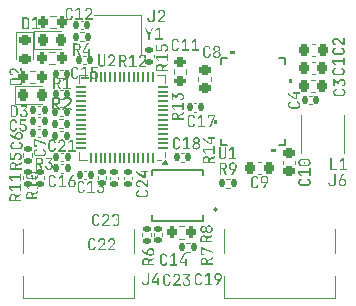
<source format=gbr>
%TF.GenerationSoftware,KiCad,Pcbnew,8.99.0-2194-gb3b7cbcab2*%
%TF.CreationDate,2024-11-16T00:43:09-05:00*%
%TF.ProjectId,minifoc esc,6d696e69-666f-4632-9065-73632e6b6963,V1.0*%
%TF.SameCoordinates,Original*%
%TF.FileFunction,Legend,Top*%
%TF.FilePolarity,Positive*%
%FSLAX46Y46*%
G04 Gerber Fmt 4.6, Leading zero omitted, Abs format (unit mm)*
G04 Created by KiCad (PCBNEW 8.99.0-2194-gb3b7cbcab2) date 2024-11-16 00:43:09*
%MOMM*%
%LPD*%
G01*
G04 APERTURE LIST*
G04 Aperture macros list*
%AMRoundRect*
0 Rectangle with rounded corners*
0 $1 Rounding radius*
0 $2 $3 $4 $5 $6 $7 $8 $9 X,Y pos of 4 corners*
0 Add a 4 corners polygon primitive as box body*
4,1,4,$2,$3,$4,$5,$6,$7,$8,$9,$2,$3,0*
0 Add four circle primitives for the rounded corners*
1,1,$1+$1,$2,$3*
1,1,$1+$1,$4,$5*
1,1,$1+$1,$6,$7*
1,1,$1+$1,$8,$9*
0 Add four rect primitives between the rounded corners*
20,1,$1+$1,$2,$3,$4,$5,0*
20,1,$1+$1,$4,$5,$6,$7,0*
20,1,$1+$1,$6,$7,$8,$9,0*
20,1,$1+$1,$8,$9,$2,$3,0*%
G04 Aperture macros list end*
%ADD10C,0.150000*%
%ADD11C,0.120000*%
%ADD12C,0.152400*%
%ADD13C,0.000000*%
%ADD14RoundRect,0.225000X-0.250000X0.225000X-0.250000X-0.225000X0.250000X-0.225000X0.250000X0.225000X0*%
%ADD15RoundRect,0.140000X0.140000X0.170000X-0.140000X0.170000X-0.140000X-0.170000X0.140000X-0.170000X0*%
%ADD16RoundRect,0.135000X-0.185000X0.135000X-0.185000X-0.135000X0.185000X-0.135000X0.185000X0.135000X0*%
%ADD17RoundRect,0.135000X-0.135000X-0.185000X0.135000X-0.185000X0.135000X0.185000X-0.135000X0.185000X0*%
%ADD18RoundRect,0.135000X0.135000X0.185000X-0.135000X0.185000X-0.135000X-0.185000X0.135000X-0.185000X0*%
%ADD19RoundRect,0.135000X0.185000X-0.135000X0.185000X0.135000X-0.185000X0.135000X-0.185000X-0.135000X0*%
%ADD20RoundRect,0.140000X-0.140000X-0.170000X0.140000X-0.170000X0.140000X0.170000X-0.140000X0.170000X0*%
%ADD21RoundRect,0.225000X-0.225000X-0.250000X0.225000X-0.250000X0.225000X0.250000X-0.225000X0.250000X0*%
%ADD22C,0.650000*%
%ADD23R,0.600000X1.450000*%
%ADD24R,0.300000X1.450000*%
%ADD25O,1.000000X2.100000*%
%ADD26O,1.000000X1.600000*%
%ADD27RoundRect,0.200000X0.200000X0.275000X-0.200000X0.275000X-0.200000X-0.275000X0.200000X-0.275000X0*%
%ADD28RoundRect,0.140000X-0.170000X0.140000X-0.170000X-0.140000X0.170000X-0.140000X0.170000X0.140000X0*%
%ADD29RoundRect,0.200000X-0.200000X-0.275000X0.200000X-0.275000X0.200000X0.275000X-0.200000X0.275000X0*%
%ADD30RoundRect,0.218750X-0.218750X-0.256250X0.218750X-0.256250X0.218750X0.256250X-0.218750X0.256250X0*%
%ADD31RoundRect,0.225000X0.225000X0.250000X-0.225000X0.250000X-0.225000X-0.250000X0.225000X-0.250000X0*%
%ADD32R,4.000000X4.000000*%
%ADD33R,0.762000X0.304800*%
%ADD34R,2.387600X3.098800*%
%ADD35RoundRect,0.050000X0.387500X0.050000X-0.387500X0.050000X-0.387500X-0.050000X0.387500X-0.050000X0*%
%ADD36RoundRect,0.050000X0.050000X0.387500X-0.050000X0.387500X-0.050000X-0.387500X0.050000X-0.387500X0*%
%ADD37R,3.200000X3.200000*%
%ADD38RoundRect,0.225000X0.250000X-0.225000X0.250000X0.225000X-0.250000X0.225000X-0.250000X-0.225000X0*%
%ADD39R,3.200000X1.200000*%
%ADD40R,0.711200X0.254000*%
%ADD41R,0.254000X0.711200*%
%ADD42R,3.810000X5.791200*%
%ADD43R,1.400000X1.200000*%
%ADD44RoundRect,0.218750X-0.256250X0.218750X-0.256250X-0.218750X0.256250X-0.218750X0.256250X0.218750X0*%
%ADD45RoundRect,0.200000X0.275000X-0.200000X0.275000X0.200000X-0.275000X0.200000X-0.275000X-0.200000X0*%
G04 APERTURE END LIST*
D10*
G36*
X159208982Y-104807616D02*
G01*
X159204826Y-104868391D01*
X159192967Y-104921418D01*
X159173995Y-104967900D01*
X159147059Y-105009886D01*
X159113439Y-105044672D01*
X159072512Y-105072925D01*
X159026818Y-105093094D01*
X158974723Y-105105654D01*
X158914975Y-105110049D01*
X158452990Y-105110049D01*
X158392336Y-105105619D01*
X158340083Y-105093027D01*
X158294842Y-105072925D01*
X158254338Y-105044714D01*
X158220929Y-105009933D01*
X158194031Y-104967900D01*
X158175025Y-104921414D01*
X158163146Y-104868387D01*
X158158982Y-104807616D01*
X158163233Y-104746881D01*
X158175343Y-104694119D01*
X158194703Y-104648064D01*
X158222015Y-104606481D01*
X158255671Y-104572164D01*
X158296247Y-104544444D01*
X158341428Y-104524709D01*
X158393246Y-104512379D01*
X158452990Y-104508052D01*
X158452990Y-104634020D01*
X158396886Y-104639648D01*
X158353273Y-104655133D01*
X158319328Y-104679510D01*
X158293971Y-104712630D01*
X158278090Y-104754477D01*
X158272372Y-104807616D01*
X158278058Y-104860785D01*
X158293918Y-104903150D01*
X158319328Y-104937126D01*
X158353384Y-104962315D01*
X158397001Y-104978245D01*
X158452990Y-104984020D01*
X158914975Y-104984020D01*
X158971005Y-104978243D01*
X159014640Y-104962313D01*
X159048698Y-104937126D01*
X159074072Y-104903155D01*
X159089914Y-104860790D01*
X159095593Y-104807616D01*
X159089881Y-104754472D01*
X159074019Y-104712625D01*
X159048698Y-104679510D01*
X159014752Y-104655136D01*
X158971120Y-104639649D01*
X158914975Y-104634020D01*
X158914975Y-104508052D01*
X158973814Y-104512344D01*
X159025472Y-104524643D01*
X159071107Y-104544444D01*
X159112106Y-104572205D01*
X159145974Y-104606528D01*
X159173323Y-104648064D01*
X159192648Y-104694116D01*
X159204739Y-104746878D01*
X159208982Y-104807616D01*
G37*
G36*
X159195000Y-104273579D02*
G01*
X159080205Y-104273579D01*
X159080205Y-103996424D01*
X158282203Y-103996424D01*
X158489382Y-104273579D01*
X158345218Y-104273579D01*
X158173026Y-104042586D01*
X158173026Y-103870395D01*
X159080205Y-103870395D01*
X159080205Y-103643615D01*
X159195000Y-103643615D01*
X159195000Y-104273579D01*
G37*
G36*
X158715316Y-103062531D02*
G01*
X158739975Y-103079537D01*
X158755466Y-103105545D01*
X158760980Y-103140414D01*
X158755466Y-103175283D01*
X158739975Y-103201292D01*
X158715322Y-103218250D01*
X158679769Y-103224373D01*
X158645562Y-103218282D01*
X158621700Y-103201292D01*
X158606771Y-103175344D01*
X158601428Y-103140414D01*
X158606771Y-103105485D01*
X158621700Y-103079537D01*
X158645568Y-103062499D01*
X158679769Y-103056395D01*
X158715316Y-103062531D01*
G37*
G36*
X158967689Y-102836813D02*
G01*
X159020260Y-102849591D01*
X159066894Y-102870220D01*
X159108781Y-102898952D01*
X159143595Y-102934428D01*
X159171919Y-102977321D01*
X159192054Y-103024800D01*
X159204596Y-103078755D01*
X159208982Y-103140414D01*
X159204598Y-103202032D01*
X159192057Y-103255990D01*
X159171919Y-103303507D01*
X159143595Y-103346400D01*
X159108781Y-103381876D01*
X159066894Y-103410608D01*
X159020264Y-103431203D01*
X158967692Y-103443961D01*
X158908014Y-103448404D01*
X158460012Y-103448404D01*
X158399390Y-103443926D01*
X158346616Y-103431136D01*
X158300399Y-103410608D01*
X158258939Y-103381915D01*
X158224358Y-103346445D01*
X158196107Y-103303507D01*
X158175934Y-103255987D01*
X158163373Y-103202028D01*
X158158982Y-103140414D01*
X158266816Y-103140414D01*
X158273139Y-103194066D01*
X158291139Y-103238377D01*
X158320732Y-103275480D01*
X158359344Y-103303448D01*
X158405102Y-103320570D01*
X158460012Y-103326588D01*
X158908014Y-103326588D01*
X158962884Y-103320573D01*
X159008646Y-103303453D01*
X159047294Y-103275480D01*
X159076887Y-103238377D01*
X159094887Y-103194066D01*
X159101210Y-103140414D01*
X159094885Y-103086721D01*
X159076884Y-103042392D01*
X159047294Y-103005287D01*
X159008646Y-102977314D01*
X158962884Y-102960194D01*
X158908014Y-102954179D01*
X158460012Y-102954179D01*
X158405102Y-102960197D01*
X158359344Y-102977319D01*
X158320732Y-103005287D01*
X158291142Y-103042392D01*
X158273140Y-103086721D01*
X158266816Y-103140414D01*
X158158982Y-103140414D01*
X158163409Y-103077810D01*
X158176003Y-103023654D01*
X158196107Y-102976588D01*
X158224313Y-102934114D01*
X158258889Y-102898873D01*
X158300399Y-102870220D01*
X158346620Y-102849657D01*
X158399394Y-102836848D01*
X158460012Y-102832363D01*
X158908014Y-102832363D01*
X158967689Y-102836813D01*
G37*
G36*
X140692383Y-110578982D02*
G01*
X140631608Y-110574826D01*
X140578581Y-110562967D01*
X140532099Y-110543995D01*
X140490113Y-110517059D01*
X140455327Y-110483439D01*
X140427074Y-110442512D01*
X140406905Y-110396818D01*
X140394345Y-110344723D01*
X140389950Y-110284975D01*
X140389950Y-109822990D01*
X140394380Y-109762336D01*
X140406972Y-109710083D01*
X140427074Y-109664842D01*
X140455285Y-109624338D01*
X140490066Y-109590929D01*
X140532099Y-109564031D01*
X140578585Y-109545025D01*
X140631612Y-109533146D01*
X140692383Y-109528982D01*
X140753118Y-109533233D01*
X140805880Y-109545343D01*
X140851935Y-109564703D01*
X140893518Y-109592015D01*
X140927835Y-109625671D01*
X140955555Y-109666247D01*
X140975290Y-109711428D01*
X140987620Y-109763246D01*
X140991947Y-109822990D01*
X140865979Y-109822990D01*
X140860351Y-109766886D01*
X140844866Y-109723273D01*
X140820489Y-109689328D01*
X140787369Y-109663971D01*
X140745522Y-109648090D01*
X140692383Y-109642372D01*
X140639214Y-109648058D01*
X140596849Y-109663918D01*
X140562873Y-109689328D01*
X140537684Y-109723384D01*
X140521754Y-109767001D01*
X140515979Y-109822990D01*
X140515979Y-110284975D01*
X140521756Y-110341005D01*
X140537686Y-110384640D01*
X140562873Y-110418698D01*
X140596844Y-110444072D01*
X140639209Y-110459914D01*
X140692383Y-110465593D01*
X140745527Y-110459881D01*
X140787374Y-110444019D01*
X140820489Y-110418698D01*
X140844863Y-110384752D01*
X140860350Y-110341120D01*
X140865979Y-110284975D01*
X140991947Y-110284975D01*
X140987655Y-110343814D01*
X140975356Y-110395472D01*
X140955555Y-110441107D01*
X140927794Y-110482106D01*
X140893471Y-110515974D01*
X140851935Y-110543323D01*
X140805883Y-110562648D01*
X140753121Y-110574739D01*
X140692383Y-110578982D01*
G37*
G36*
X141220803Y-110565000D02*
G01*
X141220803Y-110448801D01*
X141560972Y-110084818D01*
X141627392Y-110006463D01*
X141665935Y-109944806D01*
X141689364Y-109882708D01*
X141696771Y-109824394D01*
X141690978Y-109770320D01*
X141674705Y-109726520D01*
X141648472Y-109690732D01*
X141613430Y-109663659D01*
X141570568Y-109646960D01*
X141517619Y-109641029D01*
X141462811Y-109647140D01*
X141418559Y-109664322D01*
X141382491Y-109692137D01*
X141355513Y-109728949D01*
X141338759Y-109774120D01*
X141332788Y-109830012D01*
X141206820Y-109830012D01*
X141213000Y-109769478D01*
X141227141Y-109716441D01*
X141248768Y-109669727D01*
X141278312Y-109627791D01*
X141314043Y-109593235D01*
X141356541Y-109565436D01*
X141403578Y-109545620D01*
X141456878Y-109533290D01*
X141517619Y-109528982D01*
X141580219Y-109533334D01*
X141634358Y-109545706D01*
X141681384Y-109565436D01*
X141723925Y-109593211D01*
X141759178Y-109627325D01*
X141787812Y-109668323D01*
X141808362Y-109714056D01*
X141821141Y-109766129D01*
X141825609Y-109825799D01*
X141821475Y-109873508D01*
X141808542Y-109924566D01*
X141785675Y-109979794D01*
X141755721Y-110031696D01*
X141711283Y-110091920D01*
X141649205Y-110161816D01*
X141373393Y-110450205D01*
X141838188Y-110450205D01*
X141838188Y-110565000D01*
X141220803Y-110565000D01*
G37*
G36*
X142060021Y-110565000D02*
G01*
X142060021Y-110448801D01*
X142400190Y-110084818D01*
X142466610Y-110006463D01*
X142505154Y-109944806D01*
X142528582Y-109882708D01*
X142535989Y-109824394D01*
X142530196Y-109770320D01*
X142513924Y-109726520D01*
X142487690Y-109690732D01*
X142452649Y-109663659D01*
X142409786Y-109646960D01*
X142356837Y-109641029D01*
X142302029Y-109647140D01*
X142257777Y-109664322D01*
X142221710Y-109692137D01*
X142194732Y-109728949D01*
X142177978Y-109774120D01*
X142172006Y-109830012D01*
X142046038Y-109830012D01*
X142052219Y-109769478D01*
X142066359Y-109716441D01*
X142087987Y-109669727D01*
X142117530Y-109627791D01*
X142153261Y-109593235D01*
X142195759Y-109565436D01*
X142242797Y-109545620D01*
X142296097Y-109533290D01*
X142356837Y-109528982D01*
X142419437Y-109533334D01*
X142473576Y-109545706D01*
X142520602Y-109565436D01*
X142563143Y-109593211D01*
X142598396Y-109627325D01*
X142627031Y-109668323D01*
X142647581Y-109714056D01*
X142660359Y-109766129D01*
X142664827Y-109825799D01*
X142660693Y-109873508D01*
X142647760Y-109924566D01*
X142624894Y-109979794D01*
X142594940Y-110031696D01*
X142550501Y-110091920D01*
X142488423Y-110161816D01*
X142212612Y-110450205D01*
X142677406Y-110450205D01*
X142677406Y-110565000D01*
X142060021Y-110565000D01*
G37*
G36*
X134735000Y-103254811D02*
G01*
X134300980Y-103455029D01*
X134300980Y-103624411D01*
X134735000Y-103624411D01*
X134735000Y-103749036D01*
X133713026Y-103749036D01*
X133713026Y-103434024D01*
X133826416Y-103434024D01*
X133826416Y-103624411D01*
X134187590Y-103624411D01*
X134187590Y-103434024D01*
X134181746Y-103383880D01*
X134165134Y-103342558D01*
X134137887Y-103308056D01*
X134102170Y-103282084D01*
X134059208Y-103266085D01*
X134006973Y-103260428D01*
X133953851Y-103266134D01*
X133910743Y-103282173D01*
X133875448Y-103308056D01*
X133848597Y-103342508D01*
X133832194Y-103383830D01*
X133826416Y-103434024D01*
X133713026Y-103434024D01*
X133717385Y-103374307D01*
X133729914Y-103321494D01*
X133750151Y-103274472D01*
X133778282Y-103231861D01*
X133812416Y-103196613D01*
X133853039Y-103168043D01*
X133898271Y-103147426D01*
X133949200Y-103134681D01*
X134006973Y-103130247D01*
X134074333Y-103136453D01*
X134133041Y-103154304D01*
X134184781Y-103183431D01*
X134229286Y-103222801D01*
X134263609Y-103269578D01*
X134288401Y-103324847D01*
X134735000Y-103116203D01*
X134735000Y-103254811D01*
G37*
G36*
X134748982Y-102628389D02*
G01*
X134743529Y-102698609D01*
X134728107Y-102758187D01*
X134703555Y-102808983D01*
X134669909Y-102852421D01*
X134627873Y-102887822D01*
X134579012Y-102913400D01*
X134521987Y-102929354D01*
X134454975Y-102934975D01*
X134454975Y-102809006D01*
X134508984Y-102803131D01*
X134552561Y-102786639D01*
X134588026Y-102760036D01*
X134614629Y-102724571D01*
X134631121Y-102680994D01*
X134636997Y-102626984D01*
X134631121Y-102573018D01*
X134614630Y-102529482D01*
X134588026Y-102494055D01*
X134552557Y-102467417D01*
X134508980Y-102450906D01*
X134454975Y-102445024D01*
X134392021Y-102445024D01*
X134337911Y-102450763D01*
X134294357Y-102466834D01*
X134259031Y-102492651D01*
X134232316Y-102527165D01*
X134215847Y-102569349D01*
X134210000Y-102621428D01*
X134210000Y-102899987D01*
X133713026Y-102899987D01*
X133713026Y-102355386D01*
X133827821Y-102355386D01*
X133827821Y-102782384D01*
X134095205Y-102779575D01*
X134095205Y-102614406D01*
X134100666Y-102543967D01*
X134115968Y-102485436D01*
X134140105Y-102436657D01*
X134172936Y-102395992D01*
X134213874Y-102363478D01*
X134262871Y-102339562D01*
X134321549Y-102324401D01*
X134392021Y-102318994D01*
X134454975Y-102318994D01*
X134521937Y-102324660D01*
X134578943Y-102340749D01*
X134627823Y-102366566D01*
X134669909Y-102402342D01*
X134703522Y-102446090D01*
X134728080Y-102497312D01*
X134743520Y-102557451D01*
X134748982Y-102628389D01*
G37*
G36*
X136315692Y-102737385D02*
G01*
X136368505Y-102749914D01*
X136415527Y-102770151D01*
X136458138Y-102798282D01*
X136493386Y-102832416D01*
X136521956Y-102873039D01*
X136542573Y-102918271D01*
X136555318Y-102969200D01*
X136559752Y-103026973D01*
X136553546Y-103094333D01*
X136535695Y-103153041D01*
X136506568Y-103204781D01*
X136467198Y-103249286D01*
X136420421Y-103283609D01*
X136365152Y-103308401D01*
X136573796Y-103755000D01*
X136435188Y-103755000D01*
X136234970Y-103320980D01*
X136065588Y-103320980D01*
X136065588Y-103755000D01*
X135940963Y-103755000D01*
X135940963Y-103207590D01*
X136065588Y-103207590D01*
X136255975Y-103207590D01*
X136306119Y-103201746D01*
X136347441Y-103185134D01*
X136381943Y-103157887D01*
X136407915Y-103122170D01*
X136423914Y-103079208D01*
X136429571Y-103026973D01*
X136423865Y-102973851D01*
X136407826Y-102930743D01*
X136381943Y-102895448D01*
X136347491Y-102868597D01*
X136306169Y-102852194D01*
X136255975Y-102846416D01*
X136065588Y-102846416D01*
X136065588Y-103207590D01*
X135940963Y-103207590D01*
X135940963Y-102733026D01*
X136255975Y-102733026D01*
X136315692Y-102737385D01*
G37*
G36*
X137054588Y-103768982D02*
G01*
X136984368Y-103763529D01*
X136924790Y-103748107D01*
X136873994Y-103723555D01*
X136830556Y-103689909D01*
X136795155Y-103647873D01*
X136769577Y-103599012D01*
X136753623Y-103541987D01*
X136748002Y-103474975D01*
X136873971Y-103474975D01*
X136879846Y-103528984D01*
X136896338Y-103572561D01*
X136922941Y-103608026D01*
X136958406Y-103634629D01*
X137001983Y-103651121D01*
X137055993Y-103656997D01*
X137110000Y-103651120D01*
X137153555Y-103634627D01*
X137188983Y-103608026D01*
X137215621Y-103572557D01*
X137232133Y-103528980D01*
X137238015Y-103474975D01*
X137238015Y-103405000D01*
X137232131Y-103350996D01*
X137215619Y-103307441D01*
X137188983Y-103272009D01*
X137153551Y-103245373D01*
X137109996Y-103228861D01*
X137055993Y-103222978D01*
X136945412Y-103222978D01*
X136945412Y-103113801D01*
X137196005Y-102847821D01*
X136776029Y-102847821D01*
X136776029Y-102733026D01*
X137338826Y-102733026D01*
X137338826Y-102850629D01*
X137058801Y-103148789D01*
X137058801Y-103110992D01*
X137129034Y-103116460D01*
X137188471Y-103131907D01*
X137239011Y-103156477D01*
X137282100Y-103190127D01*
X137317183Y-103232091D01*
X137342559Y-103280915D01*
X137358399Y-103337943D01*
X137363983Y-103405000D01*
X137363983Y-103474975D01*
X137358320Y-103541941D01*
X137342242Y-103598948D01*
X137316443Y-103647827D01*
X137280696Y-103689909D01*
X137236948Y-103723519D01*
X137185718Y-103748078D01*
X137125559Y-103763519D01*
X137054588Y-103768982D01*
G37*
G36*
X137332383Y-105228982D02*
G01*
X137271608Y-105224826D01*
X137218581Y-105212967D01*
X137172099Y-105193995D01*
X137130113Y-105167059D01*
X137095327Y-105133439D01*
X137067074Y-105092512D01*
X137046905Y-105046818D01*
X137034345Y-104994723D01*
X137029950Y-104934975D01*
X137029950Y-104472990D01*
X137034380Y-104412336D01*
X137046972Y-104360083D01*
X137067074Y-104314842D01*
X137095285Y-104274338D01*
X137130066Y-104240929D01*
X137172099Y-104214031D01*
X137218585Y-104195025D01*
X137271612Y-104183146D01*
X137332383Y-104178982D01*
X137393118Y-104183233D01*
X137445880Y-104195343D01*
X137491935Y-104214703D01*
X137533518Y-104242015D01*
X137567835Y-104275671D01*
X137595555Y-104316247D01*
X137615290Y-104361428D01*
X137627620Y-104413246D01*
X137631947Y-104472990D01*
X137505979Y-104472990D01*
X137500351Y-104416886D01*
X137484866Y-104373273D01*
X137460489Y-104339328D01*
X137427369Y-104313971D01*
X137385522Y-104298090D01*
X137332383Y-104292372D01*
X137279214Y-104298058D01*
X137236849Y-104313918D01*
X137202873Y-104339328D01*
X137177684Y-104373384D01*
X137161754Y-104417001D01*
X137155979Y-104472990D01*
X137155979Y-104934975D01*
X137161756Y-104991005D01*
X137177686Y-105034640D01*
X137202873Y-105068698D01*
X137236844Y-105094072D01*
X137279209Y-105109914D01*
X137332383Y-105115593D01*
X137385527Y-105109881D01*
X137427374Y-105094019D01*
X137460489Y-105068698D01*
X137484863Y-105034752D01*
X137500350Y-104991120D01*
X137505979Y-104934975D01*
X137631947Y-104934975D01*
X137627655Y-104993814D01*
X137615356Y-105045472D01*
X137595555Y-105091107D01*
X137567794Y-105132106D01*
X137533471Y-105165974D01*
X137491935Y-105193323D01*
X137445883Y-105212648D01*
X137393121Y-105224739D01*
X137332383Y-105228982D01*
G37*
G36*
X137866420Y-105215000D02*
G01*
X137866420Y-105100205D01*
X138143575Y-105100205D01*
X138143575Y-104302203D01*
X137866420Y-104509382D01*
X137866420Y-104365218D01*
X138097413Y-104193026D01*
X138269604Y-104193026D01*
X138269604Y-105100205D01*
X138496384Y-105100205D01*
X138496384Y-105215000D01*
X137866420Y-105215000D01*
G37*
G36*
X138887600Y-104631198D02*
G01*
X138891813Y-104634007D01*
X138913687Y-104613588D01*
X138946401Y-104597615D01*
X138983961Y-104588229D01*
X139026207Y-104584975D01*
X139085771Y-104589651D01*
X139138332Y-104603104D01*
X139185087Y-104624909D01*
X139227091Y-104654849D01*
X139262378Y-104691278D01*
X139291455Y-104734818D01*
X139312485Y-104782834D01*
X139325474Y-104836580D01*
X139329984Y-104897178D01*
X139325087Y-104961408D01*
X139310949Y-105018660D01*
X139287975Y-105070102D01*
X139256328Y-105116604D01*
X139218027Y-105155358D01*
X139172509Y-105187034D01*
X139121967Y-105209928D01*
X139065210Y-105224068D01*
X139000989Y-105228982D01*
X138936722Y-105224165D01*
X138879466Y-105210265D01*
X138828065Y-105187705D01*
X138781626Y-105156457D01*
X138742892Y-105118388D01*
X138711195Y-105072911D01*
X138688220Y-105022383D01*
X138674083Y-104966071D01*
X138669185Y-104902796D01*
X138669442Y-104899987D01*
X138795215Y-104899987D01*
X138801931Y-104961619D01*
X138821104Y-105013438D01*
X138852207Y-105057142D01*
X138893156Y-105089703D01*
X138942116Y-105109977D01*
X138999585Y-105116997D01*
X139058167Y-105109916D01*
X139106685Y-105089703D01*
X139147135Y-105057189D01*
X139178126Y-105013438D01*
X139197299Y-104961619D01*
X139204016Y-104899987D01*
X139197299Y-104838418D01*
X139178126Y-104786659D01*
X139147130Y-104742858D01*
X139106685Y-104710333D01*
X139058163Y-104690074D01*
X138999585Y-104682978D01*
X138942120Y-104690012D01*
X138893156Y-104710333D01*
X138852211Y-104742904D01*
X138821104Y-104786659D01*
X138801931Y-104838418D01*
X138795215Y-104899987D01*
X138669442Y-104899987D01*
X138675319Y-104835687D01*
X138694403Y-104764921D01*
X138723441Y-104694214D01*
X138763036Y-104617215D01*
X138999585Y-104193026D01*
X139139597Y-104193026D01*
X138887600Y-104631198D01*
G37*
G36*
X139495692Y-93067385D02*
G01*
X139548505Y-93079914D01*
X139595527Y-93100151D01*
X139638138Y-93128282D01*
X139673386Y-93162416D01*
X139701956Y-93203039D01*
X139722573Y-93248271D01*
X139735318Y-93299200D01*
X139739752Y-93356973D01*
X139733546Y-93424333D01*
X139715695Y-93483041D01*
X139686568Y-93534781D01*
X139647198Y-93579286D01*
X139600421Y-93613609D01*
X139545152Y-93638401D01*
X139753796Y-94085000D01*
X139615188Y-94085000D01*
X139414970Y-93650980D01*
X139245588Y-93650980D01*
X139245588Y-94085000D01*
X139120963Y-94085000D01*
X139120963Y-93537590D01*
X139245588Y-93537590D01*
X139435975Y-93537590D01*
X139486119Y-93531746D01*
X139527441Y-93515134D01*
X139561943Y-93487887D01*
X139587915Y-93452170D01*
X139603914Y-93409208D01*
X139609571Y-93356973D01*
X139603865Y-93303851D01*
X139587826Y-93260743D01*
X139561943Y-93225448D01*
X139527491Y-93198597D01*
X139486169Y-93182194D01*
X139435975Y-93176416D01*
X139245588Y-93176416D01*
X139245588Y-93537590D01*
X139120963Y-93537590D01*
X139120963Y-93063026D01*
X139435975Y-93063026D01*
X139495692Y-93067385D01*
G37*
G36*
X140389988Y-94085000D02*
G01*
X140389988Y-93861029D01*
X139928002Y-93861029D01*
X139928002Y-93663620D01*
X140300412Y-93063026D01*
X140443172Y-93063026D01*
X140053971Y-93691585D01*
X140053971Y-93746174D01*
X140389988Y-93746174D01*
X140389988Y-93496985D01*
X140516017Y-93496985D01*
X140516017Y-94085000D01*
X140389988Y-94085000D01*
G37*
G36*
X134725000Y-105904420D02*
G01*
X134290980Y-106104638D01*
X134290980Y-106274020D01*
X134725000Y-106274020D01*
X134725000Y-106398645D01*
X133703026Y-106398645D01*
X133703026Y-106083633D01*
X133816416Y-106083633D01*
X133816416Y-106274020D01*
X134177590Y-106274020D01*
X134177590Y-106083633D01*
X134171746Y-106033489D01*
X134155134Y-105992167D01*
X134127887Y-105957665D01*
X134092170Y-105931693D01*
X134049208Y-105915694D01*
X133996973Y-105910037D01*
X133943851Y-105915743D01*
X133900743Y-105931782D01*
X133865448Y-105957665D01*
X133838597Y-105992117D01*
X133822194Y-106033439D01*
X133816416Y-106083633D01*
X133703026Y-106083633D01*
X133707385Y-106023916D01*
X133719914Y-105971103D01*
X133740151Y-105924081D01*
X133768282Y-105881470D01*
X133802416Y-105846222D01*
X133843039Y-105817652D01*
X133888271Y-105797035D01*
X133939200Y-105784290D01*
X133996973Y-105779856D01*
X134064333Y-105786062D01*
X134123041Y-105803913D01*
X134174781Y-105833040D01*
X134219286Y-105872410D01*
X134253609Y-105919187D01*
X134278401Y-105974456D01*
X134725000Y-105765812D01*
X134725000Y-105904420D01*
G37*
G36*
X134725000Y-105563579D02*
G01*
X134610205Y-105563579D01*
X134610205Y-105286424D01*
X133812203Y-105286424D01*
X134019382Y-105563579D01*
X133875218Y-105563579D01*
X133703026Y-105332586D01*
X133703026Y-105160395D01*
X134610205Y-105160395D01*
X134610205Y-104933615D01*
X134725000Y-104933615D01*
X134725000Y-105563579D01*
G37*
G36*
X134725000Y-104724360D02*
G01*
X134610205Y-104724360D01*
X134610205Y-104447206D01*
X133812203Y-104447206D01*
X134019382Y-104724360D01*
X133875218Y-104724360D01*
X133703026Y-104493368D01*
X133703026Y-104321176D01*
X134610205Y-104321176D01*
X134610205Y-104094397D01*
X134725000Y-104094397D01*
X134725000Y-104724360D01*
G37*
G36*
X134828982Y-101708007D02*
G01*
X134824826Y-101768782D01*
X134812967Y-101821809D01*
X134793995Y-101868291D01*
X134767059Y-101910277D01*
X134733439Y-101945063D01*
X134692512Y-101973316D01*
X134646818Y-101993485D01*
X134594723Y-102006045D01*
X134534975Y-102010440D01*
X134072990Y-102010440D01*
X134012336Y-102006010D01*
X133960083Y-101993418D01*
X133914842Y-101973316D01*
X133874338Y-101945105D01*
X133840929Y-101910324D01*
X133814031Y-101868291D01*
X133795025Y-101821805D01*
X133783146Y-101768778D01*
X133778982Y-101708007D01*
X133783233Y-101647272D01*
X133795343Y-101594510D01*
X133814703Y-101548455D01*
X133842015Y-101506872D01*
X133875671Y-101472555D01*
X133916247Y-101444835D01*
X133961428Y-101425100D01*
X134013246Y-101412770D01*
X134072990Y-101408443D01*
X134072990Y-101534411D01*
X134016886Y-101540039D01*
X133973273Y-101555524D01*
X133939328Y-101579901D01*
X133913971Y-101613021D01*
X133898090Y-101654868D01*
X133892372Y-101708007D01*
X133898058Y-101761176D01*
X133913918Y-101803541D01*
X133939328Y-101837517D01*
X133973384Y-101862706D01*
X134017001Y-101878636D01*
X134072990Y-101884411D01*
X134534975Y-101884411D01*
X134591005Y-101878634D01*
X134634640Y-101862704D01*
X134668698Y-101837517D01*
X134694072Y-101803546D01*
X134709914Y-101761181D01*
X134715593Y-101708007D01*
X134709881Y-101654863D01*
X134694019Y-101613016D01*
X134668698Y-101579901D01*
X134634752Y-101555527D01*
X134591120Y-101540040D01*
X134534975Y-101534411D01*
X134534975Y-101408443D01*
X134593814Y-101412735D01*
X134645472Y-101425034D01*
X134691107Y-101444835D01*
X134732106Y-101472596D01*
X134765974Y-101506919D01*
X134793323Y-101548455D01*
X134812648Y-101594507D01*
X134824739Y-101647269D01*
X134828982Y-101708007D01*
G37*
G36*
X134561408Y-100554521D02*
G01*
X134618660Y-100568660D01*
X134670102Y-100591634D01*
X134716604Y-100623280D01*
X134755358Y-100661581D01*
X134787034Y-100707100D01*
X134809928Y-100757642D01*
X134824068Y-100814398D01*
X134828982Y-100878619D01*
X134824165Y-100942886D01*
X134810265Y-101000143D01*
X134787705Y-101051543D01*
X134756457Y-101097982D01*
X134718388Y-101136716D01*
X134672911Y-101168413D01*
X134622383Y-101191389D01*
X134566071Y-101205525D01*
X134502796Y-101210423D01*
X134435687Y-101204290D01*
X134364921Y-101185205D01*
X134294214Y-101156167D01*
X134217215Y-101116573D01*
X133793026Y-100880024D01*
X133793026Y-100740011D01*
X134231198Y-100992009D01*
X134234007Y-100987796D01*
X134213588Y-100965921D01*
X134197615Y-100933207D01*
X134188229Y-100895647D01*
X134187026Y-100880024D01*
X134282978Y-100880024D01*
X134290012Y-100937489D01*
X134310333Y-100986452D01*
X134342904Y-101027397D01*
X134386659Y-101058504D01*
X134438418Y-101077677D01*
X134499987Y-101084394D01*
X134561619Y-101077677D01*
X134613438Y-101058504D01*
X134657142Y-101027402D01*
X134689703Y-100986452D01*
X134709977Y-100937492D01*
X134716997Y-100880024D01*
X134709916Y-100821442D01*
X134689703Y-100772923D01*
X134657189Y-100732474D01*
X134613438Y-100701482D01*
X134561619Y-100682309D01*
X134499987Y-100675592D01*
X134438418Y-100682309D01*
X134386659Y-100701482D01*
X134342858Y-100732478D01*
X134310333Y-100772923D01*
X134290074Y-100821446D01*
X134282978Y-100880024D01*
X134187026Y-100880024D01*
X134184975Y-100853401D01*
X134189651Y-100793837D01*
X134203104Y-100741277D01*
X134224909Y-100694521D01*
X134254849Y-100652517D01*
X134291278Y-100617231D01*
X134334818Y-100588153D01*
X134382834Y-100567123D01*
X134436580Y-100554135D01*
X134497178Y-100549624D01*
X134561408Y-100554521D01*
G37*
G36*
X149712383Y-113538982D02*
G01*
X149651608Y-113534826D01*
X149598581Y-113522967D01*
X149552099Y-113503995D01*
X149510113Y-113477059D01*
X149475327Y-113443439D01*
X149447074Y-113402512D01*
X149426905Y-113356818D01*
X149414345Y-113304723D01*
X149409950Y-113244975D01*
X149409950Y-112782990D01*
X149414380Y-112722336D01*
X149426972Y-112670083D01*
X149447074Y-112624842D01*
X149475285Y-112584338D01*
X149510066Y-112550929D01*
X149552099Y-112524031D01*
X149598585Y-112505025D01*
X149651612Y-112493146D01*
X149712383Y-112488982D01*
X149773118Y-112493233D01*
X149825880Y-112505343D01*
X149871935Y-112524703D01*
X149913518Y-112552015D01*
X149947835Y-112585671D01*
X149975555Y-112626247D01*
X149995290Y-112671428D01*
X150007620Y-112723246D01*
X150011947Y-112782990D01*
X149885979Y-112782990D01*
X149880351Y-112726886D01*
X149864866Y-112683273D01*
X149840489Y-112649328D01*
X149807369Y-112623971D01*
X149765522Y-112608090D01*
X149712383Y-112602372D01*
X149659214Y-112608058D01*
X149616849Y-112623918D01*
X149582873Y-112649328D01*
X149557684Y-112683384D01*
X149541754Y-112727001D01*
X149535979Y-112782990D01*
X149535979Y-113244975D01*
X149541756Y-113301005D01*
X149557686Y-113344640D01*
X149582873Y-113378698D01*
X149616844Y-113404072D01*
X149659209Y-113419914D01*
X149712383Y-113425593D01*
X149765527Y-113419881D01*
X149807374Y-113404019D01*
X149840489Y-113378698D01*
X149864863Y-113344752D01*
X149880350Y-113301120D01*
X149885979Y-113244975D01*
X150011947Y-113244975D01*
X150007655Y-113303814D01*
X149995356Y-113355472D01*
X149975555Y-113401107D01*
X149947794Y-113442106D01*
X149913471Y-113475974D01*
X149871935Y-113503323D01*
X149825883Y-113522648D01*
X149773121Y-113534739D01*
X149712383Y-113538982D01*
G37*
G36*
X150246420Y-113525000D02*
G01*
X150246420Y-113410205D01*
X150523575Y-113410205D01*
X150523575Y-112612203D01*
X150246420Y-112819382D01*
X150246420Y-112675218D01*
X150477413Y-112503026D01*
X150649604Y-112503026D01*
X150649604Y-113410205D01*
X150876384Y-113410205D01*
X150876384Y-113525000D01*
X150246420Y-113525000D01*
G37*
G36*
X151443383Y-112493842D02*
G01*
X151500824Y-112507795D01*
X151551776Y-112530321D01*
X151597826Y-112561535D01*
X151636347Y-112599598D01*
X151667975Y-112645115D01*
X151690946Y-112695605D01*
X151705085Y-112751914D01*
X151709984Y-112815230D01*
X151703851Y-112882339D01*
X151684766Y-112953105D01*
X151655775Y-113023810D01*
X151616195Y-113100811D01*
X151379585Y-113525000D01*
X151232612Y-113525000D01*
X151484609Y-113086828D01*
X151480396Y-113084019D01*
X151468583Y-113096810D01*
X151450293Y-113109237D01*
X151403399Y-113126700D01*
X151346002Y-113132990D01*
X151288333Y-113128344D01*
X151237157Y-113114936D01*
X151191335Y-113093117D01*
X151150247Y-113063210D01*
X151115616Y-113026790D01*
X151086982Y-112983208D01*
X151066364Y-112935194D01*
X151053615Y-112881423D01*
X151049185Y-112820786D01*
X151049398Y-112817978D01*
X151175215Y-112817978D01*
X151181931Y-112879609D01*
X151201104Y-112931428D01*
X151232207Y-112975133D01*
X151273156Y-113007693D01*
X151322116Y-113027968D01*
X151379585Y-113034987D01*
X151437673Y-113027988D01*
X151486168Y-113007950D01*
X151527291Y-112974781D01*
X151558266Y-112931624D01*
X151577304Y-112880129D01*
X151584016Y-112817978D01*
X151577299Y-112756408D01*
X151558126Y-112704649D01*
X151527130Y-112660848D01*
X151486685Y-112628323D01*
X151438167Y-112608110D01*
X151379585Y-112601029D01*
X151322116Y-112608048D01*
X151273156Y-112628323D01*
X151232211Y-112660894D01*
X151201104Y-112704649D01*
X151181931Y-112756408D01*
X151175215Y-112817978D01*
X151049398Y-112817978D01*
X151054118Y-112755619D01*
X151068290Y-112698182D01*
X151091195Y-112647191D01*
X151122870Y-112601196D01*
X151161399Y-112562667D01*
X151207394Y-112530992D01*
X151258351Y-112507995D01*
X151314899Y-112493869D01*
X151378181Y-112488982D01*
X151443383Y-112493842D01*
G37*
G36*
X134041992Y-100518982D02*
G01*
X133981217Y-100514826D01*
X133928190Y-100502967D01*
X133881708Y-100483995D01*
X133839722Y-100457059D01*
X133804936Y-100423439D01*
X133776683Y-100382512D01*
X133756514Y-100336818D01*
X133743954Y-100284723D01*
X133739559Y-100224975D01*
X133739559Y-99762990D01*
X133743989Y-99702336D01*
X133756581Y-99650083D01*
X133776683Y-99604842D01*
X133804894Y-99564338D01*
X133839675Y-99530929D01*
X133881708Y-99504031D01*
X133928194Y-99485025D01*
X133981221Y-99473146D01*
X134041992Y-99468982D01*
X134102727Y-99473233D01*
X134155489Y-99485343D01*
X134201544Y-99504703D01*
X134243127Y-99532015D01*
X134277444Y-99565671D01*
X134305164Y-99606247D01*
X134324899Y-99651428D01*
X134337229Y-99703246D01*
X134341556Y-99762990D01*
X134215588Y-99762990D01*
X134209960Y-99706886D01*
X134194475Y-99663273D01*
X134170098Y-99629328D01*
X134136978Y-99603971D01*
X134095131Y-99588090D01*
X134041992Y-99582372D01*
X133988823Y-99588058D01*
X133946458Y-99603918D01*
X133912482Y-99629328D01*
X133887293Y-99663384D01*
X133871363Y-99707001D01*
X133865588Y-99762990D01*
X133865588Y-100224975D01*
X133871365Y-100281005D01*
X133887295Y-100324640D01*
X133912482Y-100358698D01*
X133946453Y-100384072D01*
X133988818Y-100399914D01*
X134041992Y-100405593D01*
X134095136Y-100399881D01*
X134136983Y-100384019D01*
X134170098Y-100358698D01*
X134194472Y-100324752D01*
X134209959Y-100281120D01*
X134215588Y-100224975D01*
X134341556Y-100224975D01*
X134337264Y-100283814D01*
X134324965Y-100335472D01*
X134305164Y-100381107D01*
X134277403Y-100422106D01*
X134243080Y-100455974D01*
X134201544Y-100483323D01*
X134155492Y-100502648D01*
X134102730Y-100514739D01*
X134041992Y-100518982D01*
G37*
G36*
X134861610Y-100518982D02*
G01*
X134791390Y-100513529D01*
X134731812Y-100498107D01*
X134681016Y-100473555D01*
X134637578Y-100439909D01*
X134602177Y-100397873D01*
X134576599Y-100349012D01*
X134560645Y-100291987D01*
X134555024Y-100224975D01*
X134680993Y-100224975D01*
X134686868Y-100278984D01*
X134703360Y-100322561D01*
X134729963Y-100358026D01*
X134765428Y-100384629D01*
X134809005Y-100401121D01*
X134863015Y-100406997D01*
X134916981Y-100401121D01*
X134960517Y-100384630D01*
X134995944Y-100358026D01*
X135022582Y-100322557D01*
X135039093Y-100278980D01*
X135044975Y-100224975D01*
X135044975Y-100162021D01*
X135039236Y-100107911D01*
X135023165Y-100064357D01*
X134997348Y-100029031D01*
X134962834Y-100002316D01*
X134920650Y-99985847D01*
X134868571Y-99980000D01*
X134590012Y-99980000D01*
X134590012Y-99483026D01*
X135134613Y-99483026D01*
X135134613Y-99597821D01*
X134707615Y-99597821D01*
X134710424Y-99865205D01*
X134875593Y-99865205D01*
X134946032Y-99870666D01*
X135004563Y-99885968D01*
X135053342Y-99910105D01*
X135094007Y-99942936D01*
X135126521Y-99983874D01*
X135150437Y-100032871D01*
X135165598Y-100091549D01*
X135171005Y-100162021D01*
X135171005Y-100224975D01*
X135165339Y-100291937D01*
X135149250Y-100348943D01*
X135123433Y-100397823D01*
X135087657Y-100439909D01*
X135043909Y-100473522D01*
X134992687Y-100498080D01*
X134932548Y-100513520D01*
X134861610Y-100518982D01*
G37*
G36*
X147862383Y-102038982D02*
G01*
X147801608Y-102034826D01*
X147748581Y-102022967D01*
X147702099Y-102003995D01*
X147660113Y-101977059D01*
X147625327Y-101943439D01*
X147597074Y-101902512D01*
X147576905Y-101856818D01*
X147564345Y-101804723D01*
X147559950Y-101744975D01*
X147559950Y-101282990D01*
X147564380Y-101222336D01*
X147576972Y-101170083D01*
X147597074Y-101124842D01*
X147625285Y-101084338D01*
X147660066Y-101050929D01*
X147702099Y-101024031D01*
X147748585Y-101005025D01*
X147801612Y-100993146D01*
X147862383Y-100988982D01*
X147923118Y-100993233D01*
X147975880Y-101005343D01*
X148021935Y-101024703D01*
X148063518Y-101052015D01*
X148097835Y-101085671D01*
X148125555Y-101126247D01*
X148145290Y-101171428D01*
X148157620Y-101223246D01*
X148161947Y-101282990D01*
X148035979Y-101282990D01*
X148030351Y-101226886D01*
X148014866Y-101183273D01*
X147990489Y-101149328D01*
X147957369Y-101123971D01*
X147915522Y-101108090D01*
X147862383Y-101102372D01*
X147809214Y-101108058D01*
X147766849Y-101123918D01*
X147732873Y-101149328D01*
X147707684Y-101183384D01*
X147691754Y-101227001D01*
X147685979Y-101282990D01*
X147685979Y-101744975D01*
X147691756Y-101801005D01*
X147707686Y-101844640D01*
X147732873Y-101878698D01*
X147766844Y-101904072D01*
X147809209Y-101919914D01*
X147862383Y-101925593D01*
X147915527Y-101919881D01*
X147957374Y-101904019D01*
X147990489Y-101878698D01*
X148014863Y-101844752D01*
X148030350Y-101801120D01*
X148035979Y-101744975D01*
X148161947Y-101744975D01*
X148157655Y-101803814D01*
X148145356Y-101855472D01*
X148125555Y-101901107D01*
X148097794Y-101942106D01*
X148063471Y-101975974D01*
X148021935Y-102003323D01*
X147975883Y-102022648D01*
X147923121Y-102034739D01*
X147862383Y-102038982D01*
G37*
G36*
X148396420Y-102025000D02*
G01*
X148396420Y-101910205D01*
X148673575Y-101910205D01*
X148673575Y-101112203D01*
X148396420Y-101319382D01*
X148396420Y-101175218D01*
X148627413Y-101003026D01*
X148799604Y-101003026D01*
X148799604Y-101910205D01*
X149026384Y-101910205D01*
X149026384Y-102025000D01*
X148396420Y-102025000D01*
G37*
G36*
X149588535Y-100993034D02*
G01*
X149640441Y-101004644D01*
X149686389Y-101023299D01*
X149728367Y-101049451D01*
X149763132Y-101081063D01*
X149791413Y-101118492D01*
X149812158Y-101160507D01*
X149824835Y-101207062D01*
X149829210Y-101259176D01*
X149823815Y-101311703D01*
X149808002Y-101359158D01*
X149781582Y-101402730D01*
X149746402Y-101439261D01*
X149704373Y-101465920D01*
X149654210Y-101483208D01*
X149654210Y-101487421D01*
X149712289Y-101503891D01*
X149761310Y-101532911D01*
X149801650Y-101572863D01*
X149832019Y-101621816D01*
X149850792Y-101677157D01*
X149857237Y-101739419D01*
X149852459Y-101797026D01*
X149838598Y-101848688D01*
X149815899Y-101895490D01*
X149784929Y-101937266D01*
X149746920Y-101972348D01*
X149701104Y-102001186D01*
X149650800Y-102021740D01*
X149594023Y-102034523D01*
X149529585Y-102038982D01*
X149466091Y-102034556D01*
X149409519Y-102021803D01*
X149358798Y-102001186D01*
X149312551Y-101972311D01*
X149274311Y-101937224D01*
X149243271Y-101895490D01*
X149220606Y-101848692D01*
X149206765Y-101797029D01*
X149201994Y-101739419D01*
X149202285Y-101736610D01*
X149328024Y-101736610D01*
X149334520Y-101790193D01*
X149353142Y-101835025D01*
X149384016Y-101873142D01*
X149424126Y-101901783D01*
X149471936Y-101919387D01*
X149529585Y-101925593D01*
X149587274Y-101919386D01*
X149635104Y-101901780D01*
X149675215Y-101873142D01*
X149706089Y-101835025D01*
X149724711Y-101790193D01*
X149731207Y-101736610D01*
X149724672Y-101682091D01*
X149706015Y-101636846D01*
X149675215Y-101598735D01*
X149635100Y-101570060D01*
X149587270Y-101552436D01*
X149529585Y-101546222D01*
X149471941Y-101552434D01*
X149424130Y-101570058D01*
X149384016Y-101598735D01*
X149353216Y-101636846D01*
X149334558Y-101682091D01*
X149328024Y-101736610D01*
X149202285Y-101736610D01*
X149208439Y-101677157D01*
X149227212Y-101621816D01*
X149257581Y-101572863D01*
X149297921Y-101532911D01*
X149346942Y-101503891D01*
X149405021Y-101487421D01*
X149405021Y-101483208D01*
X149354855Y-101465922D01*
X149312804Y-101439263D01*
X149277587Y-101402730D01*
X149251203Y-101359161D01*
X149235410Y-101311707D01*
X149230885Y-101267602D01*
X149355989Y-101267602D01*
X149361618Y-101314995D01*
X149377711Y-101354530D01*
X149404288Y-101388014D01*
X149438948Y-101413270D01*
X149480104Y-101428737D01*
X149529585Y-101434176D01*
X149579990Y-101428687D01*
X149621314Y-101413178D01*
X149655553Y-101388014D01*
X149681732Y-101354580D01*
X149697618Y-101315043D01*
X149703181Y-101267602D01*
X149697617Y-101220163D01*
X149681730Y-101180649D01*
X149655553Y-101147252D01*
X149621310Y-101122052D01*
X149579986Y-101106524D01*
X149529585Y-101101029D01*
X149480109Y-101106474D01*
X149438953Y-101121960D01*
X149404288Y-101147252D01*
X149377713Y-101180698D01*
X149361619Y-101220212D01*
X149355989Y-101267602D01*
X149230885Y-101267602D01*
X149230021Y-101259176D01*
X149234396Y-101207062D01*
X149247073Y-101160507D01*
X149267818Y-101118492D01*
X149296132Y-101081107D01*
X149331107Y-101049490D01*
X149373514Y-101023299D01*
X149419918Y-101004578D01*
X149471620Y-100993000D01*
X149529585Y-100988982D01*
X149588535Y-100993034D01*
G37*
G36*
X162088982Y-93708007D02*
G01*
X162084826Y-93768782D01*
X162072967Y-93821809D01*
X162053995Y-93868291D01*
X162027059Y-93910277D01*
X161993439Y-93945063D01*
X161952512Y-93973316D01*
X161906818Y-93993485D01*
X161854723Y-94006045D01*
X161794975Y-94010440D01*
X161332990Y-94010440D01*
X161272336Y-94006010D01*
X161220083Y-93993418D01*
X161174842Y-93973316D01*
X161134338Y-93945105D01*
X161100929Y-93910324D01*
X161074031Y-93868291D01*
X161055025Y-93821805D01*
X161043146Y-93768778D01*
X161038982Y-93708007D01*
X161043233Y-93647272D01*
X161055343Y-93594510D01*
X161074703Y-93548455D01*
X161102015Y-93506872D01*
X161135671Y-93472555D01*
X161176247Y-93444835D01*
X161221428Y-93425100D01*
X161273246Y-93412770D01*
X161332990Y-93408443D01*
X161332990Y-93534411D01*
X161276886Y-93540039D01*
X161233273Y-93555524D01*
X161199328Y-93579901D01*
X161173971Y-93613021D01*
X161158090Y-93654868D01*
X161152372Y-93708007D01*
X161158058Y-93761176D01*
X161173918Y-93803541D01*
X161199328Y-93837517D01*
X161233384Y-93862706D01*
X161277001Y-93878636D01*
X161332990Y-93884411D01*
X161794975Y-93884411D01*
X161851005Y-93878634D01*
X161894640Y-93862704D01*
X161928698Y-93837517D01*
X161954072Y-93803546D01*
X161969914Y-93761181D01*
X161975593Y-93708007D01*
X161969881Y-93654863D01*
X161954019Y-93613016D01*
X161928698Y-93579901D01*
X161894752Y-93555527D01*
X161851120Y-93540040D01*
X161794975Y-93534411D01*
X161794975Y-93408443D01*
X161853814Y-93412735D01*
X161905472Y-93425034D01*
X161951107Y-93444835D01*
X161992106Y-93472596D01*
X162025974Y-93506919D01*
X162053323Y-93548455D01*
X162072648Y-93594507D01*
X162084739Y-93647269D01*
X162088982Y-93708007D01*
G37*
G36*
X162075000Y-93179587D02*
G01*
X161958801Y-93179587D01*
X161594818Y-92839418D01*
X161516463Y-92772998D01*
X161454806Y-92734455D01*
X161392708Y-92711026D01*
X161334394Y-92703619D01*
X161280320Y-92709412D01*
X161236520Y-92725685D01*
X161200732Y-92751918D01*
X161173659Y-92786960D01*
X161156960Y-92829822D01*
X161151029Y-92882771D01*
X161157140Y-92937579D01*
X161174322Y-92981831D01*
X161202137Y-93017899D01*
X161238949Y-93044877D01*
X161284120Y-93061631D01*
X161340012Y-93067602D01*
X161340012Y-93193570D01*
X161279478Y-93187390D01*
X161226441Y-93173249D01*
X161179727Y-93151622D01*
X161137791Y-93122078D01*
X161103235Y-93086347D01*
X161075436Y-93043849D01*
X161055620Y-92996812D01*
X161043290Y-92943512D01*
X161038982Y-92882771D01*
X161043334Y-92820171D01*
X161055706Y-92766032D01*
X161075436Y-92719006D01*
X161103211Y-92676465D01*
X161137325Y-92641212D01*
X161178323Y-92612578D01*
X161224056Y-92592028D01*
X161276129Y-92579249D01*
X161335799Y-92574781D01*
X161383508Y-92578915D01*
X161434566Y-92591848D01*
X161489794Y-92614715D01*
X161541696Y-92644669D01*
X161601920Y-92689107D01*
X161671816Y-92751185D01*
X161960205Y-93026997D01*
X161960205Y-92562202D01*
X162075000Y-92562202D01*
X162075000Y-93179587D01*
G37*
G36*
X136798982Y-102308007D02*
G01*
X136794826Y-102368782D01*
X136782967Y-102421809D01*
X136763995Y-102468291D01*
X136737059Y-102510277D01*
X136703439Y-102545063D01*
X136662512Y-102573316D01*
X136616818Y-102593485D01*
X136564723Y-102606045D01*
X136504975Y-102610440D01*
X136042990Y-102610440D01*
X135982336Y-102606010D01*
X135930083Y-102593418D01*
X135884842Y-102573316D01*
X135844338Y-102545105D01*
X135810929Y-102510324D01*
X135784031Y-102468291D01*
X135765025Y-102421805D01*
X135753146Y-102368778D01*
X135748982Y-102308007D01*
X135753233Y-102247272D01*
X135765343Y-102194510D01*
X135784703Y-102148455D01*
X135812015Y-102106872D01*
X135845671Y-102072555D01*
X135886247Y-102044835D01*
X135931428Y-102025100D01*
X135983246Y-102012770D01*
X136042990Y-102008443D01*
X136042990Y-102134411D01*
X135986886Y-102140039D01*
X135943273Y-102155524D01*
X135909328Y-102179901D01*
X135883971Y-102213021D01*
X135868090Y-102254868D01*
X135862372Y-102308007D01*
X135868058Y-102361176D01*
X135883918Y-102403541D01*
X135909328Y-102437517D01*
X135943384Y-102462706D01*
X135987001Y-102478636D01*
X136042990Y-102484411D01*
X136504975Y-102484411D01*
X136561005Y-102478634D01*
X136604640Y-102462704D01*
X136638698Y-102437517D01*
X136664072Y-102403546D01*
X136679914Y-102361181D01*
X136685593Y-102308007D01*
X136679881Y-102254863D01*
X136664019Y-102213016D01*
X136638698Y-102179901D01*
X136604752Y-102155527D01*
X136561120Y-102140040D01*
X136504975Y-102134411D01*
X136504975Y-102008443D01*
X136563814Y-102012735D01*
X136615472Y-102025034D01*
X136661107Y-102044835D01*
X136702106Y-102072596D01*
X136735974Y-102106919D01*
X136763323Y-102148455D01*
X136782648Y-102194507D01*
X136794739Y-102247269D01*
X136798982Y-102308007D01*
G37*
G36*
X136785000Y-101634019D02*
G01*
X135877821Y-101269975D01*
X135877821Y-101659176D01*
X136042990Y-101659176D01*
X136042990Y-101785205D01*
X135763026Y-101785205D01*
X135763026Y-101135580D01*
X135880629Y-101135580D01*
X136785000Y-101496815D01*
X136785000Y-101634019D01*
G37*
G36*
X161018808Y-105148982D02*
G01*
X160945779Y-105143264D01*
X160884200Y-105127133D01*
X160832039Y-105101505D01*
X160787755Y-105066428D01*
X160751889Y-105022693D01*
X160725854Y-104971585D01*
X160709554Y-104911664D01*
X160703796Y-104840992D01*
X160829764Y-104840992D01*
X160835894Y-104901600D01*
X160852794Y-104948900D01*
X160879468Y-104985889D01*
X160915626Y-105013508D01*
X160961158Y-105030784D01*
X161018808Y-105036997D01*
X161076418Y-105030786D01*
X161121931Y-105013511D01*
X161158088Y-104985889D01*
X161184761Y-104948900D01*
X161201662Y-104901600D01*
X161207791Y-104840992D01*
X161207791Y-104113026D01*
X161333760Y-104113026D01*
X161333760Y-104840992D01*
X161327960Y-104911617D01*
X161311534Y-104971522D01*
X161285277Y-105022646D01*
X161249068Y-105066428D01*
X161204450Y-105101589D01*
X161152258Y-105127213D01*
X161091024Y-105143296D01*
X161018808Y-105148982D01*
G37*
G36*
X161787990Y-104551198D02*
G01*
X161792203Y-104554007D01*
X161814078Y-104533588D01*
X161846792Y-104517615D01*
X161884352Y-104508229D01*
X161926598Y-104504975D01*
X161986162Y-104509651D01*
X162038722Y-104523104D01*
X162085478Y-104544909D01*
X162127482Y-104574849D01*
X162162768Y-104611278D01*
X162191846Y-104654818D01*
X162212876Y-104702834D01*
X162225864Y-104756580D01*
X162230375Y-104817178D01*
X162225478Y-104881408D01*
X162211339Y-104938660D01*
X162188365Y-104990102D01*
X162156719Y-105036604D01*
X162118418Y-105075358D01*
X162072899Y-105107034D01*
X162022357Y-105129928D01*
X161965601Y-105144068D01*
X161901380Y-105148982D01*
X161837113Y-105144165D01*
X161779856Y-105130265D01*
X161728456Y-105107705D01*
X161682017Y-105076457D01*
X161643283Y-105038388D01*
X161611586Y-104992911D01*
X161588610Y-104942383D01*
X161574474Y-104886071D01*
X161569576Y-104822796D01*
X161569833Y-104819987D01*
X161695605Y-104819987D01*
X161702322Y-104881619D01*
X161721495Y-104933438D01*
X161752597Y-104977142D01*
X161793547Y-105009703D01*
X161842507Y-105029977D01*
X161899975Y-105036997D01*
X161958557Y-105029916D01*
X162007076Y-105009703D01*
X162047525Y-104977189D01*
X162078517Y-104933438D01*
X162097690Y-104881619D01*
X162104407Y-104819987D01*
X162097690Y-104758418D01*
X162078517Y-104706659D01*
X162047521Y-104662858D01*
X162007076Y-104630333D01*
X161958553Y-104610074D01*
X161899975Y-104602978D01*
X161842510Y-104610012D01*
X161793547Y-104630333D01*
X161752602Y-104662904D01*
X161721495Y-104706659D01*
X161702322Y-104758418D01*
X161695605Y-104819987D01*
X161569833Y-104819987D01*
X161575709Y-104755687D01*
X161594794Y-104684921D01*
X161623832Y-104614214D01*
X161663426Y-104537215D01*
X161899975Y-104113026D01*
X162039988Y-104113026D01*
X161787990Y-104551198D01*
G37*
G36*
X150895000Y-109414811D02*
G01*
X150460980Y-109615029D01*
X150460980Y-109784411D01*
X150895000Y-109784411D01*
X150895000Y-109909036D01*
X149873026Y-109909036D01*
X149873026Y-109594024D01*
X149986416Y-109594024D01*
X149986416Y-109784411D01*
X150347590Y-109784411D01*
X150347590Y-109594024D01*
X150341746Y-109543880D01*
X150325134Y-109502558D01*
X150297887Y-109468056D01*
X150262170Y-109442084D01*
X150219208Y-109426085D01*
X150166973Y-109420428D01*
X150113851Y-109426134D01*
X150070743Y-109442173D01*
X150035448Y-109468056D01*
X150008597Y-109502508D01*
X149992194Y-109543830D01*
X149986416Y-109594024D01*
X149873026Y-109594024D01*
X149877385Y-109534307D01*
X149889914Y-109481494D01*
X149910151Y-109434472D01*
X149938282Y-109391861D01*
X149972416Y-109356613D01*
X150013039Y-109328043D01*
X150058271Y-109307426D01*
X150109200Y-109294681D01*
X150166973Y-109290247D01*
X150234333Y-109296453D01*
X150293041Y-109314304D01*
X150344781Y-109343431D01*
X150389286Y-109382801D01*
X150423609Y-109429578D01*
X150448401Y-109484847D01*
X150895000Y-109276203D01*
X150895000Y-109414811D01*
G37*
G36*
X150667026Y-108457149D02*
G01*
X150718688Y-108471010D01*
X150765490Y-108493710D01*
X150807266Y-108524679D01*
X150842348Y-108562688D01*
X150871186Y-108608504D01*
X150891740Y-108658808D01*
X150904523Y-108715586D01*
X150908982Y-108780024D01*
X150904556Y-108843517D01*
X150891803Y-108900089D01*
X150871186Y-108950810D01*
X150842311Y-108997058D01*
X150807224Y-109035298D01*
X150765490Y-109066337D01*
X150718692Y-109089002D01*
X150667029Y-109102843D01*
X150609419Y-109107614D01*
X150547157Y-109101169D01*
X150491816Y-109082396D01*
X150442863Y-109052028D01*
X150402911Y-109011688D01*
X150373891Y-108962667D01*
X150357421Y-108904587D01*
X150353208Y-108904587D01*
X150335922Y-108954754D01*
X150309263Y-108996804D01*
X150272730Y-109032021D01*
X150229161Y-109058405D01*
X150181707Y-109074199D01*
X150129176Y-109079587D01*
X150077062Y-109075212D01*
X150030507Y-109062535D01*
X149988492Y-109041791D01*
X149951107Y-109013476D01*
X149919490Y-108978501D01*
X149893299Y-108936095D01*
X149874578Y-108889691D01*
X149863000Y-108837988D01*
X149858982Y-108780024D01*
X149971029Y-108780024D01*
X149976474Y-108829500D01*
X149991960Y-108870656D01*
X150017252Y-108905320D01*
X150050698Y-108931895D01*
X150090212Y-108947989D01*
X150137602Y-108953619D01*
X150184995Y-108947991D01*
X150224530Y-108931897D01*
X150258014Y-108905320D01*
X150283270Y-108870660D01*
X150298737Y-108829504D01*
X150304176Y-108780024D01*
X150416222Y-108780024D01*
X150422434Y-108837668D01*
X150440058Y-108885478D01*
X150468735Y-108925592D01*
X150506846Y-108956392D01*
X150552091Y-108975050D01*
X150606610Y-108981585D01*
X150660193Y-108975088D01*
X150705025Y-108956466D01*
X150743142Y-108925592D01*
X150771783Y-108885483D01*
X150789387Y-108837672D01*
X150795593Y-108780024D01*
X150789386Y-108722334D01*
X150771780Y-108674504D01*
X150743142Y-108634394D01*
X150705025Y-108603520D01*
X150660193Y-108584898D01*
X150606610Y-108578401D01*
X150552091Y-108584936D01*
X150506846Y-108603594D01*
X150468735Y-108634394D01*
X150440060Y-108674509D01*
X150422436Y-108722338D01*
X150416222Y-108780024D01*
X150304176Y-108780024D01*
X150298687Y-108729618D01*
X150283178Y-108688294D01*
X150258014Y-108654055D01*
X150224580Y-108627876D01*
X150185043Y-108611990D01*
X150137602Y-108606428D01*
X150090163Y-108611992D01*
X150050649Y-108627878D01*
X150017252Y-108654055D01*
X149992052Y-108688299D01*
X149976524Y-108729623D01*
X149971029Y-108780024D01*
X149858982Y-108780024D01*
X149863034Y-108721073D01*
X149874644Y-108669167D01*
X149893299Y-108623220D01*
X149919451Y-108581242D01*
X149951063Y-108546476D01*
X149988492Y-108518195D01*
X150030507Y-108497451D01*
X150077062Y-108484774D01*
X150129176Y-108480399D01*
X150181703Y-108485793D01*
X150229158Y-108501606D01*
X150272730Y-108528026D01*
X150309261Y-108563206D01*
X150335920Y-108605235D01*
X150353208Y-108655399D01*
X150357421Y-108655399D01*
X150373891Y-108597319D01*
X150402911Y-108548298D01*
X150442863Y-108507958D01*
X150491816Y-108477590D01*
X150547157Y-108458817D01*
X150609419Y-108452372D01*
X150667026Y-108457149D01*
G37*
G36*
X141032383Y-108518982D02*
G01*
X140971608Y-108514826D01*
X140918581Y-108502967D01*
X140872099Y-108483995D01*
X140830113Y-108457059D01*
X140795327Y-108423439D01*
X140767074Y-108382512D01*
X140746905Y-108336818D01*
X140734345Y-108284723D01*
X140729950Y-108224975D01*
X140729950Y-107762990D01*
X140734380Y-107702336D01*
X140746972Y-107650083D01*
X140767074Y-107604842D01*
X140795285Y-107564338D01*
X140830066Y-107530929D01*
X140872099Y-107504031D01*
X140918585Y-107485025D01*
X140971612Y-107473146D01*
X141032383Y-107468982D01*
X141093118Y-107473233D01*
X141145880Y-107485343D01*
X141191935Y-107504703D01*
X141233518Y-107532015D01*
X141267835Y-107565671D01*
X141295555Y-107606247D01*
X141315290Y-107651428D01*
X141327620Y-107703246D01*
X141331947Y-107762990D01*
X141205979Y-107762990D01*
X141200351Y-107706886D01*
X141184866Y-107663273D01*
X141160489Y-107629328D01*
X141127369Y-107603971D01*
X141085522Y-107588090D01*
X141032383Y-107582372D01*
X140979214Y-107588058D01*
X140936849Y-107603918D01*
X140902873Y-107629328D01*
X140877684Y-107663384D01*
X140861754Y-107707001D01*
X140855979Y-107762990D01*
X140855979Y-108224975D01*
X140861756Y-108281005D01*
X140877686Y-108324640D01*
X140902873Y-108358698D01*
X140936844Y-108384072D01*
X140979209Y-108399914D01*
X141032383Y-108405593D01*
X141085527Y-108399881D01*
X141127374Y-108384019D01*
X141160489Y-108358698D01*
X141184863Y-108324752D01*
X141200350Y-108281120D01*
X141205979Y-108224975D01*
X141331947Y-108224975D01*
X141327655Y-108283814D01*
X141315356Y-108335472D01*
X141295555Y-108381107D01*
X141267794Y-108422106D01*
X141233471Y-108455974D01*
X141191935Y-108483323D01*
X141145883Y-108502648D01*
X141093121Y-108514739D01*
X141032383Y-108518982D01*
G37*
G36*
X141560803Y-108505000D02*
G01*
X141560803Y-108388801D01*
X141900972Y-108024818D01*
X141967392Y-107946463D01*
X142005935Y-107884806D01*
X142029364Y-107822708D01*
X142036771Y-107764394D01*
X142030978Y-107710320D01*
X142014705Y-107666520D01*
X141988472Y-107630732D01*
X141953430Y-107603659D01*
X141910568Y-107586960D01*
X141857619Y-107581029D01*
X141802811Y-107587140D01*
X141758559Y-107604322D01*
X141722491Y-107632137D01*
X141695513Y-107668949D01*
X141678759Y-107714120D01*
X141672788Y-107770012D01*
X141546820Y-107770012D01*
X141553000Y-107709478D01*
X141567141Y-107656441D01*
X141588768Y-107609727D01*
X141618312Y-107567791D01*
X141654043Y-107533235D01*
X141696541Y-107505436D01*
X141743578Y-107485620D01*
X141796878Y-107473290D01*
X141857619Y-107468982D01*
X141920219Y-107473334D01*
X141974358Y-107485706D01*
X142021384Y-107505436D01*
X142063925Y-107533211D01*
X142099178Y-107567325D01*
X142127812Y-107608323D01*
X142148362Y-107654056D01*
X142161141Y-107706129D01*
X142165609Y-107765799D01*
X142161475Y-107813508D01*
X142148542Y-107864566D01*
X142125675Y-107919794D01*
X142095721Y-107971696D01*
X142051283Y-108031920D01*
X141989205Y-108101816D01*
X141713393Y-108390205D01*
X142178188Y-108390205D01*
X142178188Y-108505000D01*
X141560803Y-108505000D01*
G37*
G36*
X142734514Y-107916771D02*
G01*
X142760462Y-107931700D01*
X142777500Y-107955568D01*
X142783604Y-107989769D01*
X142777468Y-108025316D01*
X142760462Y-108049975D01*
X142734454Y-108065466D01*
X142699585Y-108070980D01*
X142664716Y-108065466D01*
X142638707Y-108049975D01*
X142621749Y-108025322D01*
X142615626Y-107989769D01*
X142621717Y-107955562D01*
X142638707Y-107931700D01*
X142664655Y-107916771D01*
X142699585Y-107911428D01*
X142734514Y-107916771D01*
G37*
G36*
X142762189Y-107473409D02*
G01*
X142816345Y-107486003D01*
X142863411Y-107506107D01*
X142905885Y-107534313D01*
X142941126Y-107568889D01*
X142969779Y-107610399D01*
X142990342Y-107656620D01*
X143003151Y-107709394D01*
X143007636Y-107770012D01*
X143007636Y-108218014D01*
X143003186Y-108277689D01*
X142990408Y-108330260D01*
X142969779Y-108376894D01*
X142941047Y-108418781D01*
X142905571Y-108453595D01*
X142862678Y-108481919D01*
X142815199Y-108502054D01*
X142761244Y-108514596D01*
X142699585Y-108518982D01*
X142637967Y-108514598D01*
X142584009Y-108502057D01*
X142536492Y-108481919D01*
X142493599Y-108453595D01*
X142458123Y-108418781D01*
X142429391Y-108376894D01*
X142408796Y-108330264D01*
X142396038Y-108277692D01*
X142391595Y-108218014D01*
X142391595Y-107770012D01*
X142513411Y-107770012D01*
X142513411Y-108218014D01*
X142519426Y-108272884D01*
X142536546Y-108318646D01*
X142564519Y-108357294D01*
X142601622Y-108386887D01*
X142645933Y-108404887D01*
X142699585Y-108411210D01*
X142753278Y-108404885D01*
X142797607Y-108386884D01*
X142834712Y-108357294D01*
X142862685Y-108318646D01*
X142879805Y-108272884D01*
X142885820Y-108218014D01*
X142885820Y-107770012D01*
X142879802Y-107715102D01*
X142862680Y-107669344D01*
X142834712Y-107630732D01*
X142797607Y-107601142D01*
X142753278Y-107583140D01*
X142699585Y-107576816D01*
X142645933Y-107583139D01*
X142601622Y-107601139D01*
X142564519Y-107630732D01*
X142536551Y-107669344D01*
X142519429Y-107715102D01*
X142513411Y-107770012D01*
X142391595Y-107770012D01*
X142396073Y-107709390D01*
X142408863Y-107656616D01*
X142429391Y-107610399D01*
X142458084Y-107568939D01*
X142493554Y-107534358D01*
X142536492Y-107506107D01*
X142584012Y-107485934D01*
X142637971Y-107473373D01*
X142699585Y-107468982D01*
X142762189Y-107473409D01*
G37*
G36*
X151085000Y-102724420D02*
G01*
X150650980Y-102924638D01*
X150650980Y-103094020D01*
X151085000Y-103094020D01*
X151085000Y-103218645D01*
X150063026Y-103218645D01*
X150063026Y-102903633D01*
X150176416Y-102903633D01*
X150176416Y-103094020D01*
X150537590Y-103094020D01*
X150537590Y-102903633D01*
X150531746Y-102853489D01*
X150515134Y-102812167D01*
X150487887Y-102777665D01*
X150452170Y-102751693D01*
X150409208Y-102735694D01*
X150356973Y-102730037D01*
X150303851Y-102735743D01*
X150260743Y-102751782D01*
X150225448Y-102777665D01*
X150198597Y-102812117D01*
X150182194Y-102853439D01*
X150176416Y-102903633D01*
X150063026Y-102903633D01*
X150067385Y-102843916D01*
X150079914Y-102791103D01*
X150100151Y-102744081D01*
X150128282Y-102701470D01*
X150162416Y-102666222D01*
X150203039Y-102637652D01*
X150248271Y-102617035D01*
X150299200Y-102604290D01*
X150356973Y-102599856D01*
X150424333Y-102606062D01*
X150483041Y-102623913D01*
X150534781Y-102653040D01*
X150579286Y-102692410D01*
X150613609Y-102739187D01*
X150638401Y-102794456D01*
X151085000Y-102585812D01*
X151085000Y-102724420D01*
G37*
G36*
X151085000Y-102383579D02*
G01*
X150970205Y-102383579D01*
X150970205Y-102106424D01*
X150172203Y-102106424D01*
X150379382Y-102383579D01*
X150235218Y-102383579D01*
X150063026Y-102152586D01*
X150063026Y-101980395D01*
X150970205Y-101980395D01*
X150970205Y-101753615D01*
X151085000Y-101753615D01*
X151085000Y-102383579D01*
G37*
G36*
X151085000Y-101110402D02*
G01*
X150861029Y-101110402D01*
X150861029Y-101572387D01*
X150663620Y-101572387D01*
X150063026Y-101199978D01*
X150063026Y-101057218D01*
X150691585Y-101446419D01*
X150746174Y-101446419D01*
X150746174Y-101110402D01*
X150496985Y-101110402D01*
X150496985Y-100984373D01*
X151085000Y-100984373D01*
X151085000Y-101110402D01*
G37*
G36*
X134139581Y-98287532D02*
G01*
X134196277Y-98300357D01*
X134245654Y-98320823D01*
X134290435Y-98349673D01*
X134327521Y-98384975D01*
X134357639Y-98427252D01*
X134379373Y-98474470D01*
X134392861Y-98528154D01*
X134397573Y-98589612D01*
X134397573Y-98997009D01*
X134392874Y-99058473D01*
X134379396Y-99112417D01*
X134357639Y-99160102D01*
X134327479Y-99202801D01*
X134290388Y-99238315D01*
X134245654Y-99267203D01*
X134196277Y-99287669D01*
X134139581Y-99300493D01*
X134074196Y-99305000D01*
X133809559Y-99305000D01*
X133809559Y-99193014D01*
X133935588Y-99193014D01*
X134074196Y-99193014D01*
X134133711Y-99186733D01*
X134181111Y-99169228D01*
X134219093Y-99141235D01*
X134247487Y-99103607D01*
X134265233Y-99056453D01*
X134271605Y-98997009D01*
X134271605Y-98589612D01*
X134265263Y-98531077D01*
X134247546Y-98484353D01*
X134219093Y-98446791D01*
X134181111Y-98418798D01*
X134133711Y-98401293D01*
X134074196Y-98395012D01*
X133935588Y-98395012D01*
X133935588Y-99193014D01*
X133809559Y-99193014D01*
X133809559Y-98283026D01*
X134074196Y-98283026D01*
X134139581Y-98287532D01*
G37*
G36*
X134924588Y-99318982D02*
G01*
X134854368Y-99313529D01*
X134794790Y-99298107D01*
X134743994Y-99273555D01*
X134700556Y-99239909D01*
X134665155Y-99197873D01*
X134639577Y-99149012D01*
X134623623Y-99091987D01*
X134618002Y-99024975D01*
X134743971Y-99024975D01*
X134749846Y-99078984D01*
X134766338Y-99122561D01*
X134792941Y-99158026D01*
X134828406Y-99184629D01*
X134871983Y-99201121D01*
X134925993Y-99206997D01*
X134980000Y-99201120D01*
X135023555Y-99184627D01*
X135058983Y-99158026D01*
X135085621Y-99122557D01*
X135102133Y-99078980D01*
X135108015Y-99024975D01*
X135108015Y-98955000D01*
X135102131Y-98900996D01*
X135085619Y-98857441D01*
X135058983Y-98822009D01*
X135023551Y-98795373D01*
X134979996Y-98778861D01*
X134925993Y-98772978D01*
X134815412Y-98772978D01*
X134815412Y-98663801D01*
X135066005Y-98397821D01*
X134646029Y-98397821D01*
X134646029Y-98283026D01*
X135208826Y-98283026D01*
X135208826Y-98400629D01*
X134928801Y-98698789D01*
X134928801Y-98660992D01*
X134999034Y-98666460D01*
X135058471Y-98681907D01*
X135109011Y-98706477D01*
X135152100Y-98740127D01*
X135187183Y-98782091D01*
X135212559Y-98830915D01*
X135228399Y-98887943D01*
X135233983Y-98955000D01*
X135233983Y-99024975D01*
X135228320Y-99091941D01*
X135212242Y-99148948D01*
X135186443Y-99197827D01*
X135150696Y-99239909D01*
X135106948Y-99273519D01*
X135055718Y-99298078D01*
X134995559Y-99313519D01*
X134924588Y-99318982D01*
G37*
G36*
X136135000Y-105724420D02*
G01*
X135700980Y-105924638D01*
X135700980Y-106094020D01*
X136135000Y-106094020D01*
X136135000Y-106218645D01*
X135113026Y-106218645D01*
X135113026Y-105903633D01*
X135226416Y-105903633D01*
X135226416Y-106094020D01*
X135587590Y-106094020D01*
X135587590Y-105903633D01*
X135581746Y-105853489D01*
X135565134Y-105812167D01*
X135537887Y-105777665D01*
X135502170Y-105751693D01*
X135459208Y-105735694D01*
X135406973Y-105730037D01*
X135353851Y-105735743D01*
X135310743Y-105751782D01*
X135275448Y-105777665D01*
X135248597Y-105812117D01*
X135232194Y-105853439D01*
X135226416Y-105903633D01*
X135113026Y-105903633D01*
X135117385Y-105843916D01*
X135129914Y-105791103D01*
X135150151Y-105744081D01*
X135178282Y-105701470D01*
X135212416Y-105666222D01*
X135253039Y-105637652D01*
X135298271Y-105617035D01*
X135349200Y-105604290D01*
X135406973Y-105599856D01*
X135474333Y-105606062D01*
X135533041Y-105623913D01*
X135584781Y-105653040D01*
X135629286Y-105692410D01*
X135663609Y-105739187D01*
X135688401Y-105794456D01*
X136135000Y-105585812D01*
X136135000Y-105724420D01*
G37*
G36*
X136135000Y-105383579D02*
G01*
X136020205Y-105383579D01*
X136020205Y-105106424D01*
X135222203Y-105106424D01*
X135429382Y-105383579D01*
X135285218Y-105383579D01*
X135113026Y-105152586D01*
X135113026Y-104980395D01*
X136020205Y-104980395D01*
X136020205Y-104753615D01*
X136135000Y-104753615D01*
X136135000Y-105383579D01*
G37*
G36*
X135655316Y-104172531D02*
G01*
X135679975Y-104189537D01*
X135695466Y-104215545D01*
X135700980Y-104250414D01*
X135695466Y-104285283D01*
X135679975Y-104311292D01*
X135655322Y-104328250D01*
X135619769Y-104334373D01*
X135585562Y-104328282D01*
X135561700Y-104311292D01*
X135546771Y-104285344D01*
X135541428Y-104250414D01*
X135546771Y-104215485D01*
X135561700Y-104189537D01*
X135585568Y-104172499D01*
X135619769Y-104166395D01*
X135655316Y-104172531D01*
G37*
G36*
X135907689Y-103946813D02*
G01*
X135960260Y-103959591D01*
X136006894Y-103980220D01*
X136048781Y-104008952D01*
X136083595Y-104044428D01*
X136111919Y-104087321D01*
X136132054Y-104134800D01*
X136144596Y-104188755D01*
X136148982Y-104250414D01*
X136144598Y-104312032D01*
X136132057Y-104365990D01*
X136111919Y-104413507D01*
X136083595Y-104456400D01*
X136048781Y-104491876D01*
X136006894Y-104520608D01*
X135960264Y-104541203D01*
X135907692Y-104553961D01*
X135848014Y-104558404D01*
X135400012Y-104558404D01*
X135339390Y-104553926D01*
X135286616Y-104541136D01*
X135240399Y-104520608D01*
X135198939Y-104491915D01*
X135164358Y-104456445D01*
X135136107Y-104413507D01*
X135115934Y-104365987D01*
X135103373Y-104312028D01*
X135098982Y-104250414D01*
X135206816Y-104250414D01*
X135213139Y-104304066D01*
X135231139Y-104348377D01*
X135260732Y-104385480D01*
X135299344Y-104413448D01*
X135345102Y-104430570D01*
X135400012Y-104436588D01*
X135848014Y-104436588D01*
X135902884Y-104430573D01*
X135948646Y-104413453D01*
X135987294Y-104385480D01*
X136016887Y-104348377D01*
X136034887Y-104304066D01*
X136041210Y-104250414D01*
X136034885Y-104196721D01*
X136016884Y-104152392D01*
X135987294Y-104115287D01*
X135948646Y-104087314D01*
X135902884Y-104070194D01*
X135848014Y-104064179D01*
X135400012Y-104064179D01*
X135345102Y-104070197D01*
X135299344Y-104087319D01*
X135260732Y-104115287D01*
X135231142Y-104152392D01*
X135213140Y-104196721D01*
X135206816Y-104250414D01*
X135098982Y-104250414D01*
X135103409Y-104187810D01*
X135116003Y-104133654D01*
X135136107Y-104086588D01*
X135164313Y-104044114D01*
X135198889Y-104008873D01*
X135240399Y-103980220D01*
X135286620Y-103959657D01*
X135339394Y-103946848D01*
X135400012Y-103942363D01*
X135848014Y-103942363D01*
X135907689Y-103946813D01*
G37*
G36*
X145468982Y-105757616D02*
G01*
X145464826Y-105818391D01*
X145452967Y-105871418D01*
X145433995Y-105917900D01*
X145407059Y-105959886D01*
X145373439Y-105994672D01*
X145332512Y-106022925D01*
X145286818Y-106043094D01*
X145234723Y-106055654D01*
X145174975Y-106060049D01*
X144712990Y-106060049D01*
X144652336Y-106055619D01*
X144600083Y-106043027D01*
X144554842Y-106022925D01*
X144514338Y-105994714D01*
X144480929Y-105959933D01*
X144454031Y-105917900D01*
X144435025Y-105871414D01*
X144423146Y-105818387D01*
X144418982Y-105757616D01*
X144423233Y-105696881D01*
X144435343Y-105644119D01*
X144454703Y-105598064D01*
X144482015Y-105556481D01*
X144515671Y-105522164D01*
X144556247Y-105494444D01*
X144601428Y-105474709D01*
X144653246Y-105462379D01*
X144712990Y-105458052D01*
X144712990Y-105584020D01*
X144656886Y-105589648D01*
X144613273Y-105605133D01*
X144579328Y-105629510D01*
X144553971Y-105662630D01*
X144538090Y-105704477D01*
X144532372Y-105757616D01*
X144538058Y-105810785D01*
X144553918Y-105853150D01*
X144579328Y-105887126D01*
X144613384Y-105912315D01*
X144657001Y-105928245D01*
X144712990Y-105934020D01*
X145174975Y-105934020D01*
X145231005Y-105928243D01*
X145274640Y-105912313D01*
X145308698Y-105887126D01*
X145334072Y-105853155D01*
X145349914Y-105810790D01*
X145355593Y-105757616D01*
X145349881Y-105704472D01*
X145334019Y-105662625D01*
X145308698Y-105629510D01*
X145274752Y-105605136D01*
X145231120Y-105589649D01*
X145174975Y-105584020D01*
X145174975Y-105458052D01*
X145233814Y-105462344D01*
X145285472Y-105474643D01*
X145331107Y-105494444D01*
X145372106Y-105522205D01*
X145405974Y-105556528D01*
X145433323Y-105598064D01*
X145452648Y-105644116D01*
X145464739Y-105696878D01*
X145468982Y-105757616D01*
G37*
G36*
X145455000Y-105229196D02*
G01*
X145338801Y-105229196D01*
X144974818Y-104889027D01*
X144896463Y-104822607D01*
X144834806Y-104784064D01*
X144772708Y-104760635D01*
X144714394Y-104753228D01*
X144660320Y-104759021D01*
X144616520Y-104775294D01*
X144580732Y-104801527D01*
X144553659Y-104836569D01*
X144536960Y-104879431D01*
X144531029Y-104932380D01*
X144537140Y-104987188D01*
X144554322Y-105031440D01*
X144582137Y-105067508D01*
X144618949Y-105094486D01*
X144664120Y-105111240D01*
X144720012Y-105117211D01*
X144720012Y-105243179D01*
X144659478Y-105236999D01*
X144606441Y-105222858D01*
X144559727Y-105201231D01*
X144517791Y-105171687D01*
X144483235Y-105135956D01*
X144455436Y-105093458D01*
X144435620Y-105046421D01*
X144423290Y-104993121D01*
X144418982Y-104932380D01*
X144423334Y-104869780D01*
X144435706Y-104815641D01*
X144455436Y-104768615D01*
X144483211Y-104726074D01*
X144517325Y-104690821D01*
X144558323Y-104662187D01*
X144604056Y-104641637D01*
X144656129Y-104628858D01*
X144715799Y-104624390D01*
X144763508Y-104628524D01*
X144814566Y-104641457D01*
X144869794Y-104664324D01*
X144921696Y-104694278D01*
X144981920Y-104738716D01*
X145051816Y-104800794D01*
X145340205Y-105076606D01*
X145340205Y-104611811D01*
X145455000Y-104611811D01*
X145455000Y-105229196D01*
G37*
G36*
X145455000Y-103950402D02*
G01*
X145231029Y-103950402D01*
X145231029Y-104412387D01*
X145033620Y-104412387D01*
X144433026Y-104039978D01*
X144433026Y-103897218D01*
X145061585Y-104286419D01*
X145116174Y-104286419D01*
X145116174Y-103950402D01*
X144866985Y-103950402D01*
X144866985Y-103824373D01*
X145455000Y-103824373D01*
X145455000Y-103950402D01*
G37*
G36*
X143376083Y-94027385D02*
G01*
X143428896Y-94039914D01*
X143475918Y-94060151D01*
X143518529Y-94088282D01*
X143553777Y-94122416D01*
X143582347Y-94163039D01*
X143602964Y-94208271D01*
X143615709Y-94259200D01*
X143620143Y-94316973D01*
X143613937Y-94384333D01*
X143596086Y-94443041D01*
X143566959Y-94494781D01*
X143527589Y-94539286D01*
X143480812Y-94573609D01*
X143425543Y-94598401D01*
X143634187Y-95045000D01*
X143495579Y-95045000D01*
X143295361Y-94610980D01*
X143125979Y-94610980D01*
X143125979Y-95045000D01*
X143001354Y-95045000D01*
X143001354Y-94497590D01*
X143125979Y-94497590D01*
X143316366Y-94497590D01*
X143366510Y-94491746D01*
X143407832Y-94475134D01*
X143442334Y-94447887D01*
X143468306Y-94412170D01*
X143484305Y-94369208D01*
X143489962Y-94316973D01*
X143484256Y-94263851D01*
X143468217Y-94220743D01*
X143442334Y-94185448D01*
X143407882Y-94158597D01*
X143366560Y-94142194D01*
X143316366Y-94136416D01*
X143125979Y-94136416D01*
X143125979Y-94497590D01*
X143001354Y-94497590D01*
X143001354Y-94023026D01*
X143316366Y-94023026D01*
X143376083Y-94027385D01*
G37*
G36*
X143836420Y-95045000D02*
G01*
X143836420Y-94930205D01*
X144113575Y-94930205D01*
X144113575Y-94132203D01*
X143836420Y-94339382D01*
X143836420Y-94195218D01*
X144067413Y-94023026D01*
X144239604Y-94023026D01*
X144239604Y-94930205D01*
X144466384Y-94930205D01*
X144466384Y-95045000D01*
X143836420Y-95045000D01*
G37*
G36*
X144670021Y-95045000D02*
G01*
X144670021Y-94928801D01*
X145010190Y-94564818D01*
X145076610Y-94486463D01*
X145115154Y-94424806D01*
X145138582Y-94362708D01*
X145145989Y-94304394D01*
X145140196Y-94250320D01*
X145123924Y-94206520D01*
X145097690Y-94170732D01*
X145062649Y-94143659D01*
X145019786Y-94126960D01*
X144966837Y-94121029D01*
X144912029Y-94127140D01*
X144867777Y-94144322D01*
X144831710Y-94172137D01*
X144804732Y-94208949D01*
X144787978Y-94254120D01*
X144782006Y-94310012D01*
X144656038Y-94310012D01*
X144662219Y-94249478D01*
X144676359Y-94196441D01*
X144697987Y-94149727D01*
X144727530Y-94107791D01*
X144763261Y-94073235D01*
X144805759Y-94045436D01*
X144852797Y-94025620D01*
X144906097Y-94013290D01*
X144966837Y-94008982D01*
X145029437Y-94013334D01*
X145083576Y-94025706D01*
X145130602Y-94045436D01*
X145173143Y-94073211D01*
X145208396Y-94107325D01*
X145237031Y-94148323D01*
X145257581Y-94194056D01*
X145270359Y-94246129D01*
X145274827Y-94305799D01*
X145270693Y-94353508D01*
X145257760Y-94404566D01*
X145234894Y-94459794D01*
X145204940Y-94511696D01*
X145160501Y-94571920D01*
X145098423Y-94641816D01*
X144822612Y-94930205D01*
X145287406Y-94930205D01*
X145287406Y-95045000D01*
X144670021Y-95045000D01*
G37*
G36*
X147752383Y-93698982D02*
G01*
X147691608Y-93694826D01*
X147638581Y-93682967D01*
X147592099Y-93663995D01*
X147550113Y-93637059D01*
X147515327Y-93603439D01*
X147487074Y-93562512D01*
X147466905Y-93516818D01*
X147454345Y-93464723D01*
X147449950Y-93404975D01*
X147449950Y-92942990D01*
X147454380Y-92882336D01*
X147466972Y-92830083D01*
X147487074Y-92784842D01*
X147515285Y-92744338D01*
X147550066Y-92710929D01*
X147592099Y-92684031D01*
X147638585Y-92665025D01*
X147691612Y-92653146D01*
X147752383Y-92648982D01*
X147813118Y-92653233D01*
X147865880Y-92665343D01*
X147911935Y-92684703D01*
X147953518Y-92712015D01*
X147987835Y-92745671D01*
X148015555Y-92786247D01*
X148035290Y-92831428D01*
X148047620Y-92883246D01*
X148051947Y-92942990D01*
X147925979Y-92942990D01*
X147920351Y-92886886D01*
X147904866Y-92843273D01*
X147880489Y-92809328D01*
X147847369Y-92783971D01*
X147805522Y-92768090D01*
X147752383Y-92762372D01*
X147699214Y-92768058D01*
X147656849Y-92783918D01*
X147622873Y-92809328D01*
X147597684Y-92843384D01*
X147581754Y-92887001D01*
X147575979Y-92942990D01*
X147575979Y-93404975D01*
X147581756Y-93461005D01*
X147597686Y-93504640D01*
X147622873Y-93538698D01*
X147656844Y-93564072D01*
X147699209Y-93579914D01*
X147752383Y-93585593D01*
X147805527Y-93579881D01*
X147847374Y-93564019D01*
X147880489Y-93538698D01*
X147904863Y-93504752D01*
X147920350Y-93461120D01*
X147925979Y-93404975D01*
X148051947Y-93404975D01*
X148047655Y-93463814D01*
X148035356Y-93515472D01*
X148015555Y-93561107D01*
X147987794Y-93602106D01*
X147953471Y-93635974D01*
X147911935Y-93663323D01*
X147865883Y-93682648D01*
X147813121Y-93694739D01*
X147752383Y-93698982D01*
G37*
G36*
X148286420Y-93685000D02*
G01*
X148286420Y-93570205D01*
X148563575Y-93570205D01*
X148563575Y-92772203D01*
X148286420Y-92979382D01*
X148286420Y-92835218D01*
X148517413Y-92663026D01*
X148689604Y-92663026D01*
X148689604Y-93570205D01*
X148916384Y-93570205D01*
X148916384Y-93685000D01*
X148286420Y-93685000D01*
G37*
G36*
X149125639Y-93685000D02*
G01*
X149125639Y-93570205D01*
X149402793Y-93570205D01*
X149402793Y-92772203D01*
X149125639Y-92979382D01*
X149125639Y-92835218D01*
X149356631Y-92663026D01*
X149528823Y-92663026D01*
X149528823Y-93570205D01*
X149755602Y-93570205D01*
X149755602Y-93685000D01*
X149125639Y-93685000D01*
G37*
G36*
X138762383Y-91068982D02*
G01*
X138701608Y-91064826D01*
X138648581Y-91052967D01*
X138602099Y-91033995D01*
X138560113Y-91007059D01*
X138525327Y-90973439D01*
X138497074Y-90932512D01*
X138476905Y-90886818D01*
X138464345Y-90834723D01*
X138459950Y-90774975D01*
X138459950Y-90312990D01*
X138464380Y-90252336D01*
X138476972Y-90200083D01*
X138497074Y-90154842D01*
X138525285Y-90114338D01*
X138560066Y-90080929D01*
X138602099Y-90054031D01*
X138648585Y-90035025D01*
X138701612Y-90023146D01*
X138762383Y-90018982D01*
X138823118Y-90023233D01*
X138875880Y-90035343D01*
X138921935Y-90054703D01*
X138963518Y-90082015D01*
X138997835Y-90115671D01*
X139025555Y-90156247D01*
X139045290Y-90201428D01*
X139057620Y-90253246D01*
X139061947Y-90312990D01*
X138935979Y-90312990D01*
X138930351Y-90256886D01*
X138914866Y-90213273D01*
X138890489Y-90179328D01*
X138857369Y-90153971D01*
X138815522Y-90138090D01*
X138762383Y-90132372D01*
X138709214Y-90138058D01*
X138666849Y-90153918D01*
X138632873Y-90179328D01*
X138607684Y-90213384D01*
X138591754Y-90257001D01*
X138585979Y-90312990D01*
X138585979Y-90774975D01*
X138591756Y-90831005D01*
X138607686Y-90874640D01*
X138632873Y-90908698D01*
X138666844Y-90934072D01*
X138709209Y-90949914D01*
X138762383Y-90955593D01*
X138815527Y-90949881D01*
X138857374Y-90934019D01*
X138890489Y-90908698D01*
X138914863Y-90874752D01*
X138930350Y-90831120D01*
X138935979Y-90774975D01*
X139061947Y-90774975D01*
X139057655Y-90833814D01*
X139045356Y-90885472D01*
X139025555Y-90931107D01*
X138997794Y-90972106D01*
X138963471Y-91005974D01*
X138921935Y-91033323D01*
X138875883Y-91052648D01*
X138823121Y-91064739D01*
X138762383Y-91068982D01*
G37*
G36*
X139296420Y-91055000D02*
G01*
X139296420Y-90940205D01*
X139573575Y-90940205D01*
X139573575Y-90142203D01*
X139296420Y-90349382D01*
X139296420Y-90205218D01*
X139527413Y-90033026D01*
X139699604Y-90033026D01*
X139699604Y-90940205D01*
X139926384Y-90940205D01*
X139926384Y-91055000D01*
X139296420Y-91055000D01*
G37*
G36*
X140130021Y-91055000D02*
G01*
X140130021Y-90938801D01*
X140470190Y-90574818D01*
X140536610Y-90496463D01*
X140575154Y-90434806D01*
X140598582Y-90372708D01*
X140605989Y-90314394D01*
X140600196Y-90260320D01*
X140583924Y-90216520D01*
X140557690Y-90180732D01*
X140522649Y-90153659D01*
X140479786Y-90136960D01*
X140426837Y-90131029D01*
X140372029Y-90137140D01*
X140327777Y-90154322D01*
X140291710Y-90182137D01*
X140264732Y-90218949D01*
X140247978Y-90264120D01*
X140242006Y-90320012D01*
X140116038Y-90320012D01*
X140122219Y-90259478D01*
X140136359Y-90206441D01*
X140157987Y-90159727D01*
X140187530Y-90117791D01*
X140223261Y-90083235D01*
X140265759Y-90055436D01*
X140312797Y-90035620D01*
X140366097Y-90023290D01*
X140426837Y-90018982D01*
X140489437Y-90023334D01*
X140543576Y-90035706D01*
X140590602Y-90055436D01*
X140633143Y-90083211D01*
X140668396Y-90117325D01*
X140697031Y-90158323D01*
X140717581Y-90204056D01*
X140730359Y-90256129D01*
X140734827Y-90315799D01*
X140730693Y-90363508D01*
X140717760Y-90414566D01*
X140694894Y-90469794D01*
X140664940Y-90521696D01*
X140620501Y-90581920D01*
X140558423Y-90651816D01*
X140282612Y-90940205D01*
X140747406Y-90940205D01*
X140747406Y-91055000D01*
X140130021Y-91055000D01*
G37*
G36*
X162158982Y-97208007D02*
G01*
X162154826Y-97268782D01*
X162142967Y-97321809D01*
X162123995Y-97368291D01*
X162097059Y-97410277D01*
X162063439Y-97445063D01*
X162022512Y-97473316D01*
X161976818Y-97493485D01*
X161924723Y-97506045D01*
X161864975Y-97510440D01*
X161402990Y-97510440D01*
X161342336Y-97506010D01*
X161290083Y-97493418D01*
X161244842Y-97473316D01*
X161204338Y-97445105D01*
X161170929Y-97410324D01*
X161144031Y-97368291D01*
X161125025Y-97321805D01*
X161113146Y-97268778D01*
X161108982Y-97208007D01*
X161113233Y-97147272D01*
X161125343Y-97094510D01*
X161144703Y-97048455D01*
X161172015Y-97006872D01*
X161205671Y-96972555D01*
X161246247Y-96944835D01*
X161291428Y-96925100D01*
X161343246Y-96912770D01*
X161402990Y-96908443D01*
X161402990Y-97034411D01*
X161346886Y-97040039D01*
X161303273Y-97055524D01*
X161269328Y-97079901D01*
X161243971Y-97113021D01*
X161228090Y-97154868D01*
X161222372Y-97208007D01*
X161228058Y-97261176D01*
X161243918Y-97303541D01*
X161269328Y-97337517D01*
X161303384Y-97362706D01*
X161347001Y-97378636D01*
X161402990Y-97384411D01*
X161864975Y-97384411D01*
X161921005Y-97378634D01*
X161964640Y-97362704D01*
X161998698Y-97337517D01*
X162024072Y-97303546D01*
X162039914Y-97261181D01*
X162045593Y-97208007D01*
X162039881Y-97154863D01*
X162024019Y-97113016D01*
X161998698Y-97079901D01*
X161964752Y-97055527D01*
X161921120Y-97040040D01*
X161864975Y-97034411D01*
X161864975Y-96908443D01*
X161923814Y-96912735D01*
X161975472Y-96925034D01*
X162021107Y-96944835D01*
X162062106Y-96972596D01*
X162095974Y-97006919D01*
X162123323Y-97048455D01*
X162142648Y-97094507D01*
X162154739Y-97147269D01*
X162158982Y-97208007D01*
G37*
G36*
X162158982Y-96395411D02*
G01*
X162153529Y-96465631D01*
X162138107Y-96525209D01*
X162113555Y-96576005D01*
X162079909Y-96619443D01*
X162037873Y-96654844D01*
X161989012Y-96680422D01*
X161931987Y-96696376D01*
X161864975Y-96701997D01*
X161864975Y-96576028D01*
X161918984Y-96570153D01*
X161962561Y-96553661D01*
X161998026Y-96527058D01*
X162024629Y-96491593D01*
X162041121Y-96448016D01*
X162046997Y-96394006D01*
X162041120Y-96339999D01*
X162024627Y-96296444D01*
X161998026Y-96261016D01*
X161962557Y-96234378D01*
X161918980Y-96217866D01*
X161864975Y-96211984D01*
X161795000Y-96211984D01*
X161740996Y-96217868D01*
X161697441Y-96234380D01*
X161662009Y-96261016D01*
X161635373Y-96296448D01*
X161618861Y-96340003D01*
X161612978Y-96394006D01*
X161612978Y-96504587D01*
X161503801Y-96504587D01*
X161237821Y-96253994D01*
X161237821Y-96673970D01*
X161123026Y-96673970D01*
X161123026Y-96111173D01*
X161240629Y-96111173D01*
X161538789Y-96391198D01*
X161500992Y-96391198D01*
X161506460Y-96320965D01*
X161521907Y-96261528D01*
X161546477Y-96210988D01*
X161580127Y-96167899D01*
X161622091Y-96132816D01*
X161670915Y-96107440D01*
X161727943Y-96091600D01*
X161795000Y-96086016D01*
X161864975Y-96086016D01*
X161931941Y-96091679D01*
X161988948Y-96107757D01*
X162037827Y-96133556D01*
X162079909Y-96169303D01*
X162113519Y-96213051D01*
X162138078Y-96264281D01*
X162153519Y-96324440D01*
X162158982Y-96395411D01*
G37*
G36*
X145965000Y-111334811D02*
G01*
X145530980Y-111535029D01*
X145530980Y-111704411D01*
X145965000Y-111704411D01*
X145965000Y-111829036D01*
X144943026Y-111829036D01*
X144943026Y-111514024D01*
X145056416Y-111514024D01*
X145056416Y-111704411D01*
X145417590Y-111704411D01*
X145417590Y-111514024D01*
X145411746Y-111463880D01*
X145395134Y-111422558D01*
X145367887Y-111388056D01*
X145332170Y-111362084D01*
X145289208Y-111346085D01*
X145236973Y-111340428D01*
X145183851Y-111346134D01*
X145140743Y-111362173D01*
X145105448Y-111388056D01*
X145078597Y-111422508D01*
X145062194Y-111463830D01*
X145056416Y-111514024D01*
X144943026Y-111514024D01*
X144947385Y-111454307D01*
X144959914Y-111401494D01*
X144980151Y-111354472D01*
X145008282Y-111311861D01*
X145042416Y-111276613D01*
X145083039Y-111248043D01*
X145128271Y-111227426D01*
X145179200Y-111214681D01*
X145236973Y-111210247D01*
X145304333Y-111216453D01*
X145363041Y-111234304D01*
X145414781Y-111263431D01*
X145459286Y-111302801D01*
X145493609Y-111349578D01*
X145518401Y-111404847D01*
X145965000Y-111196203D01*
X145965000Y-111334811D01*
G37*
G36*
X145711408Y-110374521D02*
G01*
X145768660Y-110388660D01*
X145820102Y-110411634D01*
X145866604Y-110443280D01*
X145905358Y-110481581D01*
X145937034Y-110527100D01*
X145959928Y-110577642D01*
X145974068Y-110634398D01*
X145978982Y-110698619D01*
X145974165Y-110762886D01*
X145960265Y-110820143D01*
X145937705Y-110871543D01*
X145906457Y-110917982D01*
X145868388Y-110956716D01*
X145822911Y-110988413D01*
X145772383Y-111011389D01*
X145716071Y-111025525D01*
X145652796Y-111030423D01*
X145585687Y-111024290D01*
X145514921Y-111005205D01*
X145444214Y-110976167D01*
X145367215Y-110936573D01*
X144943026Y-110700024D01*
X144943026Y-110560011D01*
X145381198Y-110812009D01*
X145384007Y-110807796D01*
X145363588Y-110785921D01*
X145347615Y-110753207D01*
X145338229Y-110715647D01*
X145337026Y-110700024D01*
X145432978Y-110700024D01*
X145440012Y-110757489D01*
X145460333Y-110806452D01*
X145492904Y-110847397D01*
X145536659Y-110878504D01*
X145588418Y-110897677D01*
X145649987Y-110904394D01*
X145711619Y-110897677D01*
X145763438Y-110878504D01*
X145807142Y-110847402D01*
X145839703Y-110806452D01*
X145859977Y-110757492D01*
X145866997Y-110700024D01*
X145859916Y-110641442D01*
X145839703Y-110592923D01*
X145807189Y-110552474D01*
X145763438Y-110521482D01*
X145711619Y-110502309D01*
X145649987Y-110495592D01*
X145588418Y-110502309D01*
X145536659Y-110521482D01*
X145492858Y-110552478D01*
X145460333Y-110592923D01*
X145440074Y-110641446D01*
X145432978Y-110700024D01*
X145337026Y-110700024D01*
X145334975Y-110673401D01*
X145339651Y-110613837D01*
X145353104Y-110561277D01*
X145374909Y-110514521D01*
X145404849Y-110472517D01*
X145441278Y-110437231D01*
X145484818Y-110408153D01*
X145532834Y-110387123D01*
X145586580Y-110374135D01*
X145647178Y-110369624D01*
X145711408Y-110374521D01*
G37*
G36*
X145698808Y-91248982D02*
G01*
X145625779Y-91243264D01*
X145564200Y-91227133D01*
X145512039Y-91201505D01*
X145467755Y-91166428D01*
X145431889Y-91122693D01*
X145405854Y-91071585D01*
X145389554Y-91011664D01*
X145383796Y-90940992D01*
X145509764Y-90940992D01*
X145515894Y-91001600D01*
X145532794Y-91048900D01*
X145559468Y-91085889D01*
X145595626Y-91113508D01*
X145641158Y-91130784D01*
X145698808Y-91136997D01*
X145756418Y-91130786D01*
X145801931Y-91113511D01*
X145838088Y-91085889D01*
X145864761Y-91048900D01*
X145881662Y-91001600D01*
X145887791Y-90940992D01*
X145887791Y-90213026D01*
X146013760Y-90213026D01*
X146013760Y-90940992D01*
X146007960Y-91011617D01*
X145991534Y-91071522D01*
X145965277Y-91122646D01*
X145929068Y-91166428D01*
X145884450Y-91201589D01*
X145832258Y-91227213D01*
X145771024Y-91243296D01*
X145698808Y-91248982D01*
G37*
G36*
X146280412Y-91235000D02*
G01*
X146280412Y-91118801D01*
X146620581Y-90754818D01*
X146687001Y-90676463D01*
X146725544Y-90614806D01*
X146748973Y-90552708D01*
X146756380Y-90494394D01*
X146750587Y-90440320D01*
X146734314Y-90396520D01*
X146708081Y-90360732D01*
X146673039Y-90333659D01*
X146630177Y-90316960D01*
X146577228Y-90311029D01*
X146522420Y-90317140D01*
X146478168Y-90334322D01*
X146442100Y-90362137D01*
X146415122Y-90398949D01*
X146398368Y-90444120D01*
X146392397Y-90500012D01*
X146266429Y-90500012D01*
X146272609Y-90439478D01*
X146286750Y-90386441D01*
X146308377Y-90339727D01*
X146337921Y-90297791D01*
X146373652Y-90263235D01*
X146416150Y-90235436D01*
X146463187Y-90215620D01*
X146516487Y-90203290D01*
X146577228Y-90198982D01*
X146639828Y-90203334D01*
X146693967Y-90215706D01*
X146740993Y-90235436D01*
X146783534Y-90263211D01*
X146818787Y-90297325D01*
X146847421Y-90338323D01*
X146867971Y-90384056D01*
X146880750Y-90436129D01*
X146885218Y-90495799D01*
X146881084Y-90543508D01*
X146868151Y-90594566D01*
X146845284Y-90649794D01*
X146815330Y-90701696D01*
X146770892Y-90761920D01*
X146708814Y-90831816D01*
X146433002Y-91120205D01*
X146897797Y-91120205D01*
X146897797Y-91235000D01*
X146280412Y-91235000D01*
G37*
X137933333Y-98644819D02*
X137600000Y-98168628D01*
X137361905Y-98644819D02*
X137361905Y-97644819D01*
X137361905Y-97644819D02*
X137742857Y-97644819D01*
X137742857Y-97644819D02*
X137838095Y-97692438D01*
X137838095Y-97692438D02*
X137885714Y-97740057D01*
X137885714Y-97740057D02*
X137933333Y-97835295D01*
X137933333Y-97835295D02*
X137933333Y-97978152D01*
X137933333Y-97978152D02*
X137885714Y-98073390D01*
X137885714Y-98073390D02*
X137838095Y-98121009D01*
X137838095Y-98121009D02*
X137742857Y-98168628D01*
X137742857Y-98168628D02*
X137361905Y-98168628D01*
X138314286Y-97740057D02*
X138361905Y-97692438D01*
X138361905Y-97692438D02*
X138457143Y-97644819D01*
X138457143Y-97644819D02*
X138695238Y-97644819D01*
X138695238Y-97644819D02*
X138790476Y-97692438D01*
X138790476Y-97692438D02*
X138838095Y-97740057D01*
X138838095Y-97740057D02*
X138885714Y-97835295D01*
X138885714Y-97835295D02*
X138885714Y-97930533D01*
X138885714Y-97930533D02*
X138838095Y-98073390D01*
X138838095Y-98073390D02*
X138266667Y-98644819D01*
X138266667Y-98644819D02*
X138885714Y-98644819D01*
G36*
X148367742Y-105481167D02*
G01*
X148438859Y-105486748D01*
X148497518Y-105502346D01*
X148546018Y-105526889D01*
X148586095Y-105560240D01*
X148618240Y-105601835D01*
X148641714Y-105650536D01*
X148656468Y-105707717D01*
X148661688Y-105775174D01*
X148661688Y-106517123D01*
X148535720Y-106517123D01*
X148535720Y-105775174D01*
X148530650Y-105720579D01*
X148516595Y-105677004D01*
X148494443Y-105642123D01*
X148463608Y-105615874D01*
X148422481Y-105599244D01*
X148367742Y-105593152D01*
X148313900Y-105599194D01*
X148272919Y-105615785D01*
X148241713Y-105642123D01*
X148219141Y-105677060D01*
X148204851Y-105720635D01*
X148199703Y-105775174D01*
X148199703Y-106517123D01*
X148073735Y-106517123D01*
X148073735Y-105775174D01*
X148078946Y-105706890D01*
X148093631Y-105649380D01*
X148116905Y-105600757D01*
X148148656Y-105559569D01*
X148188332Y-105526616D01*
X148236753Y-105502273D01*
X148295752Y-105486742D01*
X148367742Y-105481167D01*
G37*
G36*
X147543911Y-105481167D02*
G01*
X147614131Y-105486620D01*
X147673709Y-105502042D01*
X147724505Y-105526594D01*
X147767943Y-105560240D01*
X147803344Y-105602276D01*
X147828922Y-105651137D01*
X147844876Y-105708162D01*
X147850497Y-105775174D01*
X147724528Y-105775174D01*
X147718653Y-105721165D01*
X147702161Y-105677588D01*
X147675558Y-105642123D01*
X147640093Y-105615520D01*
X147596516Y-105599028D01*
X147542506Y-105593152D01*
X147488499Y-105599029D01*
X147444944Y-105615522D01*
X147409516Y-105642123D01*
X147382878Y-105677592D01*
X147366366Y-105721169D01*
X147360484Y-105775174D01*
X147360484Y-105845150D01*
X147366368Y-105899153D01*
X147382880Y-105942708D01*
X147409516Y-105978140D01*
X147444948Y-106004776D01*
X147488503Y-106021288D01*
X147542506Y-106027171D01*
X147653087Y-106027171D01*
X147653087Y-106136348D01*
X147402494Y-106402328D01*
X147822470Y-106402328D01*
X147822470Y-106517123D01*
X147259673Y-106517123D01*
X147259673Y-106399520D01*
X147539698Y-106101360D01*
X147539698Y-106139157D01*
X147469465Y-106133689D01*
X147410028Y-106118242D01*
X147359488Y-106093672D01*
X147316399Y-106060022D01*
X147281316Y-106018058D01*
X147255940Y-105969234D01*
X147240100Y-105912206D01*
X147234516Y-105845150D01*
X147234516Y-105775174D01*
X147240179Y-105708208D01*
X147256257Y-105651201D01*
X147282056Y-105602322D01*
X147317803Y-105560240D01*
X147361551Y-105526630D01*
X147412781Y-105502071D01*
X147472940Y-105486630D01*
X147543911Y-105481167D01*
G37*
G36*
X162088982Y-95428007D02*
G01*
X162084826Y-95488782D01*
X162072967Y-95541809D01*
X162053995Y-95588291D01*
X162027059Y-95630277D01*
X161993439Y-95665063D01*
X161952512Y-95693316D01*
X161906818Y-95713485D01*
X161854723Y-95726045D01*
X161794975Y-95730440D01*
X161332990Y-95730440D01*
X161272336Y-95726010D01*
X161220083Y-95713418D01*
X161174842Y-95693316D01*
X161134338Y-95665105D01*
X161100929Y-95630324D01*
X161074031Y-95588291D01*
X161055025Y-95541805D01*
X161043146Y-95488778D01*
X161038982Y-95428007D01*
X161043233Y-95367272D01*
X161055343Y-95314510D01*
X161074703Y-95268455D01*
X161102015Y-95226872D01*
X161135671Y-95192555D01*
X161176247Y-95164835D01*
X161221428Y-95145100D01*
X161273246Y-95132770D01*
X161332990Y-95128443D01*
X161332990Y-95254411D01*
X161276886Y-95260039D01*
X161233273Y-95275524D01*
X161199328Y-95299901D01*
X161173971Y-95333021D01*
X161158090Y-95374868D01*
X161152372Y-95428007D01*
X161158058Y-95481176D01*
X161173918Y-95523541D01*
X161199328Y-95557517D01*
X161233384Y-95582706D01*
X161277001Y-95598636D01*
X161332990Y-95604411D01*
X161794975Y-95604411D01*
X161851005Y-95598634D01*
X161894640Y-95582704D01*
X161928698Y-95557517D01*
X161954072Y-95523546D01*
X161969914Y-95481181D01*
X161975593Y-95428007D01*
X161969881Y-95374863D01*
X161954019Y-95333016D01*
X161928698Y-95299901D01*
X161894752Y-95275527D01*
X161851120Y-95260040D01*
X161794975Y-95254411D01*
X161794975Y-95128443D01*
X161853814Y-95132735D01*
X161905472Y-95145034D01*
X161951107Y-95164835D01*
X161992106Y-95192596D01*
X162025974Y-95226919D01*
X162053323Y-95268455D01*
X162072648Y-95314507D01*
X162084739Y-95367269D01*
X162088982Y-95428007D01*
G37*
G36*
X162075000Y-94893970D02*
G01*
X161960205Y-94893970D01*
X161960205Y-94616815D01*
X161162203Y-94616815D01*
X161369382Y-94893970D01*
X161225218Y-94893970D01*
X161053026Y-94662977D01*
X161053026Y-94490786D01*
X161960205Y-94490786D01*
X161960205Y-94264006D01*
X162075000Y-94264006D01*
X162075000Y-94893970D01*
G37*
G36*
X154471992Y-105318982D02*
G01*
X154411217Y-105314826D01*
X154358190Y-105302967D01*
X154311708Y-105283995D01*
X154269722Y-105257059D01*
X154234936Y-105223439D01*
X154206683Y-105182512D01*
X154186514Y-105136818D01*
X154173954Y-105084723D01*
X154169559Y-105024975D01*
X154169559Y-104562990D01*
X154173989Y-104502336D01*
X154186581Y-104450083D01*
X154206683Y-104404842D01*
X154234894Y-104364338D01*
X154269675Y-104330929D01*
X154311708Y-104304031D01*
X154358194Y-104285025D01*
X154411221Y-104273146D01*
X154471992Y-104268982D01*
X154532727Y-104273233D01*
X154585489Y-104285343D01*
X154631544Y-104304703D01*
X154673127Y-104332015D01*
X154707444Y-104365671D01*
X154735164Y-104406247D01*
X154754899Y-104451428D01*
X154767229Y-104503246D01*
X154771556Y-104562990D01*
X154645588Y-104562990D01*
X154639960Y-104506886D01*
X154624475Y-104463273D01*
X154600098Y-104429328D01*
X154566978Y-104403971D01*
X154525131Y-104388090D01*
X154471992Y-104382372D01*
X154418823Y-104388058D01*
X154376458Y-104403918D01*
X154342482Y-104429328D01*
X154317293Y-104463384D01*
X154301363Y-104507001D01*
X154295588Y-104562990D01*
X154295588Y-105024975D01*
X154301365Y-105081005D01*
X154317295Y-105124640D01*
X154342482Y-105158698D01*
X154376453Y-105184072D01*
X154418818Y-105199914D01*
X154471992Y-105205593D01*
X154525136Y-105199881D01*
X154566983Y-105184019D01*
X154600098Y-105158698D01*
X154624472Y-105124752D01*
X154639959Y-105081120D01*
X154645588Y-105024975D01*
X154771556Y-105024975D01*
X154767264Y-105083814D01*
X154754965Y-105135472D01*
X154735164Y-105181107D01*
X154707403Y-105222106D01*
X154673080Y-105255974D01*
X154631544Y-105283323D01*
X154585492Y-105302648D01*
X154532730Y-105314739D01*
X154471992Y-105318982D01*
G37*
G36*
X155363774Y-104273842D02*
G01*
X155421215Y-104287795D01*
X155472167Y-104310321D01*
X155518216Y-104341535D01*
X155556737Y-104379598D01*
X155588365Y-104425115D01*
X155611337Y-104475605D01*
X155625475Y-104531914D01*
X155630375Y-104595230D01*
X155624242Y-104662339D01*
X155605157Y-104733105D01*
X155576166Y-104803810D01*
X155536586Y-104880811D01*
X155299975Y-105305000D01*
X155153002Y-105305000D01*
X155405000Y-104866828D01*
X155400787Y-104864019D01*
X155388974Y-104876810D01*
X155370684Y-104889237D01*
X155323789Y-104906700D01*
X155266392Y-104912990D01*
X155208723Y-104908344D01*
X155157547Y-104894936D01*
X155111725Y-104873117D01*
X155070638Y-104843210D01*
X155036006Y-104806790D01*
X155007373Y-104763208D01*
X154986755Y-104715194D01*
X154974006Y-104661423D01*
X154969576Y-104600786D01*
X154969789Y-104597978D01*
X155095605Y-104597978D01*
X155102322Y-104659609D01*
X155121495Y-104711428D01*
X155152597Y-104755133D01*
X155193547Y-104787693D01*
X155242507Y-104807968D01*
X155299975Y-104814987D01*
X155358064Y-104807988D01*
X155406558Y-104787950D01*
X155447681Y-104754781D01*
X155478656Y-104711624D01*
X155497694Y-104660129D01*
X155504407Y-104597978D01*
X155497690Y-104536408D01*
X155478517Y-104484649D01*
X155447521Y-104440848D01*
X155407076Y-104408323D01*
X155358557Y-104388110D01*
X155299975Y-104381029D01*
X155242507Y-104388048D01*
X155193547Y-104408323D01*
X155152602Y-104440894D01*
X155121495Y-104484649D01*
X155102322Y-104536408D01*
X155095605Y-104597978D01*
X154969789Y-104597978D01*
X154974509Y-104535619D01*
X154988681Y-104478182D01*
X155011586Y-104427191D01*
X155043260Y-104381196D01*
X155081789Y-104342667D01*
X155127784Y-104310992D01*
X155178741Y-104287995D01*
X155235290Y-104273869D01*
X155298571Y-104268982D01*
X155363774Y-104273842D01*
G37*
G36*
X145208808Y-113538982D02*
G01*
X145135779Y-113533264D01*
X145074200Y-113517133D01*
X145022039Y-113491505D01*
X144977755Y-113456428D01*
X144941889Y-113412693D01*
X144915854Y-113361585D01*
X144899554Y-113301664D01*
X144893796Y-113230992D01*
X145019764Y-113230992D01*
X145025894Y-113291600D01*
X145042794Y-113338900D01*
X145069468Y-113375889D01*
X145105626Y-113403508D01*
X145151158Y-113420784D01*
X145208808Y-113426997D01*
X145266418Y-113420786D01*
X145311931Y-113403511D01*
X145348088Y-113375889D01*
X145374761Y-113338900D01*
X145391662Y-113291600D01*
X145397791Y-113230992D01*
X145397791Y-112503026D01*
X145523760Y-112503026D01*
X145523760Y-113230992D01*
X145517960Y-113301617D01*
X145501534Y-113361522D01*
X145475277Y-113412646D01*
X145439068Y-113456428D01*
X145394450Y-113491589D01*
X145342258Y-113517213D01*
X145281024Y-113533296D01*
X145208808Y-113538982D01*
G37*
G36*
X146229988Y-113525000D02*
G01*
X146229988Y-113301029D01*
X145768002Y-113301029D01*
X145768002Y-113103620D01*
X146140412Y-112503026D01*
X146283172Y-112503026D01*
X145893971Y-113131585D01*
X145893971Y-113186174D01*
X146229988Y-113186174D01*
X146229988Y-112936985D01*
X146356017Y-112936985D01*
X146356017Y-113525000D01*
X146229988Y-113525000D01*
G37*
G36*
X141520757Y-95018982D02*
G01*
X141449640Y-95013401D01*
X141390981Y-94997803D01*
X141342481Y-94973260D01*
X141302404Y-94939909D01*
X141270259Y-94898314D01*
X141246785Y-94849613D01*
X141232031Y-94792432D01*
X141226811Y-94724975D01*
X141226811Y-93983026D01*
X141352779Y-93983026D01*
X141352779Y-94724975D01*
X141357849Y-94779570D01*
X141371904Y-94823145D01*
X141394056Y-94858026D01*
X141424891Y-94884275D01*
X141466018Y-94900905D01*
X141520757Y-94906997D01*
X141574599Y-94900955D01*
X141615580Y-94884364D01*
X141646786Y-94858026D01*
X141669358Y-94823089D01*
X141683648Y-94779514D01*
X141688796Y-94724975D01*
X141688796Y-93983026D01*
X141814764Y-93983026D01*
X141814764Y-94724975D01*
X141809553Y-94793259D01*
X141794868Y-94850769D01*
X141771594Y-94899392D01*
X141739843Y-94940580D01*
X141700167Y-94973533D01*
X141651746Y-94997876D01*
X141592747Y-95013407D01*
X141520757Y-95018982D01*
G37*
G36*
X142060412Y-95005000D02*
G01*
X142060412Y-94888801D01*
X142400581Y-94524818D01*
X142467001Y-94446463D01*
X142505544Y-94384806D01*
X142528973Y-94322708D01*
X142536380Y-94264394D01*
X142530587Y-94210320D01*
X142514314Y-94166520D01*
X142488081Y-94130732D01*
X142453039Y-94103659D01*
X142410177Y-94086960D01*
X142357228Y-94081029D01*
X142302420Y-94087140D01*
X142258168Y-94104322D01*
X142222100Y-94132137D01*
X142195122Y-94168949D01*
X142178368Y-94214120D01*
X142172397Y-94270012D01*
X142046429Y-94270012D01*
X142052609Y-94209478D01*
X142066750Y-94156441D01*
X142088377Y-94109727D01*
X142117921Y-94067791D01*
X142153652Y-94033235D01*
X142196150Y-94005436D01*
X142243187Y-93985620D01*
X142296487Y-93973290D01*
X142357228Y-93968982D01*
X142419828Y-93973334D01*
X142473967Y-93985706D01*
X142520993Y-94005436D01*
X142563534Y-94033211D01*
X142598787Y-94067325D01*
X142627421Y-94108323D01*
X142647971Y-94154056D01*
X142660750Y-94206129D01*
X142665218Y-94265799D01*
X142661084Y-94313508D01*
X142648151Y-94364566D01*
X142625284Y-94419794D01*
X142595330Y-94471696D01*
X142550892Y-94531920D01*
X142488814Y-94601816D01*
X142213002Y-94890205D01*
X142677797Y-94890205D01*
X142677797Y-95005000D01*
X142060412Y-95005000D01*
G37*
G36*
X150431992Y-94288982D02*
G01*
X150371217Y-94284826D01*
X150318190Y-94272967D01*
X150271708Y-94253995D01*
X150229722Y-94227059D01*
X150194936Y-94193439D01*
X150166683Y-94152512D01*
X150146514Y-94106818D01*
X150133954Y-94054723D01*
X150129559Y-93994975D01*
X150129559Y-93532990D01*
X150133989Y-93472336D01*
X150146581Y-93420083D01*
X150166683Y-93374842D01*
X150194894Y-93334338D01*
X150229675Y-93300929D01*
X150271708Y-93274031D01*
X150318194Y-93255025D01*
X150371221Y-93243146D01*
X150431992Y-93238982D01*
X150492727Y-93243233D01*
X150545489Y-93255343D01*
X150591544Y-93274703D01*
X150633127Y-93302015D01*
X150667444Y-93335671D01*
X150695164Y-93376247D01*
X150714899Y-93421428D01*
X150727229Y-93473246D01*
X150731556Y-93532990D01*
X150605588Y-93532990D01*
X150599960Y-93476886D01*
X150584475Y-93433273D01*
X150560098Y-93399328D01*
X150526978Y-93373971D01*
X150485131Y-93358090D01*
X150431992Y-93352372D01*
X150378823Y-93358058D01*
X150336458Y-93373918D01*
X150302482Y-93399328D01*
X150277293Y-93433384D01*
X150261363Y-93477001D01*
X150255588Y-93532990D01*
X150255588Y-93994975D01*
X150261365Y-94051005D01*
X150277295Y-94094640D01*
X150302482Y-94128698D01*
X150336453Y-94154072D01*
X150378818Y-94169914D01*
X150431992Y-94175593D01*
X150485136Y-94169881D01*
X150526983Y-94154019D01*
X150560098Y-94128698D01*
X150584472Y-94094752D01*
X150599959Y-94051120D01*
X150605588Y-93994975D01*
X150731556Y-93994975D01*
X150727264Y-94053814D01*
X150714965Y-94105472D01*
X150695164Y-94151107D01*
X150667403Y-94192106D01*
X150633080Y-94225974D01*
X150591544Y-94253323D01*
X150545492Y-94272648D01*
X150492730Y-94284739D01*
X150431992Y-94288982D01*
G37*
G36*
X151318926Y-93243034D02*
G01*
X151370832Y-93254644D01*
X151416779Y-93273299D01*
X151458757Y-93299451D01*
X151493523Y-93331063D01*
X151521804Y-93368492D01*
X151542548Y-93410507D01*
X151555225Y-93457062D01*
X151559600Y-93509176D01*
X151554206Y-93561703D01*
X151538393Y-93609158D01*
X151511973Y-93652730D01*
X151476793Y-93689261D01*
X151434764Y-93715920D01*
X151384600Y-93733208D01*
X151384600Y-93737421D01*
X151442680Y-93753891D01*
X151491701Y-93782911D01*
X151532041Y-93822863D01*
X151562409Y-93871816D01*
X151581182Y-93927157D01*
X151587627Y-93989419D01*
X151582850Y-94047026D01*
X151568989Y-94098688D01*
X151546289Y-94145490D01*
X151515320Y-94187266D01*
X151477311Y-94222348D01*
X151431495Y-94251186D01*
X151381191Y-94271740D01*
X151324413Y-94284523D01*
X151259975Y-94288982D01*
X151196482Y-94284556D01*
X151139910Y-94271803D01*
X151089189Y-94251186D01*
X151042941Y-94222311D01*
X151004701Y-94187224D01*
X150973662Y-94145490D01*
X150950997Y-94098692D01*
X150937156Y-94047029D01*
X150932385Y-93989419D01*
X150932676Y-93986610D01*
X151058414Y-93986610D01*
X151064911Y-94040193D01*
X151083533Y-94085025D01*
X151114407Y-94123142D01*
X151154516Y-94151783D01*
X151202327Y-94169387D01*
X151259975Y-94175593D01*
X151317665Y-94169386D01*
X151365495Y-94151780D01*
X151405605Y-94123142D01*
X151436479Y-94085025D01*
X151455101Y-94040193D01*
X151461598Y-93986610D01*
X151455063Y-93932091D01*
X151436405Y-93886846D01*
X151405605Y-93848735D01*
X151365490Y-93820060D01*
X151317661Y-93802436D01*
X151259975Y-93796222D01*
X151202331Y-93802434D01*
X151154521Y-93820058D01*
X151114407Y-93848735D01*
X151083607Y-93886846D01*
X151064949Y-93932091D01*
X151058414Y-93986610D01*
X150932676Y-93986610D01*
X150938830Y-93927157D01*
X150957603Y-93871816D01*
X150987971Y-93822863D01*
X151028311Y-93782911D01*
X151077332Y-93753891D01*
X151135412Y-93737421D01*
X151135412Y-93733208D01*
X151085245Y-93715922D01*
X151043195Y-93689263D01*
X151007978Y-93652730D01*
X150981594Y-93609161D01*
X150965800Y-93561707D01*
X150961276Y-93517602D01*
X151086380Y-93517602D01*
X151092008Y-93564995D01*
X151108102Y-93604530D01*
X151134679Y-93638014D01*
X151169339Y-93663270D01*
X151210495Y-93678737D01*
X151259975Y-93684176D01*
X151310381Y-93678687D01*
X151351705Y-93663178D01*
X151385944Y-93638014D01*
X151412123Y-93604580D01*
X151428009Y-93565043D01*
X151433571Y-93517602D01*
X151428007Y-93470163D01*
X151412121Y-93430649D01*
X151385944Y-93397252D01*
X151351700Y-93372052D01*
X151310376Y-93356524D01*
X151259975Y-93351029D01*
X151210499Y-93356474D01*
X151169343Y-93371960D01*
X151134679Y-93397252D01*
X151108104Y-93430698D01*
X151092010Y-93470212D01*
X151086380Y-93517602D01*
X150961276Y-93517602D01*
X150960412Y-93509176D01*
X150964787Y-93457062D01*
X150977464Y-93410507D01*
X150998208Y-93368492D01*
X151026523Y-93331107D01*
X151061498Y-93299490D01*
X151103904Y-93273299D01*
X151150308Y-93254578D01*
X151202011Y-93243000D01*
X151259975Y-93238982D01*
X151318926Y-93243034D01*
G37*
G36*
X160872803Y-103785000D02*
G01*
X160872803Y-102763026D01*
X160998772Y-102763026D01*
X160998772Y-103670205D01*
X161460757Y-103670205D01*
X161460757Y-103785000D01*
X160872803Y-103785000D01*
G37*
G36*
X161656029Y-103785000D02*
G01*
X161656029Y-103670205D01*
X161933184Y-103670205D01*
X161933184Y-102872203D01*
X161656029Y-103079382D01*
X161656029Y-102935218D01*
X161887022Y-102763026D01*
X162059213Y-102763026D01*
X162059213Y-103670205D01*
X162285993Y-103670205D01*
X162285993Y-103785000D01*
X161656029Y-103785000D01*
G37*
G36*
X139252383Y-96068982D02*
G01*
X139191608Y-96064826D01*
X139138581Y-96052967D01*
X139092099Y-96033995D01*
X139050113Y-96007059D01*
X139015327Y-95973439D01*
X138987074Y-95932512D01*
X138966905Y-95886818D01*
X138954345Y-95834723D01*
X138949950Y-95774975D01*
X138949950Y-95312990D01*
X138954380Y-95252336D01*
X138966972Y-95200083D01*
X138987074Y-95154842D01*
X139015285Y-95114338D01*
X139050066Y-95080929D01*
X139092099Y-95054031D01*
X139138585Y-95035025D01*
X139191612Y-95023146D01*
X139252383Y-95018982D01*
X139313118Y-95023233D01*
X139365880Y-95035343D01*
X139411935Y-95054703D01*
X139453518Y-95082015D01*
X139487835Y-95115671D01*
X139515555Y-95156247D01*
X139535290Y-95201428D01*
X139547620Y-95253246D01*
X139551947Y-95312990D01*
X139425979Y-95312990D01*
X139420351Y-95256886D01*
X139404866Y-95213273D01*
X139380489Y-95179328D01*
X139347369Y-95153971D01*
X139305522Y-95138090D01*
X139252383Y-95132372D01*
X139199214Y-95138058D01*
X139156849Y-95153918D01*
X139122873Y-95179328D01*
X139097684Y-95213384D01*
X139081754Y-95257001D01*
X139075979Y-95312990D01*
X139075979Y-95774975D01*
X139081756Y-95831005D01*
X139097686Y-95874640D01*
X139122873Y-95908698D01*
X139156844Y-95934072D01*
X139199209Y-95949914D01*
X139252383Y-95955593D01*
X139305527Y-95949881D01*
X139347374Y-95934019D01*
X139380489Y-95908698D01*
X139404863Y-95874752D01*
X139420350Y-95831120D01*
X139425979Y-95774975D01*
X139551947Y-95774975D01*
X139547655Y-95833814D01*
X139535356Y-95885472D01*
X139515555Y-95931107D01*
X139487794Y-95972106D01*
X139453471Y-96005974D01*
X139411935Y-96033323D01*
X139365883Y-96052648D01*
X139313121Y-96064739D01*
X139252383Y-96068982D01*
G37*
G36*
X139786420Y-96055000D02*
G01*
X139786420Y-95940205D01*
X140063575Y-95940205D01*
X140063575Y-95142203D01*
X139786420Y-95349382D01*
X139786420Y-95205218D01*
X140017413Y-95033026D01*
X140189604Y-95033026D01*
X140189604Y-95940205D01*
X140416384Y-95940205D01*
X140416384Y-96055000D01*
X139786420Y-96055000D01*
G37*
G36*
X140911220Y-96068982D02*
G01*
X140841000Y-96063529D01*
X140781422Y-96048107D01*
X140730625Y-96023555D01*
X140687188Y-95989909D01*
X140651787Y-95947873D01*
X140626209Y-95899012D01*
X140610255Y-95841987D01*
X140604634Y-95774975D01*
X140730602Y-95774975D01*
X140736478Y-95828984D01*
X140752970Y-95872561D01*
X140779573Y-95908026D01*
X140815038Y-95934629D01*
X140858615Y-95951121D01*
X140912624Y-95956997D01*
X140966591Y-95951121D01*
X141010127Y-95934630D01*
X141045553Y-95908026D01*
X141072192Y-95872557D01*
X141088703Y-95828980D01*
X141094585Y-95774975D01*
X141094585Y-95712021D01*
X141088845Y-95657911D01*
X141072774Y-95614357D01*
X141046958Y-95579031D01*
X141012443Y-95552316D01*
X140970259Y-95535847D01*
X140918181Y-95530000D01*
X140639622Y-95530000D01*
X140639622Y-95033026D01*
X141184222Y-95033026D01*
X141184222Y-95147821D01*
X140757224Y-95147821D01*
X140760033Y-95415205D01*
X140925203Y-95415205D01*
X140995642Y-95420666D01*
X141054173Y-95435968D01*
X141102951Y-95460105D01*
X141143617Y-95492936D01*
X141176131Y-95533874D01*
X141200047Y-95582871D01*
X141215207Y-95641549D01*
X141220614Y-95712021D01*
X141220614Y-95774975D01*
X141214948Y-95841937D01*
X141198859Y-95898943D01*
X141173042Y-95947823D01*
X141137266Y-95989909D01*
X141093518Y-96023522D01*
X141042296Y-96048080D01*
X140982157Y-96063520D01*
X140911220Y-96068982D01*
G37*
G36*
X135139581Y-90847532D02*
G01*
X135196277Y-90860357D01*
X135245654Y-90880823D01*
X135290435Y-90909673D01*
X135327521Y-90944975D01*
X135357639Y-90987252D01*
X135379373Y-91034470D01*
X135392861Y-91088154D01*
X135397573Y-91149612D01*
X135397573Y-91557009D01*
X135392874Y-91618473D01*
X135379396Y-91672417D01*
X135357639Y-91720102D01*
X135327479Y-91762801D01*
X135290388Y-91798315D01*
X135245654Y-91827203D01*
X135196277Y-91847669D01*
X135139581Y-91860493D01*
X135074196Y-91865000D01*
X134809559Y-91865000D01*
X134809559Y-91753014D01*
X134935588Y-91753014D01*
X135074196Y-91753014D01*
X135133711Y-91746733D01*
X135181111Y-91729228D01*
X135219093Y-91701235D01*
X135247487Y-91663607D01*
X135265233Y-91616453D01*
X135271605Y-91557009D01*
X135271605Y-91149612D01*
X135265263Y-91091077D01*
X135247546Y-91044353D01*
X135219093Y-91006791D01*
X135181111Y-90978798D01*
X135133711Y-90961293D01*
X135074196Y-90955012D01*
X134935588Y-90955012D01*
X134935588Y-91753014D01*
X134809559Y-91753014D01*
X134809559Y-90843026D01*
X135074196Y-90843026D01*
X135139581Y-90847532D01*
G37*
G36*
X135646029Y-91865000D02*
G01*
X135646029Y-91750205D01*
X135923184Y-91750205D01*
X135923184Y-90952203D01*
X135646029Y-91159382D01*
X135646029Y-91015218D01*
X135877022Y-90843026D01*
X136049213Y-90843026D01*
X136049213Y-91750205D01*
X136275993Y-91750205D01*
X136275993Y-91865000D01*
X135646029Y-91865000D01*
G37*
G36*
X151750757Y-102848982D02*
G01*
X151679640Y-102843401D01*
X151620981Y-102827803D01*
X151572481Y-102803260D01*
X151532404Y-102769909D01*
X151500259Y-102728314D01*
X151476785Y-102679613D01*
X151462031Y-102622432D01*
X151456811Y-102554975D01*
X151456811Y-101813026D01*
X151582779Y-101813026D01*
X151582779Y-102554975D01*
X151587849Y-102609570D01*
X151601904Y-102653145D01*
X151624056Y-102688026D01*
X151654891Y-102714275D01*
X151696018Y-102730905D01*
X151750757Y-102736997D01*
X151804599Y-102730955D01*
X151845580Y-102714364D01*
X151876786Y-102688026D01*
X151899358Y-102653089D01*
X151913648Y-102609514D01*
X151918796Y-102554975D01*
X151918796Y-101813026D01*
X152044764Y-101813026D01*
X152044764Y-102554975D01*
X152039553Y-102623259D01*
X152024868Y-102680769D01*
X152001594Y-102729392D01*
X151969843Y-102770580D01*
X151930167Y-102803533D01*
X151881746Y-102827876D01*
X151822747Y-102843407D01*
X151750757Y-102848982D01*
G37*
G36*
X152296029Y-102835000D02*
G01*
X152296029Y-102720205D01*
X152573184Y-102720205D01*
X152573184Y-101922203D01*
X152296029Y-102129382D01*
X152296029Y-101985218D01*
X152527022Y-101813026D01*
X152699213Y-101813026D01*
X152699213Y-102720205D01*
X152925993Y-102720205D01*
X152925993Y-102835000D01*
X152296029Y-102835000D01*
G37*
G36*
X145457803Y-92735000D02*
G01*
X145457803Y-92352821D01*
X145149752Y-91713026D01*
X145284208Y-91713026D01*
X145482960Y-92133002D01*
X145509522Y-92192536D01*
X145522161Y-92228196D01*
X145535473Y-92192536D01*
X145562767Y-92133002D01*
X145761581Y-91713026D01*
X145891762Y-91713026D01*
X145583772Y-92352821D01*
X145583772Y-92735000D01*
X145457803Y-92735000D01*
G37*
G36*
X146066029Y-92735000D02*
G01*
X146066029Y-92620205D01*
X146343184Y-92620205D01*
X146343184Y-91822203D01*
X146066029Y-92029382D01*
X146066029Y-91885218D01*
X146297022Y-91713026D01*
X146469213Y-91713026D01*
X146469213Y-92620205D01*
X146695993Y-92620205D01*
X146695993Y-92735000D01*
X146066029Y-92735000D01*
G37*
G36*
X139772383Y-105738982D02*
G01*
X139711608Y-105734826D01*
X139658581Y-105722967D01*
X139612099Y-105703995D01*
X139570113Y-105677059D01*
X139535327Y-105643439D01*
X139507074Y-105602512D01*
X139486905Y-105556818D01*
X139474345Y-105504723D01*
X139469950Y-105444975D01*
X139469950Y-104982990D01*
X139474380Y-104922336D01*
X139486972Y-104870083D01*
X139507074Y-104824842D01*
X139535285Y-104784338D01*
X139570066Y-104750929D01*
X139612099Y-104724031D01*
X139658585Y-104705025D01*
X139711612Y-104693146D01*
X139772383Y-104688982D01*
X139833118Y-104693233D01*
X139885880Y-104705343D01*
X139931935Y-104724703D01*
X139973518Y-104752015D01*
X140007835Y-104785671D01*
X140035555Y-104826247D01*
X140055290Y-104871428D01*
X140067620Y-104923246D01*
X140071947Y-104982990D01*
X139945979Y-104982990D01*
X139940351Y-104926886D01*
X139924866Y-104883273D01*
X139900489Y-104849328D01*
X139867369Y-104823971D01*
X139825522Y-104808090D01*
X139772383Y-104802372D01*
X139719214Y-104808058D01*
X139676849Y-104823918D01*
X139642873Y-104849328D01*
X139617684Y-104883384D01*
X139601754Y-104927001D01*
X139595979Y-104982990D01*
X139595979Y-105444975D01*
X139601756Y-105501005D01*
X139617686Y-105544640D01*
X139642873Y-105578698D01*
X139676844Y-105604072D01*
X139719209Y-105619914D01*
X139772383Y-105625593D01*
X139825527Y-105619881D01*
X139867374Y-105604019D01*
X139900489Y-105578698D01*
X139924863Y-105544752D01*
X139940350Y-105501120D01*
X139945979Y-105444975D01*
X140071947Y-105444975D01*
X140067655Y-105503814D01*
X140055356Y-105555472D01*
X140035555Y-105601107D01*
X140007794Y-105642106D01*
X139973471Y-105675974D01*
X139931935Y-105703323D01*
X139885883Y-105722648D01*
X139833121Y-105734739D01*
X139772383Y-105738982D01*
G37*
G36*
X140306420Y-105725000D02*
G01*
X140306420Y-105610205D01*
X140583575Y-105610205D01*
X140583575Y-104812203D01*
X140306420Y-105019382D01*
X140306420Y-104875218D01*
X140537413Y-104703026D01*
X140709604Y-104703026D01*
X140709604Y-105610205D01*
X140936384Y-105610205D01*
X140936384Y-105725000D01*
X140306420Y-105725000D01*
G37*
G36*
X141424198Y-105738982D02*
G01*
X141353978Y-105733529D01*
X141294400Y-105718107D01*
X141243603Y-105693555D01*
X141200166Y-105659909D01*
X141164765Y-105617873D01*
X141139187Y-105569012D01*
X141123233Y-105511987D01*
X141117612Y-105444975D01*
X141243580Y-105444975D01*
X141249456Y-105498984D01*
X141265948Y-105542561D01*
X141292551Y-105578026D01*
X141328016Y-105604629D01*
X141371593Y-105621121D01*
X141425602Y-105626997D01*
X141479610Y-105621120D01*
X141523165Y-105604627D01*
X141558592Y-105578026D01*
X141585231Y-105542557D01*
X141601742Y-105498980D01*
X141607624Y-105444975D01*
X141607624Y-105375000D01*
X141601741Y-105320996D01*
X141585229Y-105277441D01*
X141558592Y-105242009D01*
X141523160Y-105215373D01*
X141479605Y-105198861D01*
X141425602Y-105192978D01*
X141315021Y-105192978D01*
X141315021Y-105083801D01*
X141565614Y-104817821D01*
X141145639Y-104817821D01*
X141145639Y-104703026D01*
X141708435Y-104703026D01*
X141708435Y-104820629D01*
X141428411Y-105118789D01*
X141428411Y-105080992D01*
X141498643Y-105086460D01*
X141558081Y-105101907D01*
X141608620Y-105126477D01*
X141651710Y-105160127D01*
X141686793Y-105202091D01*
X141712168Y-105250915D01*
X141728008Y-105307943D01*
X141733592Y-105375000D01*
X141733592Y-105444975D01*
X141727930Y-105511941D01*
X141711851Y-105568948D01*
X141686052Y-105617827D01*
X141650305Y-105659909D01*
X141606558Y-105693519D01*
X141555327Y-105718078D01*
X141495168Y-105733519D01*
X141424198Y-105738982D01*
G37*
G36*
X137795692Y-95917385D02*
G01*
X137848505Y-95929914D01*
X137895527Y-95950151D01*
X137938138Y-95978282D01*
X137973386Y-96012416D01*
X138001956Y-96053039D01*
X138022573Y-96098271D01*
X138035318Y-96149200D01*
X138039752Y-96206973D01*
X138033546Y-96274333D01*
X138015695Y-96333041D01*
X137986568Y-96384781D01*
X137947198Y-96429286D01*
X137900421Y-96463609D01*
X137845152Y-96488401D01*
X138053796Y-96935000D01*
X137915188Y-96935000D01*
X137714970Y-96500980D01*
X137545588Y-96500980D01*
X137545588Y-96935000D01*
X137420963Y-96935000D01*
X137420963Y-96387590D01*
X137545588Y-96387590D01*
X137735975Y-96387590D01*
X137786119Y-96381746D01*
X137827441Y-96365134D01*
X137861943Y-96337887D01*
X137887915Y-96302170D01*
X137903914Y-96259208D01*
X137909571Y-96206973D01*
X137903865Y-96153851D01*
X137887826Y-96110743D01*
X137861943Y-96075448D01*
X137827491Y-96048597D01*
X137786169Y-96032194D01*
X137735975Y-96026416D01*
X137545588Y-96026416D01*
X137545588Y-96387590D01*
X137420963Y-96387590D01*
X137420963Y-95913026D01*
X137735975Y-95913026D01*
X137795692Y-95917385D01*
G37*
G36*
X138256029Y-96935000D02*
G01*
X138256029Y-96820205D01*
X138533184Y-96820205D01*
X138533184Y-96022203D01*
X138256029Y-96229382D01*
X138256029Y-96085218D01*
X138487022Y-95913026D01*
X138659213Y-95913026D01*
X138659213Y-96820205D01*
X138885993Y-96820205D01*
X138885993Y-96935000D01*
X138256029Y-96935000D01*
G37*
G36*
X149112383Y-100138982D02*
G01*
X149051608Y-100134826D01*
X148998581Y-100122967D01*
X148952099Y-100103995D01*
X148910113Y-100077059D01*
X148875327Y-100043439D01*
X148847074Y-100002512D01*
X148826905Y-99956818D01*
X148814345Y-99904723D01*
X148809950Y-99844975D01*
X148809950Y-99382990D01*
X148814380Y-99322336D01*
X148826972Y-99270083D01*
X148847074Y-99224842D01*
X148875285Y-99184338D01*
X148910066Y-99150929D01*
X148952099Y-99124031D01*
X148998585Y-99105025D01*
X149051612Y-99093146D01*
X149112383Y-99088982D01*
X149173118Y-99093233D01*
X149225880Y-99105343D01*
X149271935Y-99124703D01*
X149313518Y-99152015D01*
X149347835Y-99185671D01*
X149375555Y-99226247D01*
X149395290Y-99271428D01*
X149407620Y-99323246D01*
X149411947Y-99382990D01*
X149285979Y-99382990D01*
X149280351Y-99326886D01*
X149264866Y-99283273D01*
X149240489Y-99249328D01*
X149207369Y-99223971D01*
X149165522Y-99208090D01*
X149112383Y-99202372D01*
X149059214Y-99208058D01*
X149016849Y-99223918D01*
X148982873Y-99249328D01*
X148957684Y-99283384D01*
X148941754Y-99327001D01*
X148935979Y-99382990D01*
X148935979Y-99844975D01*
X148941756Y-99901005D01*
X148957686Y-99944640D01*
X148982873Y-99978698D01*
X149016844Y-100004072D01*
X149059209Y-100019914D01*
X149112383Y-100025593D01*
X149165527Y-100019881D01*
X149207374Y-100004019D01*
X149240489Y-99978698D01*
X149264863Y-99944752D01*
X149280350Y-99901120D01*
X149285979Y-99844975D01*
X149411947Y-99844975D01*
X149407655Y-99903814D01*
X149395356Y-99955472D01*
X149375555Y-100001107D01*
X149347794Y-100042106D01*
X149313471Y-100075974D01*
X149271935Y-100103323D01*
X149225883Y-100122648D01*
X149173121Y-100134739D01*
X149112383Y-100138982D01*
G37*
G36*
X149646420Y-100125000D02*
G01*
X149646420Y-100010205D01*
X149923575Y-100010205D01*
X149923575Y-99212203D01*
X149646420Y-99419382D01*
X149646420Y-99275218D01*
X149877413Y-99103026D01*
X150049604Y-99103026D01*
X150049604Y-100010205D01*
X150276384Y-100010205D01*
X150276384Y-100125000D01*
X149646420Y-100125000D01*
G37*
G36*
X150625590Y-100125000D02*
G01*
X150989634Y-99217821D01*
X150600433Y-99217821D01*
X150600433Y-99382990D01*
X150474403Y-99382990D01*
X150474403Y-99103026D01*
X151124028Y-99103026D01*
X151124028Y-99220629D01*
X150762793Y-100125000D01*
X150625590Y-100125000D01*
G37*
G36*
X134488473Y-95997125D02*
G01*
X134542417Y-96010603D01*
X134590102Y-96032360D01*
X134632801Y-96062520D01*
X134668315Y-96099611D01*
X134697203Y-96144345D01*
X134717669Y-96193722D01*
X134730493Y-96250418D01*
X134735000Y-96315803D01*
X134735000Y-96580440D01*
X133713026Y-96580440D01*
X133713026Y-96315803D01*
X133825012Y-96315803D01*
X133825012Y-96454411D01*
X134623014Y-96454411D01*
X134623014Y-96315803D01*
X134616733Y-96256288D01*
X134599228Y-96208888D01*
X134571235Y-96170906D01*
X134533607Y-96142512D01*
X134486453Y-96124766D01*
X134427009Y-96118394D01*
X134019612Y-96118394D01*
X133961077Y-96124736D01*
X133914353Y-96142453D01*
X133876791Y-96170906D01*
X133848798Y-96208888D01*
X133831293Y-96256288D01*
X133825012Y-96315803D01*
X133713026Y-96315803D01*
X133717532Y-96250418D01*
X133730357Y-96193722D01*
X133750823Y-96144345D01*
X133779673Y-96099564D01*
X133814975Y-96062478D01*
X133857252Y-96032360D01*
X133904470Y-96010626D01*
X133958154Y-95997138D01*
X134019612Y-95992426D01*
X134427009Y-95992426D01*
X134488473Y-95997125D01*
G37*
G36*
X134735000Y-95749587D02*
G01*
X134618801Y-95749587D01*
X134254818Y-95409418D01*
X134176463Y-95342998D01*
X134114806Y-95304455D01*
X134052708Y-95281026D01*
X133994394Y-95273619D01*
X133940320Y-95279412D01*
X133896520Y-95295685D01*
X133860732Y-95321918D01*
X133833659Y-95356960D01*
X133816960Y-95399822D01*
X133811029Y-95452771D01*
X133817140Y-95507579D01*
X133834322Y-95551831D01*
X133862137Y-95587899D01*
X133898949Y-95614877D01*
X133944120Y-95631631D01*
X134000012Y-95637602D01*
X134000012Y-95763570D01*
X133939478Y-95757390D01*
X133886441Y-95743249D01*
X133839727Y-95721622D01*
X133797791Y-95692078D01*
X133763235Y-95656347D01*
X133735436Y-95613849D01*
X133715620Y-95566812D01*
X133703290Y-95513512D01*
X133698982Y-95452771D01*
X133703334Y-95390171D01*
X133715706Y-95336032D01*
X133735436Y-95289006D01*
X133763211Y-95246465D01*
X133797325Y-95211212D01*
X133838323Y-95182578D01*
X133884056Y-95162028D01*
X133936129Y-95149249D01*
X133995799Y-95144781D01*
X134043508Y-95148915D01*
X134094566Y-95161848D01*
X134149794Y-95184715D01*
X134201696Y-95214669D01*
X134261920Y-95259107D01*
X134331816Y-95321185D01*
X134620205Y-95596997D01*
X134620205Y-95132202D01*
X134735000Y-95132202D01*
X134735000Y-95749587D01*
G37*
G36*
X150935000Y-111314811D02*
G01*
X150500980Y-111515029D01*
X150500980Y-111684411D01*
X150935000Y-111684411D01*
X150935000Y-111809036D01*
X149913026Y-111809036D01*
X149913026Y-111494024D01*
X150026416Y-111494024D01*
X150026416Y-111684411D01*
X150387590Y-111684411D01*
X150387590Y-111494024D01*
X150381746Y-111443880D01*
X150365134Y-111402558D01*
X150337887Y-111368056D01*
X150302170Y-111342084D01*
X150259208Y-111326085D01*
X150206973Y-111320428D01*
X150153851Y-111326134D01*
X150110743Y-111342173D01*
X150075448Y-111368056D01*
X150048597Y-111402508D01*
X150032194Y-111443830D01*
X150026416Y-111494024D01*
X149913026Y-111494024D01*
X149917385Y-111434307D01*
X149929914Y-111381494D01*
X149950151Y-111334472D01*
X149978282Y-111291861D01*
X150012416Y-111256613D01*
X150053039Y-111228043D01*
X150098271Y-111207426D01*
X150149200Y-111194681D01*
X150206973Y-111190247D01*
X150274333Y-111196453D01*
X150333041Y-111214304D01*
X150384781Y-111243431D01*
X150429286Y-111282801D01*
X150463609Y-111329578D01*
X150488401Y-111384847D01*
X150935000Y-111176203D01*
X150935000Y-111314811D01*
G37*
G36*
X150935000Y-110834019D02*
G01*
X150027821Y-110469975D01*
X150027821Y-110859176D01*
X150192990Y-110859176D01*
X150192990Y-110985205D01*
X149913026Y-110985205D01*
X149913026Y-110335580D01*
X150030629Y-110335580D01*
X150935000Y-110696815D01*
X150935000Y-110834019D01*
G37*
G36*
X146762383Y-111878982D02*
G01*
X146701608Y-111874826D01*
X146648581Y-111862967D01*
X146602099Y-111843995D01*
X146560113Y-111817059D01*
X146525327Y-111783439D01*
X146497074Y-111742512D01*
X146476905Y-111696818D01*
X146464345Y-111644723D01*
X146459950Y-111584975D01*
X146459950Y-111122990D01*
X146464380Y-111062336D01*
X146476972Y-111010083D01*
X146497074Y-110964842D01*
X146525285Y-110924338D01*
X146560066Y-110890929D01*
X146602099Y-110864031D01*
X146648585Y-110845025D01*
X146701612Y-110833146D01*
X146762383Y-110828982D01*
X146823118Y-110833233D01*
X146875880Y-110845343D01*
X146921935Y-110864703D01*
X146963518Y-110892015D01*
X146997835Y-110925671D01*
X147025555Y-110966247D01*
X147045290Y-111011428D01*
X147057620Y-111063246D01*
X147061947Y-111122990D01*
X146935979Y-111122990D01*
X146930351Y-111066886D01*
X146914866Y-111023273D01*
X146890489Y-110989328D01*
X146857369Y-110963971D01*
X146815522Y-110948090D01*
X146762383Y-110942372D01*
X146709214Y-110948058D01*
X146666849Y-110963918D01*
X146632873Y-110989328D01*
X146607684Y-111023384D01*
X146591754Y-111067001D01*
X146585979Y-111122990D01*
X146585979Y-111584975D01*
X146591756Y-111641005D01*
X146607686Y-111684640D01*
X146632873Y-111718698D01*
X146666844Y-111744072D01*
X146709209Y-111759914D01*
X146762383Y-111765593D01*
X146815527Y-111759881D01*
X146857374Y-111744019D01*
X146890489Y-111718698D01*
X146914863Y-111684752D01*
X146930350Y-111641120D01*
X146935979Y-111584975D01*
X147061947Y-111584975D01*
X147057655Y-111643814D01*
X147045356Y-111695472D01*
X147025555Y-111741107D01*
X146997794Y-111782106D01*
X146963471Y-111815974D01*
X146921935Y-111843323D01*
X146875883Y-111862648D01*
X146823121Y-111874739D01*
X146762383Y-111878982D01*
G37*
G36*
X147296420Y-111865000D02*
G01*
X147296420Y-111750205D01*
X147573575Y-111750205D01*
X147573575Y-110952203D01*
X147296420Y-111159382D01*
X147296420Y-111015218D01*
X147527413Y-110843026D01*
X147699604Y-110843026D01*
X147699604Y-111750205D01*
X147926384Y-111750205D01*
X147926384Y-111865000D01*
X147296420Y-111865000D01*
G37*
G36*
X148569597Y-111865000D02*
G01*
X148569597Y-111641029D01*
X148107612Y-111641029D01*
X148107612Y-111443620D01*
X148480021Y-110843026D01*
X148622781Y-110843026D01*
X148233580Y-111471585D01*
X148233580Y-111526174D01*
X148569597Y-111526174D01*
X148569597Y-111276985D01*
X148695626Y-111276985D01*
X148695626Y-111865000D01*
X148569597Y-111865000D01*
G37*
G36*
X147042383Y-113588982D02*
G01*
X146981608Y-113584826D01*
X146928581Y-113572967D01*
X146882099Y-113553995D01*
X146840113Y-113527059D01*
X146805327Y-113493439D01*
X146777074Y-113452512D01*
X146756905Y-113406818D01*
X146744345Y-113354723D01*
X146739950Y-113294975D01*
X146739950Y-112832990D01*
X146744380Y-112772336D01*
X146756972Y-112720083D01*
X146777074Y-112674842D01*
X146805285Y-112634338D01*
X146840066Y-112600929D01*
X146882099Y-112574031D01*
X146928585Y-112555025D01*
X146981612Y-112543146D01*
X147042383Y-112538982D01*
X147103118Y-112543233D01*
X147155880Y-112555343D01*
X147201935Y-112574703D01*
X147243518Y-112602015D01*
X147277835Y-112635671D01*
X147305555Y-112676247D01*
X147325290Y-112721428D01*
X147337620Y-112773246D01*
X147341947Y-112832990D01*
X147215979Y-112832990D01*
X147210351Y-112776886D01*
X147194866Y-112733273D01*
X147170489Y-112699328D01*
X147137369Y-112673971D01*
X147095522Y-112658090D01*
X147042383Y-112652372D01*
X146989214Y-112658058D01*
X146946849Y-112673918D01*
X146912873Y-112699328D01*
X146887684Y-112733384D01*
X146871754Y-112777001D01*
X146865979Y-112832990D01*
X146865979Y-113294975D01*
X146871756Y-113351005D01*
X146887686Y-113394640D01*
X146912873Y-113428698D01*
X146946844Y-113454072D01*
X146989209Y-113469914D01*
X147042383Y-113475593D01*
X147095527Y-113469881D01*
X147137374Y-113454019D01*
X147170489Y-113428698D01*
X147194863Y-113394752D01*
X147210350Y-113351120D01*
X147215979Y-113294975D01*
X147341947Y-113294975D01*
X147337655Y-113353814D01*
X147325356Y-113405472D01*
X147305555Y-113451107D01*
X147277794Y-113492106D01*
X147243471Y-113525974D01*
X147201935Y-113553323D01*
X147155883Y-113572648D01*
X147103121Y-113584739D01*
X147042383Y-113588982D01*
G37*
G36*
X147570803Y-113575000D02*
G01*
X147570803Y-113458801D01*
X147910972Y-113094818D01*
X147977392Y-113016463D01*
X148015935Y-112954806D01*
X148039364Y-112892708D01*
X148046771Y-112834394D01*
X148040978Y-112780320D01*
X148024705Y-112736520D01*
X147998472Y-112700732D01*
X147963430Y-112673659D01*
X147920568Y-112656960D01*
X147867619Y-112651029D01*
X147812811Y-112657140D01*
X147768559Y-112674322D01*
X147732491Y-112702137D01*
X147705513Y-112738949D01*
X147688759Y-112784120D01*
X147682788Y-112840012D01*
X147556820Y-112840012D01*
X147563000Y-112779478D01*
X147577141Y-112726441D01*
X147598768Y-112679727D01*
X147628312Y-112637791D01*
X147664043Y-112603235D01*
X147706541Y-112575436D01*
X147753578Y-112555620D01*
X147806878Y-112543290D01*
X147867619Y-112538982D01*
X147930219Y-112543334D01*
X147984358Y-112555706D01*
X148031384Y-112575436D01*
X148073925Y-112603211D01*
X148109178Y-112637325D01*
X148137812Y-112678323D01*
X148158362Y-112724056D01*
X148171141Y-112776129D01*
X148175609Y-112835799D01*
X148171475Y-112883508D01*
X148158542Y-112934566D01*
X148135675Y-112989794D01*
X148105721Y-113041696D01*
X148061283Y-113101920D01*
X147999205Y-113171816D01*
X147723393Y-113460205D01*
X148188188Y-113460205D01*
X148188188Y-113575000D01*
X147570803Y-113575000D01*
G37*
G36*
X148694198Y-113588982D02*
G01*
X148623978Y-113583529D01*
X148564400Y-113568107D01*
X148513603Y-113543555D01*
X148470166Y-113509909D01*
X148434765Y-113467873D01*
X148409187Y-113419012D01*
X148393233Y-113361987D01*
X148387612Y-113294975D01*
X148513580Y-113294975D01*
X148519456Y-113348984D01*
X148535948Y-113392561D01*
X148562551Y-113428026D01*
X148598016Y-113454629D01*
X148641593Y-113471121D01*
X148695602Y-113476997D01*
X148749610Y-113471120D01*
X148793165Y-113454627D01*
X148828592Y-113428026D01*
X148855231Y-113392557D01*
X148871742Y-113348980D01*
X148877624Y-113294975D01*
X148877624Y-113225000D01*
X148871741Y-113170996D01*
X148855229Y-113127441D01*
X148828592Y-113092009D01*
X148793160Y-113065373D01*
X148749605Y-113048861D01*
X148695602Y-113042978D01*
X148585021Y-113042978D01*
X148585021Y-112933801D01*
X148835614Y-112667821D01*
X148415639Y-112667821D01*
X148415639Y-112553026D01*
X148978435Y-112553026D01*
X148978435Y-112670629D01*
X148698411Y-112968789D01*
X148698411Y-112930992D01*
X148768643Y-112936460D01*
X148828081Y-112951907D01*
X148878620Y-112976477D01*
X148921710Y-113010127D01*
X148956793Y-113052091D01*
X148982168Y-113100915D01*
X148998008Y-113157943D01*
X149003592Y-113225000D01*
X149003592Y-113294975D01*
X148997930Y-113361941D01*
X148981851Y-113418948D01*
X148956052Y-113467827D01*
X148920305Y-113509909D01*
X148876558Y-113543519D01*
X148825327Y-113568078D01*
X148765168Y-113583519D01*
X148694198Y-113588982D01*
G37*
G36*
X148465000Y-99034420D02*
G01*
X148030980Y-99234638D01*
X148030980Y-99404020D01*
X148465000Y-99404020D01*
X148465000Y-99528645D01*
X147443026Y-99528645D01*
X147443026Y-99213633D01*
X147556416Y-99213633D01*
X147556416Y-99404020D01*
X147917590Y-99404020D01*
X147917590Y-99213633D01*
X147911746Y-99163489D01*
X147895134Y-99122167D01*
X147867887Y-99087665D01*
X147832170Y-99061693D01*
X147789208Y-99045694D01*
X147736973Y-99040037D01*
X147683851Y-99045743D01*
X147640743Y-99061782D01*
X147605448Y-99087665D01*
X147578597Y-99122117D01*
X147562194Y-99163439D01*
X147556416Y-99213633D01*
X147443026Y-99213633D01*
X147447385Y-99153916D01*
X147459914Y-99101103D01*
X147480151Y-99054081D01*
X147508282Y-99011470D01*
X147542416Y-98976222D01*
X147583039Y-98947652D01*
X147628271Y-98927035D01*
X147679200Y-98914290D01*
X147736973Y-98909856D01*
X147804333Y-98916062D01*
X147863041Y-98933913D01*
X147914781Y-98963040D01*
X147959286Y-99002410D01*
X147993609Y-99049187D01*
X148018401Y-99104456D01*
X148465000Y-98895812D01*
X148465000Y-99034420D01*
G37*
G36*
X148465000Y-98693579D02*
G01*
X148350205Y-98693579D01*
X148350205Y-98416424D01*
X147552203Y-98416424D01*
X147759382Y-98693579D01*
X147615218Y-98693579D01*
X147443026Y-98462586D01*
X147443026Y-98290395D01*
X148350205Y-98290395D01*
X148350205Y-98063615D01*
X148465000Y-98063615D01*
X148465000Y-98693579D01*
G37*
G36*
X148478982Y-97575801D02*
G01*
X148473529Y-97646021D01*
X148458107Y-97705599D01*
X148433555Y-97756396D01*
X148399909Y-97799833D01*
X148357873Y-97835234D01*
X148309012Y-97860812D01*
X148251987Y-97876766D01*
X148184975Y-97882387D01*
X148184975Y-97756419D01*
X148238984Y-97750543D01*
X148282561Y-97734051D01*
X148318026Y-97707448D01*
X148344629Y-97671983D01*
X148361121Y-97628406D01*
X148366997Y-97574397D01*
X148361120Y-97520389D01*
X148344627Y-97476834D01*
X148318026Y-97441407D01*
X148282557Y-97414768D01*
X148238980Y-97398257D01*
X148184975Y-97392375D01*
X148115000Y-97392375D01*
X148060996Y-97398258D01*
X148017441Y-97414770D01*
X147982009Y-97441407D01*
X147955373Y-97476839D01*
X147938861Y-97520394D01*
X147932978Y-97574397D01*
X147932978Y-97684978D01*
X147823801Y-97684978D01*
X147557821Y-97434385D01*
X147557821Y-97854360D01*
X147443026Y-97854360D01*
X147443026Y-97291564D01*
X147560629Y-97291564D01*
X147858789Y-97571588D01*
X147820992Y-97571588D01*
X147826460Y-97501356D01*
X147841907Y-97441918D01*
X147866477Y-97391379D01*
X147900127Y-97348289D01*
X147942091Y-97313206D01*
X147990915Y-97287831D01*
X148047943Y-97271991D01*
X148115000Y-97266407D01*
X148184975Y-97266407D01*
X148251941Y-97272069D01*
X148308948Y-97288148D01*
X148357827Y-97313947D01*
X148399909Y-97349694D01*
X148433519Y-97393441D01*
X148458078Y-97444672D01*
X148473519Y-97504831D01*
X148478982Y-97575801D01*
G37*
G36*
X137312383Y-102228982D02*
G01*
X137251608Y-102224826D01*
X137198581Y-102212967D01*
X137152099Y-102193995D01*
X137110113Y-102167059D01*
X137075327Y-102133439D01*
X137047074Y-102092512D01*
X137026905Y-102046818D01*
X137014345Y-101994723D01*
X137009950Y-101934975D01*
X137009950Y-101472990D01*
X137014380Y-101412336D01*
X137026972Y-101360083D01*
X137047074Y-101314842D01*
X137075285Y-101274338D01*
X137110066Y-101240929D01*
X137152099Y-101214031D01*
X137198585Y-101195025D01*
X137251612Y-101183146D01*
X137312383Y-101178982D01*
X137373118Y-101183233D01*
X137425880Y-101195343D01*
X137471935Y-101214703D01*
X137513518Y-101242015D01*
X137547835Y-101275671D01*
X137575555Y-101316247D01*
X137595290Y-101361428D01*
X137607620Y-101413246D01*
X137611947Y-101472990D01*
X137485979Y-101472990D01*
X137480351Y-101416886D01*
X137464866Y-101373273D01*
X137440489Y-101339328D01*
X137407369Y-101313971D01*
X137365522Y-101298090D01*
X137312383Y-101292372D01*
X137259214Y-101298058D01*
X137216849Y-101313918D01*
X137182873Y-101339328D01*
X137157684Y-101373384D01*
X137141754Y-101417001D01*
X137135979Y-101472990D01*
X137135979Y-101934975D01*
X137141756Y-101991005D01*
X137157686Y-102034640D01*
X137182873Y-102068698D01*
X137216844Y-102094072D01*
X137259209Y-102109914D01*
X137312383Y-102115593D01*
X137365527Y-102109881D01*
X137407374Y-102094019D01*
X137440489Y-102068698D01*
X137464863Y-102034752D01*
X137480350Y-101991120D01*
X137485979Y-101934975D01*
X137611947Y-101934975D01*
X137607655Y-101993814D01*
X137595356Y-102045472D01*
X137575555Y-102091107D01*
X137547794Y-102132106D01*
X137513471Y-102165974D01*
X137471935Y-102193323D01*
X137425883Y-102212648D01*
X137373121Y-102224739D01*
X137312383Y-102228982D01*
G37*
G36*
X137840803Y-102215000D02*
G01*
X137840803Y-102098801D01*
X138180972Y-101734818D01*
X138247392Y-101656463D01*
X138285935Y-101594806D01*
X138309364Y-101532708D01*
X138316771Y-101474394D01*
X138310978Y-101420320D01*
X138294705Y-101376520D01*
X138268472Y-101340732D01*
X138233430Y-101313659D01*
X138190568Y-101296960D01*
X138137619Y-101291029D01*
X138082811Y-101297140D01*
X138038559Y-101314322D01*
X138002491Y-101342137D01*
X137975513Y-101378949D01*
X137958759Y-101424120D01*
X137952788Y-101480012D01*
X137826820Y-101480012D01*
X137833000Y-101419478D01*
X137847141Y-101366441D01*
X137868768Y-101319727D01*
X137898312Y-101277791D01*
X137934043Y-101243235D01*
X137976541Y-101215436D01*
X138023578Y-101195620D01*
X138076878Y-101183290D01*
X138137619Y-101178982D01*
X138200219Y-101183334D01*
X138254358Y-101195706D01*
X138301384Y-101215436D01*
X138343925Y-101243211D01*
X138379178Y-101277325D01*
X138407812Y-101318323D01*
X138428362Y-101364056D01*
X138441141Y-101416129D01*
X138445609Y-101475799D01*
X138441475Y-101523508D01*
X138428542Y-101574566D01*
X138405675Y-101629794D01*
X138375721Y-101681696D01*
X138331283Y-101741920D01*
X138269205Y-101811816D01*
X137993393Y-102100205D01*
X138458188Y-102100205D01*
X138458188Y-102215000D01*
X137840803Y-102215000D01*
G37*
G36*
X138685639Y-102215000D02*
G01*
X138685639Y-102100205D01*
X138962793Y-102100205D01*
X138962793Y-101302203D01*
X138685639Y-101509382D01*
X138685639Y-101365218D01*
X138916631Y-101193026D01*
X139088823Y-101193026D01*
X139088823Y-102100205D01*
X139315602Y-102100205D01*
X139315602Y-102215000D01*
X138685639Y-102215000D01*
G37*
G36*
X147135000Y-94904420D02*
G01*
X146700980Y-95104638D01*
X146700980Y-95274020D01*
X147135000Y-95274020D01*
X147135000Y-95398645D01*
X146113026Y-95398645D01*
X146113026Y-95083633D01*
X146226416Y-95083633D01*
X146226416Y-95274020D01*
X146587590Y-95274020D01*
X146587590Y-95083633D01*
X146581746Y-95033489D01*
X146565134Y-94992167D01*
X146537887Y-94957665D01*
X146502170Y-94931693D01*
X146459208Y-94915694D01*
X146406973Y-94910037D01*
X146353851Y-94915743D01*
X146310743Y-94931782D01*
X146275448Y-94957665D01*
X146248597Y-94992117D01*
X146232194Y-95033439D01*
X146226416Y-95083633D01*
X146113026Y-95083633D01*
X146117385Y-95023916D01*
X146129914Y-94971103D01*
X146150151Y-94924081D01*
X146178282Y-94881470D01*
X146212416Y-94846222D01*
X146253039Y-94817652D01*
X146298271Y-94797035D01*
X146349200Y-94784290D01*
X146406973Y-94779856D01*
X146474333Y-94786062D01*
X146533041Y-94803913D01*
X146584781Y-94833040D01*
X146629286Y-94872410D01*
X146663609Y-94919187D01*
X146688401Y-94974456D01*
X147135000Y-94765812D01*
X147135000Y-94904420D01*
G37*
G36*
X147135000Y-94563579D02*
G01*
X147020205Y-94563579D01*
X147020205Y-94286424D01*
X146222203Y-94286424D01*
X146429382Y-94563579D01*
X146285218Y-94563579D01*
X146113026Y-94332586D01*
X146113026Y-94160395D01*
X147020205Y-94160395D01*
X147020205Y-93933615D01*
X147135000Y-93933615D01*
X147135000Y-94563579D01*
G37*
G36*
X147148982Y-93438779D02*
G01*
X147143529Y-93508999D01*
X147128107Y-93568577D01*
X147103555Y-93619374D01*
X147069909Y-93662811D01*
X147027873Y-93698212D01*
X146979012Y-93723790D01*
X146921987Y-93739744D01*
X146854975Y-93745365D01*
X146854975Y-93619397D01*
X146908984Y-93613521D01*
X146952561Y-93597029D01*
X146988026Y-93570426D01*
X147014629Y-93534961D01*
X147031121Y-93491384D01*
X147036997Y-93437375D01*
X147031121Y-93383408D01*
X147014630Y-93339872D01*
X146988026Y-93304446D01*
X146952557Y-93277807D01*
X146908980Y-93261296D01*
X146854975Y-93255414D01*
X146792021Y-93255414D01*
X146737911Y-93261154D01*
X146694357Y-93277225D01*
X146659031Y-93303041D01*
X146632316Y-93337556D01*
X146615847Y-93379740D01*
X146610000Y-93431818D01*
X146610000Y-93710377D01*
X146113026Y-93710377D01*
X146113026Y-93165777D01*
X146227821Y-93165777D01*
X146227821Y-93592775D01*
X146495205Y-93589966D01*
X146495205Y-93424796D01*
X146500666Y-93354357D01*
X146515968Y-93295826D01*
X146540105Y-93247048D01*
X146572936Y-93206382D01*
X146613874Y-93173868D01*
X146662871Y-93149952D01*
X146721549Y-93134792D01*
X146792021Y-93129385D01*
X146854975Y-93129385D01*
X146921937Y-93135051D01*
X146978943Y-93151140D01*
X147027823Y-93176957D01*
X147069909Y-93212733D01*
X147103522Y-93256481D01*
X147128080Y-93307703D01*
X147143520Y-93367842D01*
X147148982Y-93438779D01*
G37*
G36*
X151865692Y-103147385D02*
G01*
X151918505Y-103159914D01*
X151965527Y-103180151D01*
X152008138Y-103208282D01*
X152043386Y-103242416D01*
X152071956Y-103283039D01*
X152092573Y-103328271D01*
X152105318Y-103379200D01*
X152109752Y-103436973D01*
X152103546Y-103504333D01*
X152085695Y-103563041D01*
X152056568Y-103614781D01*
X152017198Y-103659286D01*
X151970421Y-103693609D01*
X151915152Y-103718401D01*
X152123796Y-104165000D01*
X151985188Y-104165000D01*
X151784970Y-103730980D01*
X151615588Y-103730980D01*
X151615588Y-104165000D01*
X151490963Y-104165000D01*
X151490963Y-103617590D01*
X151615588Y-103617590D01*
X151805975Y-103617590D01*
X151856119Y-103611746D01*
X151897441Y-103595134D01*
X151931943Y-103567887D01*
X151957915Y-103532170D01*
X151973914Y-103489208D01*
X151979571Y-103436973D01*
X151973865Y-103383851D01*
X151957826Y-103340743D01*
X151931943Y-103305448D01*
X151897491Y-103278597D01*
X151856169Y-103262194D01*
X151805975Y-103256416D01*
X151615588Y-103256416D01*
X151615588Y-103617590D01*
X151490963Y-103617590D01*
X151490963Y-103143026D01*
X151805975Y-103143026D01*
X151865692Y-103147385D01*
G37*
G36*
X152683774Y-103133842D02*
G01*
X152741215Y-103147795D01*
X152792167Y-103170321D01*
X152838216Y-103201535D01*
X152876737Y-103239598D01*
X152908365Y-103285115D01*
X152931337Y-103335605D01*
X152945475Y-103391914D01*
X152950375Y-103455230D01*
X152944242Y-103522339D01*
X152925157Y-103593105D01*
X152896166Y-103663810D01*
X152856586Y-103740811D01*
X152619975Y-104165000D01*
X152473002Y-104165000D01*
X152725000Y-103726828D01*
X152720787Y-103724019D01*
X152708974Y-103736810D01*
X152690684Y-103749237D01*
X152643789Y-103766700D01*
X152586392Y-103772990D01*
X152528723Y-103768344D01*
X152477547Y-103754936D01*
X152431725Y-103733117D01*
X152390638Y-103703210D01*
X152356006Y-103666790D01*
X152327373Y-103623208D01*
X152306755Y-103575194D01*
X152294006Y-103521423D01*
X152289576Y-103460786D01*
X152289789Y-103457978D01*
X152415605Y-103457978D01*
X152422322Y-103519609D01*
X152441495Y-103571428D01*
X152472597Y-103615133D01*
X152513547Y-103647693D01*
X152562507Y-103667968D01*
X152619975Y-103674987D01*
X152678064Y-103667988D01*
X152726558Y-103647950D01*
X152767681Y-103614781D01*
X152798656Y-103571624D01*
X152817694Y-103520129D01*
X152824407Y-103457978D01*
X152817690Y-103396408D01*
X152798517Y-103344649D01*
X152767521Y-103300848D01*
X152727076Y-103268323D01*
X152678557Y-103248110D01*
X152619975Y-103241029D01*
X152562507Y-103248048D01*
X152513547Y-103268323D01*
X152472602Y-103300894D01*
X152441495Y-103344649D01*
X152422322Y-103396408D01*
X152415605Y-103457978D01*
X152289789Y-103457978D01*
X152294509Y-103395619D01*
X152308681Y-103338182D01*
X152331586Y-103287191D01*
X152363260Y-103241196D01*
X152401789Y-103202667D01*
X152447784Y-103170992D01*
X152498741Y-103147995D01*
X152555290Y-103133869D01*
X152618571Y-103128982D01*
X152683774Y-103133842D01*
G37*
G36*
X158328982Y-98268007D02*
G01*
X158324826Y-98328782D01*
X158312967Y-98381809D01*
X158293995Y-98428291D01*
X158267059Y-98470277D01*
X158233439Y-98505063D01*
X158192512Y-98533316D01*
X158146818Y-98553485D01*
X158094723Y-98566045D01*
X158034975Y-98570440D01*
X157572990Y-98570440D01*
X157512336Y-98566010D01*
X157460083Y-98553418D01*
X157414842Y-98533316D01*
X157374338Y-98505105D01*
X157340929Y-98470324D01*
X157314031Y-98428291D01*
X157295025Y-98381805D01*
X157283146Y-98328778D01*
X157278982Y-98268007D01*
X157283233Y-98207272D01*
X157295343Y-98154510D01*
X157314703Y-98108455D01*
X157342015Y-98066872D01*
X157375671Y-98032555D01*
X157416247Y-98004835D01*
X157461428Y-97985100D01*
X157513246Y-97972770D01*
X157572990Y-97968443D01*
X157572990Y-98094411D01*
X157516886Y-98100039D01*
X157473273Y-98115524D01*
X157439328Y-98139901D01*
X157413971Y-98173021D01*
X157398090Y-98214868D01*
X157392372Y-98268007D01*
X157398058Y-98321176D01*
X157413918Y-98363541D01*
X157439328Y-98397517D01*
X157473384Y-98422706D01*
X157517001Y-98438636D01*
X157572990Y-98444411D01*
X158034975Y-98444411D01*
X158091005Y-98438634D01*
X158134640Y-98422704D01*
X158168698Y-98397517D01*
X158194072Y-98363546D01*
X158209914Y-98321181D01*
X158215593Y-98268007D01*
X158209881Y-98214863D01*
X158194019Y-98173016D01*
X158168698Y-98139901D01*
X158134752Y-98115527D01*
X158091120Y-98100040D01*
X158034975Y-98094411D01*
X158034975Y-97968443D01*
X158093814Y-97972735D01*
X158145472Y-97985034D01*
X158191107Y-98004835D01*
X158232106Y-98032596D01*
X158265974Y-98066919D01*
X158293323Y-98108455D01*
X158312648Y-98154507D01*
X158324739Y-98207269D01*
X158328982Y-98268007D01*
G37*
G36*
X158315000Y-97300011D02*
G01*
X158091029Y-97300011D01*
X158091029Y-97761997D01*
X157893620Y-97761997D01*
X157293026Y-97389587D01*
X157293026Y-97246827D01*
X157921585Y-97636028D01*
X157976174Y-97636028D01*
X157976174Y-97300011D01*
X157726985Y-97300011D01*
X157726985Y-97173982D01*
X158315000Y-97173982D01*
X158315000Y-97300011D01*
G37*
D11*
%TO.C,C10*%
X157900000Y-102974420D02*
X157900000Y-103255580D01*
X156880000Y-102974420D02*
X156880000Y-103255580D01*
%TO.C,C22*%
X140227836Y-103840000D02*
X140012164Y-103840000D01*
X140227836Y-104560000D02*
X140012164Y-104560000D01*
%TO.C,R5*%
X134870000Y-102356359D02*
X134870000Y-102663641D01*
X135630000Y-102356359D02*
X135630000Y-102663641D01*
%TO.C,R3*%
X137946359Y-100500000D02*
X138253641Y-100500000D01*
X137946359Y-101260000D02*
X138253641Y-101260000D01*
%TO.C,C16*%
X138267836Y-103280000D02*
X138052164Y-103280000D01*
X138267836Y-104000000D02*
X138052164Y-104000000D01*
%TO.C,R4*%
X139983641Y-92120000D02*
X139676359Y-92120000D01*
X139983641Y-92880000D02*
X139676359Y-92880000D01*
%TO.C,R11*%
X134880000Y-104573641D02*
X134880000Y-104266359D01*
X135640000Y-104573641D02*
X135640000Y-104266359D01*
%TO.C,C6*%
X136307836Y-99300000D02*
X136092164Y-99300000D01*
X136307836Y-100020000D02*
X136092164Y-100020000D01*
%TO.C,C19*%
X138237836Y-97020000D02*
X138022164Y-97020000D01*
X138237836Y-97740000D02*
X138022164Y-97740000D01*
%TO.C,C5*%
X136307836Y-98320000D02*
X136092164Y-98320000D01*
X136307836Y-99040000D02*
X136092164Y-99040000D01*
%TO.C,C18*%
X148232164Y-102350000D02*
X148447836Y-102350000D01*
X148232164Y-103070000D02*
X148447836Y-103070000D01*
%TO.C,C2*%
X159309420Y-93100000D02*
X159590580Y-93100000D01*
X159309420Y-94120000D02*
X159590580Y-94120000D01*
%TO.C,C7*%
X136317836Y-100280000D02*
X136102164Y-100280000D01*
X136317836Y-101000000D02*
X136102164Y-101000000D01*
%TO.C,J6*%
X151890000Y-108810000D02*
X151890000Y-110810000D01*
X151890000Y-112710000D02*
X151890000Y-114610000D01*
X151890000Y-114610000D02*
X161290000Y-114610000D01*
X161290000Y-108810000D02*
X161290000Y-110810000D01*
X161290000Y-112710000D02*
X161290000Y-114610000D01*
%TO.C,R8*%
X148517258Y-108537500D02*
X148042742Y-108537500D01*
X148517258Y-109582500D02*
X148042742Y-109582500D01*
%TO.C,C20*%
X142190000Y-104332164D02*
X142190000Y-104547836D01*
X142910000Y-104332164D02*
X142910000Y-104547836D01*
%TO.C,R14*%
X137072742Y-93787500D02*
X137547258Y-93787500D01*
X137072742Y-94832500D02*
X137547258Y-94832500D01*
%TO.C,D3*%
X134175000Y-96685000D02*
X134175000Y-98155000D01*
X134175000Y-98155000D02*
X136460000Y-98155000D01*
X136460000Y-96685000D02*
X134175000Y-96685000D01*
%TO.C,R10*%
X135890000Y-104266359D02*
X135890000Y-104573641D01*
X136650000Y-104266359D02*
X136650000Y-104573641D01*
%TO.C,C24*%
X143370000Y-104332164D02*
X143370000Y-104547836D01*
X144090000Y-104332164D02*
X144090000Y-104547836D01*
%TO.C,R12*%
X137132742Y-90717500D02*
X137607258Y-90717500D01*
X137132742Y-91762500D02*
X137607258Y-91762500D01*
%TO.C,C11*%
X145200000Y-94002164D02*
X145200000Y-94217836D01*
X145920000Y-94002164D02*
X145920000Y-94217836D01*
%TO.C,C12*%
X139722164Y-91120000D02*
X139937836Y-91120000D01*
X139722164Y-91840000D02*
X139937836Y-91840000D01*
%TO.C,C3*%
X159550580Y-96120000D02*
X159269420Y-96120000D01*
X159550580Y-97140000D02*
X159269420Y-97140000D01*
%TO.C,R6*%
X144960000Y-109403641D02*
X144960000Y-109096359D01*
X145720000Y-109403641D02*
X145720000Y-109096359D01*
%TO.C,R2*%
X137936359Y-99470000D02*
X138243641Y-99470000D01*
X137936359Y-100230000D02*
X138243641Y-100230000D01*
D12*
%TO.C,U3*%
X145776800Y-103738450D02*
X145776800Y-104224860D01*
X145776800Y-107595440D02*
X145776800Y-108081850D01*
X145776800Y-108081850D02*
X150120200Y-108081850D01*
X150120200Y-103738450D02*
X145776800Y-103738450D01*
X150120200Y-104224860D02*
X150120200Y-103738450D01*
X150120200Y-108081850D02*
X150120200Y-107595440D01*
X151250500Y-107110300D02*
G75*
G02*
X151047300Y-107110300I-101600J0D01*
G01*
X151047300Y-107110300D02*
G75*
G02*
X151250500Y-107110300I101600J0D01*
G01*
D11*
%TO.C,C1*%
X159289420Y-94610000D02*
X159570580Y-94610000D01*
X159289420Y-95630000D02*
X159570580Y-95630000D01*
%TO.C,C9*%
X154739420Y-103110000D02*
X155020580Y-103110000D01*
X154739420Y-104130000D02*
X155020580Y-104130000D01*
%TO.C,J4*%
X134840000Y-108810000D02*
X134840000Y-110810000D01*
X134840000Y-112710000D02*
X134840000Y-114610000D01*
X134840000Y-114610000D02*
X144240000Y-114610000D01*
X144240000Y-108810000D02*
X144240000Y-110810000D01*
X144240000Y-112710000D02*
X144240000Y-114610000D01*
%TO.C,U2*%
X139620000Y-95719700D02*
X139620000Y-96369700D01*
X139620000Y-102939700D02*
X139620000Y-102289700D01*
X140270000Y-95719700D02*
X139620000Y-95719700D01*
X140270000Y-102939700D02*
X139620000Y-102939700D01*
X146190000Y-95719700D02*
X146840000Y-95719700D01*
X146190000Y-102939700D02*
X146540000Y-102939700D01*
X146840000Y-95719700D02*
X146840000Y-96369700D01*
X146840000Y-102289700D02*
X146840000Y-102699700D01*
X147080000Y-103269700D02*
X146600000Y-103269700D01*
X146840000Y-102939700D01*
X147080000Y-103269700D01*
G36*
X147080000Y-103269700D02*
G01*
X146600000Y-103269700D01*
X146840000Y-102939700D01*
X147080000Y-103269700D01*
G37*
%TO.C,C8*%
X149710000Y-96210580D02*
X149710000Y-95929420D01*
X150730000Y-96210580D02*
X150730000Y-95929420D01*
%TO.C,L1*%
X158420000Y-102340000D02*
X158420000Y-99140000D01*
X162020000Y-102340000D02*
X162020000Y-99140000D01*
%TO.C,C15*%
X140187836Y-94120000D02*
X139972164Y-94120000D01*
X140187836Y-94840000D02*
X139972164Y-94840000D01*
%TO.C,D1*%
X135825000Y-92035000D02*
X135825000Y-93505000D01*
X135825000Y-93505000D02*
X138110000Y-93505000D01*
X138110000Y-92035000D02*
X135825000Y-92035000D01*
D12*
%TO.C,U1*%
X151650000Y-94297063D02*
X151650000Y-94769630D01*
X151650000Y-101190496D02*
X151650000Y-101663063D01*
X151650000Y-101663063D02*
X152119519Y-101663063D01*
X152119519Y-94297063D02*
X151650000Y-94297063D01*
X156539881Y-101663063D02*
X157009400Y-101663063D01*
X157009400Y-94297063D02*
X156539881Y-94297063D01*
X157009400Y-94769630D02*
X157009400Y-94297063D01*
X157009400Y-101663063D02*
X157009400Y-101190496D01*
D13*
G36*
X151319800Y-99921004D02*
G01*
X151065800Y-99921004D01*
X151065800Y-99540004D01*
X151319800Y-99540004D01*
X151319800Y-99921004D01*
G37*
G36*
X152769759Y-93966863D02*
G01*
X152388759Y-93966863D01*
X152388759Y-93712863D01*
X152769759Y-93712863D01*
X152769759Y-93966863D01*
G37*
G36*
X156270641Y-102247263D02*
G01*
X155889641Y-102247263D01*
X155889641Y-101993263D01*
X156270641Y-101993263D01*
X156270641Y-102247263D01*
G37*
G36*
X157593600Y-96420122D02*
G01*
X157339600Y-96420122D01*
X157339600Y-96039122D01*
X157593600Y-96039122D01*
X157593600Y-96420122D01*
G37*
D11*
%TO.C,Y1*%
X144880000Y-90660000D02*
X140880000Y-90660000D01*
X144880000Y-93960000D02*
X144880000Y-90660000D01*
%TO.C,C13*%
X141190000Y-104322164D02*
X141190000Y-104537836D01*
X141910000Y-104322164D02*
X141910000Y-104537836D01*
%TO.C,R1*%
X137946359Y-98470000D02*
X138253641Y-98470000D01*
X137946359Y-99230000D02*
X138253641Y-99230000D01*
%TO.C,C17*%
X149321664Y-98120000D02*
X149537336Y-98120000D01*
X149321664Y-98840000D02*
X149537336Y-98840000D01*
%TO.C,D2*%
X134265000Y-92065000D02*
X134265000Y-94350000D01*
X135735000Y-92065000D02*
X134265000Y-92065000D01*
X135735000Y-94350000D02*
X135735000Y-92065000D01*
%TO.C,R7*%
X148676359Y-109930000D02*
X148983641Y-109930000D01*
X148676359Y-110690000D02*
X148983641Y-110690000D01*
%TO.C,C14*%
X145910000Y-109122164D02*
X145910000Y-109337836D01*
X146630000Y-109122164D02*
X146630000Y-109337836D01*
%TO.C,C23*%
X138217836Y-95270000D02*
X138002164Y-95270000D01*
X138217836Y-95990000D02*
X138002164Y-95990000D01*
%TO.C,R13*%
X147627500Y-95657258D02*
X147627500Y-95182742D01*
X148672500Y-95657258D02*
X148672500Y-95182742D01*
%TO.C,C21*%
X138247836Y-102300000D02*
X138032164Y-102300000D01*
X138247836Y-103020000D02*
X138032164Y-103020000D01*
%TO.C,R15*%
X135422742Y-95367500D02*
X135897258Y-95367500D01*
X135422742Y-96412500D02*
X135897258Y-96412500D01*
%TO.C,R9*%
X152353641Y-104530000D02*
X152046359Y-104530000D01*
X152353641Y-105290000D02*
X152046359Y-105290000D01*
%TO.C,C4*%
X159092164Y-97490000D02*
X159307836Y-97490000D01*
X159092164Y-98210000D02*
X159307836Y-98210000D01*
%TD*%
%LPC*%
D14*
%TO.C,C10*%
X157390000Y-103890000D03*
X157390000Y-102340000D03*
%TD*%
D15*
%TO.C,C22*%
X140600000Y-104200000D03*
X139640000Y-104200000D03*
%TD*%
D16*
%TO.C,R5*%
X135250000Y-102000000D03*
X135250000Y-103020000D03*
%TD*%
D17*
%TO.C,R3*%
X137590000Y-100880000D03*
X138610000Y-100880000D03*
%TD*%
D15*
%TO.C,C16*%
X138640000Y-103640000D03*
X137680000Y-103640000D03*
%TD*%
D18*
%TO.C,R4*%
X140340000Y-92500000D03*
X139320000Y-92500000D03*
%TD*%
D19*
%TO.C,R11*%
X135260000Y-104930000D03*
X135260000Y-103910000D03*
%TD*%
D15*
%TO.C,C6*%
X136680000Y-99660000D03*
X135720000Y-99660000D03*
%TD*%
%TO.C,C19*%
X138610000Y-97380000D03*
X137650000Y-97380000D03*
%TD*%
%TO.C,C5*%
X136680000Y-98680000D03*
X135720000Y-98680000D03*
%TD*%
D20*
%TO.C,C18*%
X147860000Y-102710000D03*
X148820000Y-102710000D03*
%TD*%
D21*
%TO.C,C2*%
X158675000Y-93610000D03*
X160225000Y-93610000D03*
%TD*%
D15*
%TO.C,C7*%
X136690000Y-100640000D03*
X135730000Y-100640000D03*
%TD*%
D22*
%TO.C,J6*%
X153700000Y-108110000D03*
X159480000Y-108110000D03*
D23*
X153340000Y-106665000D03*
X154140000Y-106665000D03*
D24*
X155340000Y-106665000D03*
X156340000Y-106665000D03*
X156840000Y-106665000D03*
X157840000Y-106665000D03*
D23*
X159040000Y-106665000D03*
X159840000Y-106665000D03*
X159840000Y-106665000D03*
X159040000Y-106665000D03*
D24*
X158340000Y-106665000D03*
X157340000Y-106665000D03*
X155840000Y-106665000D03*
X154840000Y-106665000D03*
D23*
X154140000Y-106665000D03*
X153340000Y-106665000D03*
D25*
X152270000Y-107580000D03*
D26*
X152270000Y-111760000D03*
D25*
X160910000Y-107580000D03*
D26*
X160910000Y-111760000D03*
%TD*%
D27*
%TO.C,R8*%
X149105000Y-109060000D03*
X147455000Y-109060000D03*
%TD*%
D28*
%TO.C,C20*%
X142550000Y-103960000D03*
X142550000Y-104920000D03*
%TD*%
D29*
%TO.C,R14*%
X136485000Y-94310000D03*
X138135000Y-94310000D03*
%TD*%
D30*
%TO.C,D3*%
X134872500Y-97420000D03*
X136447500Y-97420000D03*
%TD*%
D16*
%TO.C,R10*%
X136270000Y-103910000D03*
X136270000Y-104930000D03*
%TD*%
D28*
%TO.C,C24*%
X143730000Y-103960000D03*
X143730000Y-104920000D03*
%TD*%
D29*
%TO.C,R12*%
X136545000Y-91240000D03*
X138195000Y-91240000D03*
%TD*%
D28*
%TO.C,C11*%
X145560000Y-93630000D03*
X145560000Y-94590000D03*
%TD*%
D20*
%TO.C,C12*%
X139350000Y-91480000D03*
X140310000Y-91480000D03*
%TD*%
D31*
%TO.C,C3*%
X160185000Y-96630000D03*
X158635000Y-96630000D03*
%TD*%
D19*
%TO.C,R6*%
X145340000Y-109760000D03*
X145340000Y-108740000D03*
%TD*%
D32*
%TO.C,J2*%
X160170000Y-90302000D03*
X154670000Y-90302000D03*
X149170000Y-90302000D03*
%TD*%
D17*
%TO.C,R2*%
X137580000Y-99850000D03*
X138600000Y-99850000D03*
%TD*%
D33*
%TO.C,U3*%
X149917000Y-107110300D03*
X149917000Y-106310200D03*
X149917000Y-105510100D03*
X149917000Y-104710000D03*
D34*
X147948500Y-105910150D03*
D33*
X145980000Y-104710000D03*
X145980000Y-105510100D03*
X145980000Y-106310200D03*
X145980000Y-107110300D03*
%TD*%
D21*
%TO.C,C1*%
X158655000Y-95120000D03*
X160205000Y-95120000D03*
%TD*%
%TO.C,C9*%
X154105000Y-103620000D03*
X155655000Y-103620000D03*
%TD*%
D22*
%TO.C,J4*%
X136650000Y-108110000D03*
X142430000Y-108110000D03*
D23*
X136290000Y-106665000D03*
X137090000Y-106665000D03*
D24*
X138290000Y-106665000D03*
X139290000Y-106665000D03*
X139790000Y-106665000D03*
X140790000Y-106665000D03*
D23*
X141990000Y-106665000D03*
X142790000Y-106665000D03*
X142790000Y-106665000D03*
X141990000Y-106665000D03*
D24*
X141290000Y-106665000D03*
X140290000Y-106665000D03*
X138790000Y-106665000D03*
X137790000Y-106665000D03*
D23*
X137090000Y-106665000D03*
X136290000Y-106665000D03*
D25*
X135220000Y-107580000D03*
D26*
X135220000Y-111760000D03*
D25*
X143860000Y-107580000D03*
D26*
X143860000Y-111760000D03*
%TD*%
D35*
%TO.C,U2*%
X146667500Y-101929700D03*
X146667500Y-101529700D03*
X146667500Y-101129700D03*
X146667500Y-100729700D03*
X146667500Y-100329700D03*
X146667500Y-99929700D03*
X146667500Y-99529700D03*
X146667500Y-99129700D03*
X146667500Y-98729700D03*
X146667500Y-98329700D03*
X146667500Y-97929700D03*
X146667500Y-97529700D03*
X146667500Y-97129700D03*
X146667500Y-96729700D03*
D36*
X145830000Y-95892200D03*
X145430000Y-95892200D03*
X145030000Y-95892200D03*
X144630000Y-95892200D03*
X144230000Y-95892200D03*
X143830000Y-95892200D03*
X143430000Y-95892200D03*
X143030000Y-95892200D03*
X142630000Y-95892200D03*
X142230000Y-95892200D03*
X141830000Y-95892200D03*
X141430000Y-95892200D03*
X141030000Y-95892200D03*
X140630000Y-95892200D03*
D35*
X139792500Y-96729700D03*
X139792500Y-97129700D03*
X139792500Y-97529700D03*
X139792500Y-97929700D03*
X139792500Y-98329700D03*
X139792500Y-98729700D03*
X139792500Y-99129700D03*
X139792500Y-99529700D03*
X139792500Y-99929700D03*
X139792500Y-100329700D03*
X139792500Y-100729700D03*
X139792500Y-101129700D03*
X139792500Y-101529700D03*
X139792500Y-101929700D03*
D36*
X140630000Y-102767200D03*
X141030000Y-102767200D03*
X141430000Y-102767200D03*
X141830000Y-102767200D03*
X142230000Y-102767200D03*
X142630000Y-102767200D03*
X143030000Y-102767200D03*
X143430000Y-102767200D03*
X143830000Y-102767200D03*
X144230000Y-102767200D03*
X144630000Y-102767200D03*
X145030000Y-102767200D03*
X145430000Y-102767200D03*
X145830000Y-102767200D03*
D37*
X143230000Y-99329700D03*
%TD*%
D38*
%TO.C,C8*%
X150220000Y-96845000D03*
X150220000Y-95295000D03*
%TD*%
D39*
%TO.C,L1*%
X160220000Y-99540000D03*
X160220000Y-101940000D03*
%TD*%
D15*
%TO.C,C15*%
X140560000Y-94480000D03*
X139600000Y-94480000D03*
%TD*%
D30*
%TO.C,D1*%
X136522500Y-92770000D03*
X138097500Y-92770000D03*
%TD*%
D40*
%TO.C,U1*%
X156730000Y-100730756D03*
X156730000Y-100230630D03*
X156730000Y-99730504D03*
X156730000Y-99230378D03*
X156730000Y-98730252D03*
X156730000Y-98230126D03*
X156730000Y-97730000D03*
X156730000Y-97229874D03*
X156730000Y-96729748D03*
X156730000Y-96229622D03*
X156730000Y-95729496D03*
X156730000Y-95229370D03*
D41*
X156080141Y-94576463D03*
X155580015Y-94576463D03*
X155079889Y-94576463D03*
X154579763Y-94576463D03*
X154079637Y-94576463D03*
X153579511Y-94576463D03*
X153079385Y-94576463D03*
X152579259Y-94576463D03*
D40*
X151929400Y-95229370D03*
X151929400Y-95729496D03*
X151929400Y-96229622D03*
X151929400Y-96729748D03*
X151929400Y-97229874D03*
X151929400Y-97730000D03*
X151929400Y-98230126D03*
X151929400Y-98730252D03*
X151929400Y-99230378D03*
X151929400Y-99730504D03*
X151929400Y-100230630D03*
X151929400Y-100730756D03*
D41*
X152579259Y-101383663D03*
X153079385Y-101383663D03*
X153579511Y-101383663D03*
X154079637Y-101383663D03*
X154579763Y-101383663D03*
X155079889Y-101383663D03*
X155580015Y-101383663D03*
X156080141Y-101383663D03*
D42*
X154329700Y-97980063D03*
%TD*%
D43*
%TO.C,Y1*%
X143980000Y-91460000D03*
X141780000Y-91460000D03*
X141780000Y-93160000D03*
X143980000Y-93160000D03*
%TD*%
D28*
%TO.C,C13*%
X141550000Y-103950000D03*
X141550000Y-104910000D03*
%TD*%
D17*
%TO.C,R1*%
X137590000Y-98850000D03*
X138610000Y-98850000D03*
%TD*%
D20*
%TO.C,C17*%
X148949500Y-98480000D03*
X149909500Y-98480000D03*
%TD*%
D44*
%TO.C,D2*%
X135000000Y-92762500D03*
X135000000Y-94337500D03*
%TD*%
D17*
%TO.C,R7*%
X148320000Y-110310000D03*
X149340000Y-110310000D03*
%TD*%
D28*
%TO.C,C14*%
X146270000Y-108750000D03*
X146270000Y-109710000D03*
%TD*%
D15*
%TO.C,C23*%
X138590000Y-95630000D03*
X137630000Y-95630000D03*
%TD*%
D45*
%TO.C,R13*%
X148150000Y-96245000D03*
X148150000Y-94595000D03*
%TD*%
D15*
%TO.C,C21*%
X138620000Y-102660000D03*
X137660000Y-102660000D03*
%TD*%
D29*
%TO.C,R15*%
X134835000Y-95890000D03*
X136485000Y-95890000D03*
%TD*%
D18*
%TO.C,R9*%
X152710000Y-104910000D03*
X151690000Y-104910000D03*
%TD*%
D20*
%TO.C,C4*%
X158720000Y-97850000D03*
X159680000Y-97850000D03*
%TD*%
%LPD*%
M02*

</source>
